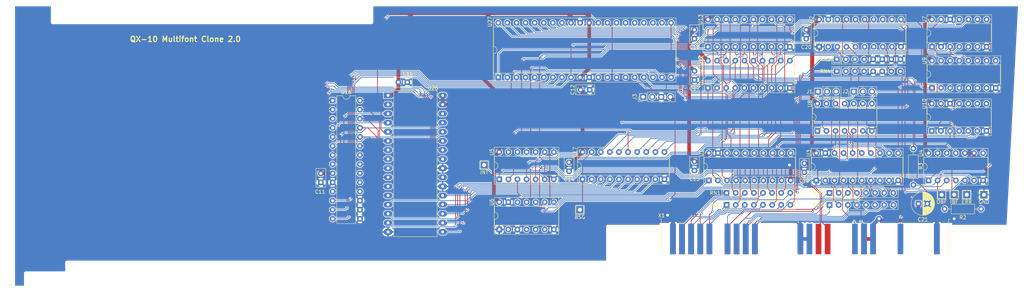
<source format=kicad_pcb>
(kicad_pcb (version 20241229) (generator "pcbnew") (generator_version "9.0")
  (title_block (title "Q10MF BOARD Schematic") (date "2025-08-18") (rev "2.0") (comment 1 "QC(X)-10 OPTION") (comment 2 "UNIT Y135205000"))
  (layers (0 "F.Cu" signal) (2 "B.Cu" signal) (13 "F.Paste" user) (15 "B.Paste" user) (5 "F.SilkS" user "F.Silkscreen") (7 "B.SilkS" user "B.Silkscreen") (1 "F.Mask" user) (3 "B.Mask" user) (25 "Edge.Cuts" user))
  (net 0 "")
  (net 1 "+5V")
  (net 2 "GND")
  (net 5 "Net-(J1-B)")
  (net 6 "Net-(J1-C)")
  (net 7 "Net-(J1-A)")
  (net 8 "Net-(J2-A)")
  (net 9 "Net-(J2-B)")
  (net 10 "Net-(J2-C)")
  (net 11 "Net-(J3-Pin_2)")
  (net 12 "Net-(J3-Pin_1)")
  (net 13 "Net-(U7A-Q)")
  (net 14 "Net-(U27-PD3{slash}T1)")
  (net 15 "Net-(U7B-Q)")
  (net 16 "Net-(RN1C-R3.2)")
  (net 17 "Net-(RN1A-R1.2)")
  (net 18 "Net-(RN1B-R2.2)")
  (net 19 "Net-(RN1C-R3.1)")
  (net 20 "Net-(RN1B-R2.1)")
  (net 21 "Net-(RN1D-R4.1)")
  (net 22 "Net-(RN1D-R4.2)")
  (net 23 "Net-(RN1A-R1.1)")
  (net 24 "Net-(RN2B-R2.1)")
  (net 25 "Net-(RN2A-R1.2)")
  (net 26 "Net-(RN2B-R2.2)")
  (net 27 "Net-(RN2D-R4.1)")
  (net 28 "Net-(RN2D-R4.2)")
  (net 29 "Net-(RN2A-R1.1)")
  (net 30 "Net-(RN2C-R3.1)")
  (net 31 "Net-(RN2C-R3.2)")
  (net 32 "Net-(RN3A-R1.2)")
  (net 33 "Net-(RN3A-R1.1)")
  (net 34 "Net-(RN3B-R2.2)")
  (net 35 "Net-(RN3B-R2.1)")
  (net 36 "Net-(RN4B-R2.1)")
  (net 37 "Net-(RN4D-R4.1)")
  (net 38 "Net-(RN4B-R2.2)")
  (net 39 "Net-(RN4A-R1.2)")
  (net 40 "Net-(RN4D-R4.2)")
  (net 41 "Net-(RN4A-R1.1)")
  (net 42 "Net-(RN5D-R4.2)")
  (net 43 "Net-(RN5B-R2.1)")
  (net 44 "Net-(RN5B-R2.2)")
  (net 45 "Net-(RN5A-R1.2)")
  (net 46 "Net-(RN5D-R4.1)")
  (net 47 "Net-(RN5A-R1.1)")
  (net 48 "Net-(RN5C-R3.1)")
  (net 49 "Net-(RN5C-R3.2)")
  (net 50 "Net-(RN6B-R2.2)")
  (net 51 "Net-(RN6D-R4.1)")
  (net 52 "Net-(RN6C-R3.1)")
  (net 53 "Net-(RN6D-R4.2)")
  (net 54 "Net-(RN6B-R2.1)")
  (net 55 "Net-(RN6C-R3.2)")
  (net 56 "Net-(RN6A-R1.1)")
  (net 57 "Net-(RN6A-R1.2)")
  (net 58 "Net-(U27-PD2{slash}T0)")
  (net 59 "Net-(U2-A3)")
  (net 60 "Net-(U17-G1)")
  (net 61 "Net-(U27-PB0{slash}ERR)")
  (net 62 "Net-(U1-A6)")
  (net 63 "Net-(U1-A2)")
  (net 64 "Net-(U1-A3)")
  (net 65 "Net-(U1-DIR)")
  (net 66 "Net-(U1-A4)")
  (net 67 "Net-(U1-A7)")
  (net 68 "Net-(U1-A1)")
  (net 69 "Net-(U1-A0)")
  (net 70 "Net-(U1-A5)")
  (net 74 "Net-(U10A-~{R})")
  (net 76 "Net-(U2-Y1)")
  (net 77 "Net-(U2-Y6)")
  (net 78 "Net-(U2-Y7)")
  (net 81 "Net-(U3-Y7)")
  (net 82 "Net-(U3-Y5)")
  (net 83 "Net-(U3-Y2)")
  (net 84 "Net-(U3-Y0)")
  (net 85 "Net-(U3-Y4)")
  (net 86 "Net-(U3-Y6)")
  (net 87 "Net-(U10A-C)")
  (net 89 "Net-(U13-~{OE})")
  (net 90 "Net-(U10A-~{Q})")
  (net 91 "Net-(U5-Pad12)")
  (net 92 "Net-(U27-PD5)")
  (net 93 "Net-(U12-~{OE})")
  (net 94 "Net-(U10B-~{Q})")
  (net 95 "Net-(U27-PD4)")
  (net 96 "Net-(U27-PD7{slash}~{RD})")
  (net 102 "Net-(U13-Cp)")
  (net 103 "Net-(U12-Cp)")
  (net 104 "Net-(U9A-1B)")
  (net 106 "Net-(U10B-~{S})")
  (net 112 "Net-(U10A-~{S})")
  (net 113 "Net-(U12-D4)")
  (net 114 "Net-(U12-D2)")
  (net 115 "Net-(U12-D1)")
  (net 116 "Net-(U12-D6)")
  (net 117 "Net-(U12-D5)")
  (net 118 "Net-(U12-D0)")
  (net 119 "Net-(U12-D7)")
  (net 120 "Net-(U12-D3)")
  (net 121 "Net-(U16-GPIOB3)")
  (net 123 "Net-(U16-GPIOA3)")
  (net 124 "Net-(U16-GPIOA2)")
  (net 125 "Net-(U16-GPIOA4)")
  (net 127 "Net-(U16-GPIOA1)")
  (net 128 "Net-(U16-~{CS})")
  (net 129 "Net-(U16-SCK)")
  (net 130 "Net-(U16-GPIOB7)")
  (net 131 "Net-(U16-GPIOB2)")
  (net 132 "Net-(U16-SO)")
  (net 133 "Net-(U16-GPIOA7)")
  (net 134 "Net-(U16-GPIOB1)")
  (net 135 "Net-(U16-GPIOA6)")
  (net 136 "Net-(U16-GPIOB4)")
  (net 137 "Net-(U17-A2)")
  (net 138 "Net-(U17-A6)")
  (net 139 "Net-(U17-A5)")
  (net 140 "Net-(U17-A4)")
  (net 141 "Net-(U17-A0)")
  (net 142 "Net-(U17-A7)")
  (net 143 "Net-(U17-A3)")
  (net 144 "Net-(U17-A1)")
  (net 145 "Net-(U16-GPIOA5)")
  (net 146 "Net-(U16-SI)")
  (net 147 "Net-(U16-GPIOB0)")
  (net 148 "Net-(U16-GPIOA0)")
  (net 149 "Net-(U16-GPIOB6)")
  (net 150 "Net-(U16-GPIOB5)")
  (net 152 "Net-(U26-A16)")
  (footprint "Package_DIP:DIP-14_W7.62mm_Socket" (layer "F.Cu") (at 344.8 36.5 90)
    (property "Reference" "U7")
    (property "Value" "LS74")
  )
  (footprint "Package_DIP:DIP-14_W7.62mm_Socket" (layer "F.Cu") (at 344.76 60 90)
    (property "Reference" "U10")
    (property "Value" "LS74")
  )
  (footprint "Capacitor_THT:C_Disc_D5.0mm_W2.5mm_P2.50mm" (layer "F.Cu") (at 174.2 74.35 90)
    (property "Reference" "C11")
    (property "Value" "0.1uF")
  )
  (footprint "Capacitor_THT:CP_Radial_D6.3mm_P2.50mm" (layer "F.Cu") (at 341 80.3)
    (property "Reference" "C21")
    (property "Value" "100uF")
  )
  (footprint "Resistor_THT:R_Axial_DIN0207_L6.3mm_D2.5mm_P10.16mm_Horizontal" (layer "F.Cu") (at 339.6 64.9 -90)
    (property "Reference" "R3")
    (property "Value" "10k")
  )
  (footprint "Resistor_THT:R_Array_SIP8" (layer "F.Cu") (at 287.47 77.3)
    (property "Reference" "RN1")
    (property "Value" "R_Pack04_Split")
  )
  (footprint "Resistor_THT:R_Array_SIP8" (layer "F.Cu") (at 318.22 43.35)
    (property "Reference" "RN4")
    (property "Value" "R_Pack04_Split")
  )
  (footprint "qx10:TestPoint_1.1mm" (layer "F.Cu") (at 347.5 77.8)
    (property "Reference" "TP2" (hide yes))
    (property "Value" "OBF")
  )
  (footprint "Connector_PinHeader_2.54mm:PinHeader_1x03_P2.54mm_Vertical" (layer "F.Cu") (at 312.96 49 90)
    (property "Reference" "J1")
    (property "Value" "Jumper_3_Open")
  )
  (footprint "Resistor_THT:R_Array_SIP8" (layer "F.Cu") (at 316.22 77.3)
    (property "Reference" "RN5")
    (property "Value" "R_Pack04_Split")
  )
  (footprint "Package_DIP:DIP-14_W7.62mm_Socket" (layer "F.Cu") (at 343.84 73.8 90)
    (property "Reference" "U4")
    (property "Value" "74LS125")
  )
  (footprint "Resistor_THT:R_Array_SIP8" (layer "F.Cu") (at 316.22 80.65)
    (property "Reference" "RN6")
    (property "Value" "R_Pack04_Split")
  )
  (footprint "qx10:TestPoint_1.1mm" (layer "F.Cu") (at 359.3 77.8)
    (property "Reference" "TP5" (hide yes))
    (property "Value" "GND")
  )
  (footprint "Capacitor_THT:C_Disc_D5.0mm_W2.5mm_P2.50mm" (layer "F.Cu") (at 309.7 34.25 90)
    (property "Reference" "C20")
    (property "Value" "0.1uF")
  )
  (footprint "Capacitor_THT:C_Disc_D5.0mm_W2.5mm_P2.50mm" (layer "F.Cu") (at 243.5 71.25 90)
    (property "Reference" "C14")
    (property "Value" "0.1uF")
  )
  (footprint "qx10:TestPoint_1.1mm" (layer "F.Cu") (at 351 77.8)
    (property "Reference" "TP3" (hide yes))
    (property "Value" "IBF")
  )
  (footprint "Package_DIP:DIP-20_W7.62mm_Socket" (layer "F.Cu") (at 282.5 73.8 90)
    (property "Reference" "U1")
    (property "Value" "74LS245")
  )
  (footprint "Resistor_THT:R_Array_SIP8" (layer "F.Cu") (at 287.47 80.65)
    (property "Reference" "RN2")
    (property "Value" "R_Pack04_Split")
  )
  (footprint "Capacitor_THT:C_Disc_D5.0mm_W2.5mm_P2.50mm" (layer "F.Cu") (at 278.5 71.05 90)
    (property "Reference" "C15")
    (property "Value" "0.1uF")
  )
  (footprint "Package_DIP:DIP-20_W7.62mm_Socket" (layer "F.Cu") (at 282.26 36.5 90)
    (property "Reference" "U13")
    (property "Value" "74LS374")
  )
  (footprint "Package_DIP:DIP-40_W15.24mm_Socket" (layer "F.Cu") (at 223.72 45.04 90)
    (property "Reference" "U27")
    (property "Value" "ATMega32")
  )
  (footprint "Connector_PinHeader_2.54mm:PinHeader_1x04_P2.54mm_Vertical" (layer "F.Cu") (at 264.16 50.5 90)
    (property "Reference" "J3")
    (property "Value" "Serial")
  )
  (footprint "qx10:TestPoint_1.1mm" (layer "F.Cu") (at 246.5 82)
    (property "Reference" "TP6" (hide yes))
    (property "Value" "BSG")
  )
  (footprint "Package_DIP:DIP-14_W7.62mm_Socket" (layer "F.Cu") (at 224 73.5 90)
    (property "Reference" "U5")
    (property "Value" "74LS00")
  )
  (footprint "Package_DIP:DIP-14_W7.62mm_Socket" (layer "F.Cu") (at 312.8 60 90)
    (property "Reference" "U8")
    (property "Value" "74LS30")
  )
  (footprint "Capacitor_THT:C_Disc_D5.0mm_W2.5mm_P2.50mm" (layer "F.Cu") (at 278.5 45.75 90)
    (property "Reference" "C17")
    (property "Value" "0.1uF")
  )
  (footprint "Capacitor_THT:C_Disc_D5.0mm_W2.5mm_P2.50mm" (layer "F.Cu") (at 246.75 48.5)
    (property "Reference" "C12")
    (property "Value" "0.1uF")
  )
  (footprint "Package_DIP:DIP-16_W7.62mm_Socket" (layer "F.Cu") (at 344.8 48 90)
    (property "Reference" "U9")
    (property "Value" "74LS139")
  )
  (footprint "Package_DIP:DIP-20_W7.62mm_Socket" (layer "F.Cu") (at 282.26 48 90)
    (property "Reference" "U12")
    (property "Value" "74LS374")
  )
  (footprint "Capacitor_THT:C_Disc_D5.0mm_W2.5mm_P2.50mm" (layer "F.Cu") (at 278.5 34.25 90)
    (property "Reference" "C18")
    (property "Value" "0.1uF")
  )
  (footprint "Capacitor_THT:C_Disc_D5.0mm_W2.5mm_P2.50mm" (layer "F.Cu") (at 195.85 46.4)
    (property "Reference" "C16")
    (property "Value" "0.1uF")
  )
  (footprint "Capacitor_THT:C_Disc_D5.0mm_W2.5mm_P2.50mm" (layer "F.Cu") (at 309.17 71.55 90)
    (property "Reference" "C19")
    (property "Value" "0.1uF")
  )
  (footprint "Resistor_THT:R_Array_SIP8" (layer "F.Cu") (at 318.22 40)
    (property "Reference" "RN3")
    (property "Value" "R_Pack04_Split")
  )
  (footprint "qx10:TestPoint_1.1mm" (layer "F.Cu") (at 354.5 77.8)
    (property "Reference" "TP1" (hide yes))
    (property "Value" "ERR")
  )
  (footprint "Package_DIP:DIP-28_W7.62mm" (layer "F.Cu") (at 177.5 51.5)
    (property "Reference" "U16")
    (property "Value" "MCP23S17")
  )
  (footprint "qx10:BUS_QX10" (layer "F.Cu") (at 346.83 86.595)
    (property "Reference" "X1")
    (property "Value" "EdgeConn")
  )
  (footprint "Resistor_THT:R_Axial_DIN0207_L6.3mm_D2.5mm_P10.16mm_Horizontal" (layer "F.Cu") (at 348.34 81.8)
    (property "Reference" "R2")
    (property "Value" "10k")
  )
  (footprint "Package_DIP:DIP-14_W7.62mm_Socket" (layer "F.Cu") (at 224 87.5 90)
    (property "Reference" "U6")
    (property "Value" "74LS04")
  )
  (footprint "Package_DIP:DIP-32_W15.24mm_LongPads" (layer "F.Cu") (at 192.96 50.08)
    (property "Reference" "U26")
    (property "Value" "AT27C010")
  )
  (footprint "Package_DIP:DIP-20_W7.62mm_Socket" (layer "F.Cu") (at 313.3 36.5 90)
    (property "Reference" "U2")
    (property "Value" "74LS541")
  )
  (footprint "qx10:TestPoint_1.1mm" (layer "F.Cu") (at 219.8 69.5)
    (property "Reference" "TP4" (hide yes))
    (property "Value" "INT")
  )
  (footprint "Connector_PinHeader_2.54mm:PinHeader_1x03_P2.54mm_Vertical" (layer "F.Cu") (at 322.96 49 90)
    (property "Reference" "J2")
    (property "Value" "Jumper_3_Open")
  )
  (footprint "Package_DIP:DIP-20_W7.62mm_Socket" (layer "F.Cu") (at 312.5 73.8 90)
    (property "Reference" "U3")
    (property "Value" "74LS541")
  )
  (footprint "Package_DIP:DIP-20_W7.62mm_Socket" (layer "F.Cu") (at 247.26 73.5 90)
    (property "Reference" "U17")
    (property "Value" "74LS541")
  )
  (gr_line (start 88.34 103.7) (end 91.84 103.7) (stroke (width 0.001)) (layer "Edge.Cuts"))
  (gr_line (start 99.34 24.7) (end 99.34 29.7) (stroke (width 0.001)) (layer "Edge.Cuts"))
  (gr_line (start 103.34 96.7) (end 254.34 96.7) (stroke (width 0.001)) (layer "Edge.Cuts"))
  (gr_line (start 254.34 86.7) (end 269.04 86.7) (stroke (width 0.001)) (layer "Edge.Cuts"))
  (gr_line (start 99.34 29.7) (end 188.34 29.7) (stroke (width 0.001)) (layer "Edge.Cuts"))
  (gr_line (start 91.84 99.7) (end 103.34 99.7) (stroke (width 0.001)) (layer "Edge.Cuts"))
  (gr_line (start 88.34 24.7) (end 99.34 24.7) (stroke (width 0.001)) (layer "Edge.Cuts"))
  (gr_line (start 369.34 24.7) (end 366.090718 86.7) (stroke (width 0.001)) (layer "Edge.Cuts"))
  (gr_line (start 88.34 24.7) (end 88.34 103.7) (stroke (width 0.001)) (layer "Edge.Cuts"))
  (gr_line (start 91.84 103.7) (end 91.84 99.7) (stroke (width 0.001)) (layer "Edge.Cuts"))
  (gr_line (start 349.64 86.7) (end 349.64 94.7) (stroke (width 0.001)) (layer "Edge.Cuts"))
  (gr_line (start 254.34 96.7) (end 254.34 86.7) (stroke (width 0.001)) (layer "Edge.Cuts"))
  (gr_line (start 349.64 94.7) (end 269.04 94.7) (stroke (width 0.001)) (layer "Edge.Cuts"))
  (gr_line (start 103.34 99.7) (end 103.34 96.7) (stroke (width 0.001)) (layer "Edge.Cuts"))
  (gr_line (start 269.04 86.7) (end 269.04 94.7) (stroke (width 0.001)) (layer "Edge.Cuts"))
  (gr_line (start 188.34 24.7) (end 188.34 29.7) (stroke (width 0.001)) (layer "Edge.Cuts"))
  (gr_line (start 366.090718 86.7) (end 349.64 86.7) (stroke (width 0.001)) (layer "Edge.Cuts"))
  (gr_line (start 188.34 24.7) (end 369.34 24.7) (stroke (width 0.001)) (layer "Edge.Cuts"))
  (gr_text "QX-10 Multifont Clone 2.0" (at 120.75 35.25 0) (layer "F.SilkS") (effects (font (size 1.5 1.5) (thickness 0.3) (bold yes)) (justify left bottom)))
  (segment (start 175 32) (end 187.454214 32) (width 1) (layer "F.Cu") (net 1))
  (segment (start 222.5 67.38) (end 222.5 78.38) (width 1) (layer "F.Cu") (net 1))
  (segment (start 342.9 50.52) (end 344.76 52.38) (width 1) (layer "F.Cu") (net 1))
  (segment (start 328.37 86.13) (end 330 84.5) (width 1) (layer "F.Cu") (net 1))
  (segment (start 277 41.75) (end 277 38.3) (width 1) (layer "F.Cu") (net 1))
  (segment (start 194.12 50.08) (end 195.85 48.35) (width 1) (layer "F.Cu") (net 1))
  (segment (start 220 37.4) (end 218.4 39) (width 1) (layer "F.Cu") (net 1))
  (segment (start 311.6 69.1) (end 311.55 69.05) (width 1) (layer "F.Cu") (net 1))
  (segment (start 280.02 28.88) (end 282.26 28.88) (width 1) (layer "F.Cu") (net 1))
  (segment (start 342.9 26.98) (end 284.16 26.98) (width 1) (layer "F.Cu") (net 1))
  (segment (start 328.37 90.155) (end 328.37 86.13) (width 1) (layer "F.Cu") (net 1))
  (segment (start 277 54.1) (end 277 67.05) (width 1) (layer "F.Cu") (net 1))
  (segment (start 195.85 48.35) (end 195.85 46.4) (width 1) (layer "F.Cu") (net 1))
  (segment (start 249.12 29.8) (end 249.12 42.5) (width 1) (layer "F.Cu") (net 1))
  (segment (start 311.3 33.57) (end 311.41 33.46) (width 1) (layer "F.Cu") (net 1))
  (segment (start 311.41 33.46) (end 309.7 31.75) (width 1) (layer "F.Cu") (net 1))
  (segment (start 244.04 29.8) (end 244.04 28.02) (width 1) (layer "F.Cu") (net 1))
  (segment (start 224 65.88) (end 222.5 67.38) (width 1) (layer "F.Cu") (net 1))
  (segment (start 359.2 83.3) (end 362 80.5) (width 1) (layer "F.Cu") (net 1))
  (segment (start 192.96 50.08) (end 194.12 50.08) (width 1) (layer "F.Cu") (net 1))
  (segment (start 208.2 52.62) (end 221.28 52.62) (width 1) (layer "F.Cu") (net 1))
  (segment (start 280 28.9) (end 280.02 28.88) (width 1) (layer "F.Cu") (net 1))
  (segment (start 192.474214 26.98) (end 201.02 26.98) (width 1) (layer "F.Cu") (net 1))
  (segment (start 342.9 38.48) (end 344.8 40.38) (width 1) (layer "F.Cu") (net 1))
  (segment (start 278.5 43.25) (end 277 41.75) (width 1) (layer "F.Cu") (net 1))
  (segment (start 277 54.1) (end 275.38 54.1) (width 1) (layer "F.Cu") (net 1))
  (segment (start 218.4 44.3) (end 224 49.9) (width 1) (layer "F.Cu") (net 1))
  (segment (start 247.26 49.01) (end 246.75 48.5) (width 1) (layer "F.Cu") (net 1))
  (segment (start 309.7 31.75) (end 310.43 31.75) (width 1) (layer "F.Cu") (net 1))
  (segment (start 311.41 50.99) (end 312.8 52.38) (width 1) (layer "F.Cu") (net 1))
  (segment (start 342.2 83.3) (end 350 83.3) (width 1) (layer "F.Cu") (net 1))
  (segment (start 284.16 26.98) (end 248 26.98) (width 1) (layer "F.Cu") (net 1))
  (segment (start 224 49.9) (end 224 65.88) (width 1) (layer "F.Cu") (net 1))
  (segment (start 174.2 71.85) (end 174.2 32.8) (width 1) (layer "F.Cu") (net 1))
  (segment (start 277 38.3) (end 277 33.25) (width 1) (layer "F.Cu") (net 1))
  (segment (start 174.2 32.8) (end 175 32) (width 1) (layer "F.Cu") (net 1))
  (segment (start 360.22863 71) (end 362 71) (width 1) (layer "F.Cu") (net 1))
  (segment (start 356.54 67.31137) (end 360.22863 71) (width 1) (layer "F.Cu") (net 1))
  (segment (start 311.41 50.99) (end 311.3 51.1) (width 1) (layer "F.Cu") (net 1))
  (segment (start 280.18 38.3) (end 277 38.3) (width 1) (layer "F.Cu") (net 1))
  (segment (start 174.23 71.82) (end 174.2 71.85) (width 1) (layer "F.Cu") (net 1))
  (segment (start 200 27) (end 195.85 31.15) (width 1) (layer "F.Cu") (net 1))
  (segment (start 312.5 66.18) (end 312.5 68.2) (width 1) (layer "F.Cu") (net 1))
  (segment (start 249.12 28.1) (end 248 26.98) (width 1) (layer "F.Cu") (net 1))
  (segment (start 220 28.7) (end 220 37.4) (width 1) (layer "F.Cu") (net 1))
  (segment (start 279.4 28.9) (end 280 28.9) (width 1) (layer "F.Cu") (net 1))
  (segment (start 243 26.98) (end 222 26.98) (width 1) (layer "F.Cu") (net 1))
  (segment (start 221.72 26.98) (end 220 28.7) (width 1) (layer "F.Cu") (net 1))
  (segment (start 222 26.98) (end 201.02 26.98) (width 1) (layer "F.Cu") (net 1))
  (segment (start 365 29.6) (end 362.4 27) (width 1) (layer "F.Cu") (net 1))
  (segment (start 357.378679 82.8) (end 357.878679 83.3) (width 1) (layer "F.Cu") (net 1))
  (segment (start 247.26 65.88) (end 247.26 49.01) (width 1) (layer "F.Cu") (net 1))
  (segment (start 344.8 28.88) (end 342.9 26.98) (width 1) (layer "F.Cu") (net 1))
  (segment (start 311.3 64.98) (end 312.5 66.18) (width 1) (layer "F.Cu") (net 1))
  (segment (start 195.85 31.15) (end 195.85 46.4) (width 1) (layer "F.Cu") (net 1))
  (segment (start 221.28 52.62) (end 224 49.9) (width 1) (layer "F.Cu") (net 1))
  (segment (start 350.5 82.8) (end 357.378679 82.8) (width 1) (layer "F.Cu") (net 1))
  (segment (start 246.58 48.33) (end 246.75 48.5) (width 1) (layer "F.Cu") (net 1))
  (segment (start 275.38 54.1) (end 271.78 50.5) (width 1) (layer "F.Cu") (net 1))
  (segment (start 310.43 31.75) (end 313.3 28.88) (width 1) (layer "F.Cu") (net 1))
  (segment (start 278.5 68.55) (end 280.13 68.55) (width 1) (layer "F.Cu") (net 1))
  (segment (start 330.5 85) (end 338.1 85) (width 1) (layer "F.Cu") (net 1))
  (segment (start 362 59.9) (end 365 56.9) (width 1) (layer "F.Cu") (net 1))
  (segment (start 222.5 78.38) (end 224 79.88) (width 1) (layer "F.Cu") (net 1))
  (segment (start 330 84.5) (end 330.5 85) (width 1) (layer "F.Cu") (net 1))
  (segment (start 277 67.05) (end 278.5 68.55) (width 1) (layer "F.Cu") (net 1))
  (segment (start 342.9 65.24) (end 343.84 66.18) (width 1) (layer "F.Cu") (net 1))
  (segment (start 365 56.9) (end 365 29.6) (width 1) (layer "F.Cu") (net 1))
  (segment (start 278.5 29.8) (end 279.4 28.9) (width 1) (layer "F.Cu") (net 1))
  (segment (start 354 66.18) (end 356.54 66.18) (width 1) (layer "F.Cu") (net 1))
  (segment (start 341 82.1) (end 342.2 83.3) (width 1) (layer "F.Cu") (net 1))
  (segment (start 222 26.98) (end 221.72 26.98) (width 1) (layer "F.Cu") (net 1))
  (segment (start 338.1 85) (end 341 82.1) (width 1) (layer "F.Cu") (net 1))
  (segment (start 277 41.75) (end 277 54.1) (width 1) (layer "F.Cu") (net 1))
  (segment (start 311.3 51.1) (end 311.3 52.6) (width 1) (layer "F.Cu") (net 1))
  (segment (start 356.54 66.18) (end 356.54 67.31137) (width 1) (layer "F.Cu") (net 1))
  (segment (start 342.92 27) (end 342.9 26.98) (width 1) (layer "F.Cu") (net 1))
  (segment (start 246.58 45.04) (end 246.58 48.33) (width 1) (layer "F.Cu") (net 1))
  (segment (start 244.39 68.75) (end 247.26 65.88) (width 1) (layer "F.Cu") (net 1))
  (segment (start 201 27) (end 200 27) (width 1) (layer "F.Cu") (net 1))
  (segment (start 311.55 69.05) (end 309.17 69.05) (width 1) (layer "F.Cu") (net 1))
  (segment (start 218.4 39) (end 218.4 44.3) (width 1) (layer "F.Cu") (net 1))
  (segment (start 362 71) (end 362 59.9) (width 1) (layer "F.Cu") (net 1))
  (segment (start 312.5 68.2) (end 311.6 69.1) (width 1) (layer "F.Cu") (net 1))
  (segment (start 313.3 28.88) (end 311.8 27.38) (width 1) (layer "F.Cu") (net 1))
  (segment (start 208.2 50.08) (end 208.2 52.62) (width 1) (layer "F.Cu") (net 1))
  (segment (start 244.04 28.02) (end 243 26.98) (width 1) (layer "F.Cu") (net 1))
  (segment (start 201.02 26.98) (end 201 27) (width 1) (layer "F.Cu") (net 1))
  (segment (start 325.83 90.155) (end 328.37 90.155) (width 1) (layer "F.Cu") (net 1))
  (segment (start 357.878679 83.3) (end 359.2 83.3) (width 1) (layer "F.Cu") (net 1))
  (segment (start 249.12 42.5) (end 246.58 45.04) (width 1) (layer "F.Cu") (net 1))
  (segment (start 341 82.1) (end 341 80.3) (width 1) (layer "F.Cu") (net 1))
  (segment (start 243.5 68.75) (end 244.39 68.75) (width 1) (layer "F.Cu") (net 1))
  (segment (start 280.13 68.55) (end 282.5 66.18) (width 1) (layer "F.Cu") (net 1))
  (segment (start 342.9 26.98) (end 342.9 38.48) (width 1) (layer "F.Cu") (net 1))
  (segment (start 284.16 26.98) (end 282.26 28.88) (width 1) (layer "F.Cu") (net 1))
  (segment (start 277 33.25) (end 278.5 31.75) (width 1) (layer "F.Cu") (net 1))
  (segment (start 282.26 40.38) (end 280.18 38.3) (width 1) (layer "F.Cu") (net 1))
  (segment (start 362 80.5) (end 362 71) (width 1) (layer "F.Cu") (net 1))
  (segment (start 342.9 38.48) (end 342.9 50.52) (width 1) (layer "F.Cu") (net 1))
  (segment (start 278.5 31.75) (end 278.5 29.8) (width 1) (layer "F.Cu") (net 1))
  (segment (start 342.9 50.52) (end 342.9 65.24) (width 1) (layer "F.Cu") (net 1))
  (segment (start 187.454214 32) (end 192.474214 26.98) (width 1) (layer "F.Cu") (net 1))
  (segment (start 248 26.98) (end 243 26.98) (width 1) (layer "F.Cu") (net 1))
  (segment (start 311.3 52.6) (end 311.3 33.57) (width 1) (layer "F.Cu") (net 1))
  (segment (start 362.4 27) (end 342.92 27) (width 1) (layer "F.Cu") (net 1))
  (segment (start 249.12 29.8) (end 249.12 28.1) (width 1) (layer "F.Cu") (net 1))
  (segment (start 311.41 50.99) (end 311.41 33.46) (width 1) (layer "F.Cu") (net 1))
  (segment (start 177.5 71.82) (end 174.23 71.82) (width 1) (layer "F.Cu") (net 1))
  (segment (start 311.3 52.6) (end 311.3 64.98) (width 1) (layer "F.Cu") (net 1))
  (segment (start 350 83.3) (end 350.5 82.8) (width 1) (layer "F.Cu") (net 1))
  (via (at 330 84.5) (size 1.6) (drill 0.8) (layers "F.Cu" "B.Cu") (net 1))
  (segment (start 328.37 86.13) (end 330 84.5) (width 1) (layer "B.Cu") (net 1))
  (segment (start 328.37 90.155) (end 328.37 86.13) (width 1) (layer "B.Cu") (net 1))
  (segment (start 308.05 86.05) (end 307.5 85.5) (width 1) (layer "F.Cu") (net 2))
  (segment (start 308.05 90.155) (end 308.05 86.05) (width 1) (layer "F.Cu") (net 2))
  (segment (start 305.36 69.84) (end 305.02 69.5) (width 1) (layer "F.Cu") (net 2))
  (segment (start 312.9 73.4) (end 312.9 71.3) (width 0.2) (layer "F.Cu") (net 2))
  (segment (start 312.5 73.8) (end 312.9 73.4) (width 0.2) (layer "F.Cu") (net 2))
  (segment (start 346.15 90.155) (end 346.15 85.35) (width 1) (layer "F.Cu") (net 2))
  (segment (start 272.49 84.99) (end 271 83.5) (width 1) (layer "F.Cu") (net 2))
  (segment (start 272.49 90.155) (end 272.49 84.99) (width 1) (layer "F.Cu") (net 2))
  (segment (start 346.15 85.35) (end 347 84.5) (width 1) (layer "F.Cu") (net 2))
  (segment (start 312.9 71.3) (end 312.5 70.9) (width 0.2) (layer "F.Cu") (net 2))
  (segment (start 305.36 73.8) (end 305.36 69.84) (width 1) (layer "F.Cu") (net 2))
  (segment (start 347 84.5) (end 351 84.5) (width 1) (layer "F.Cu") (net 2))
  (via (at 307.5 85.5) (size 0.6) (drill 0.3) (layers "F.Cu" "B.Cu") (net 2))
  (via (at 305.02 69.5) (size 1.6) (drill 0.8) (layers "F.Cu" "B.Cu") (net 2))
  (via (at 351 84.5) (size 1.6) (drill 0.8) (layers "F.Cu" "B.Cu") (net 2))
  (via (at 312.5 70.9) (size 0.6) (drill 0.3) (layers "F.Cu" "B.Cu") (net 2))
  (via (at 271 83.5) (size 1.6) (drill 0.8) (layers "F.Cu" "B.Cu") (net 2))
  (segment (start 308.05 90.155) (end 308.05 86.05) (width 1) (layer "B.Cu") (net 2))
  (segment (start 308.05 86.05) (end 307.5 85.5) (width 1) (layer "B.Cu") (net 2))
  (segment (start 308.05 90.155) (end 310.59 90.155) (width 1) (layer "B.Cu") (net 2))
  (segment (start 346.15 90.155) (end 346.15 85.35) (width 1) (layer "B.Cu") (net 2))
  (segment (start 346.15 85.35) (end 347 84.5) (width 1) (layer "B.Cu") (net 2))
  (segment (start 272.49 84.99) (end 271 83.5) (width 1) (layer "B.Cu") (net 2))
  (segment (start 272.49 90.155) (end 272.49 84.99) (width 1) (layer "B.Cu") (net 2))
  (segment (start 347 84.5) (end 351 84.5) (width 1) (layer "B.Cu") (net 2))
  (segment (start 318.04 49) (end 316.78 50.26) (width 0.2) (layer "F.Cu") (net 5))
  (segment (start 235.26 86.4) (end 235.26 70.74) (width 0.2) (layer "F.Cu") (net 5))
  (segment (start 235.26 86.4) (end 234.16 87.5) (width 0.2) (layer "F.Cu") (net 5))
  (segment (start 316.48 64.28) (end 316.48 71.02) (width 0.2) (layer "F.Cu") (net 5))
  (segment (start 316.78 50.26) (end 316.78 63.98) (width 0.2) (layer "F.Cu") (net 5))
  (segment (start 235.26 70.74) (end 236 70) (width 0.2) (layer "F.Cu") (net 5))
  (segment (start 316.48 71.02) (end 316.2 71.3) (width 0.2) (layer "F.Cu") (net 5))
  (segment (start 316.78 63.98) (end 316.48 64.28) (width 0.2) (layer "F.Cu") (net 5))
  (segment (start 316.78 63.98) (end 317.5 64.7) (width 0.2) (layer "F.Cu") (net 5))
  (via (at 236 70) (size 0.6) (drill 0.3) (layers "F.Cu" "B.Cu") (net 5))
  (via (at 316.2 71.3) (size 0.6) (drill 0.3) (layers "F.Cu" "B.Cu") (net 5))
  (via (at 317.5 64.7) (size 0.6) (drill 0.3) (layers "F.Cu" "B.Cu") (net 5))
  (segment (start 307.064365 71) (end 308.922183 72.857818) (width 0.2) (layer "B.Cu") (net 5))
  (segment (start 242.5 72.503653) (end 244.499291 72.503653) (width 0.2) (layer "B.Cu") (net 5))
  (segment (start 317.6 64.8) (end 323.82 64.8) (width 0.2) (layer "B.Cu") (net 5))
  (segment (start 317.5 64.7) (end 317.6 64.8) (width 0.2) (layer "B.Cu") (net 5))
  (segment (start 245.802943 71.2) (end 245.802943 71.197057) (width 0.2) (layer "B.Cu") (net 5))
  (segment (start 309.545125 72.857818) (end 310.902943 71.5) (width 0.2) (layer "B.Cu") (net 5))
  (segment (start 244.499291 72.503653) (end 245.802943 71.2) (width 0.2) (layer "B.Cu") (net 5))
  (segment (start 308.922183 72.857818) (end 309.545125 72.857818) (width 0.2) (layer "B.Cu") (net 5))
  (segment (start 236 70) (end 239.996347 70) (width 0.2) (layer "B.Cu") (net 5))
  (segment (start 280.568629 72.3) (end 281.184315 71.684315) (width 0.2) (layer "B.Cu") (net 5))
  (segment (start 310.902943 71.5) (end 316 71.5) (width 0.2) (layer "B.Cu") (net 5))
  (segment (start 273.331372 70.5) (end 275.131372 72.3) (width 0.2) (layer "B.Cu") (net 5))
  (segment (start 323.82 64.8) (end 325.2 66.18) (width 0.2) (layer "B.Cu") (net 5))
  (segment (start 275.131372 72.3) (end 280.568629 72.3) (width 0.2) (layer "B.Cu") (net 5))
  (segment (start 316 71.5) (end 316.2 71.3) (width 0.2) (layer "B.Cu") (net 5))
  (segment (start 281.868629 71) (end 307.064365 71) (width 0.2) (layer "B.Cu") (net 5))
  (segment (start 281.184315 71.684315) (end 281.868629 71) (width 0.2) (layer "B.Cu") (net 5))
  (segment (start 245.802943 71.197057) (end 246.5 70.5) (width 0.2) (layer "B.Cu") (net 5))
  (segment (start 239.996347 70) (end 242.5 72.503653) (width 0.2) (layer "B.Cu") (net 5))
  (segment (start 246.5 70.5) (end 273.331372 70.5) (width 0.2) (layer "B.Cu") (net 5))
  (segment (start 315.5 49) (end 314.24 50.26) (width 0.2) (layer "F.Cu") (net 6))
  (segment (start 314.24 58.9) (end 315.34 60) (width 0.2) (layer "F.Cu") (net 6))
  (segment (start 314.24 50.26) (end 314.24 58.9) (width 0.2) (layer "F.Cu") (net 6))
  (segment (start 306.62 51.3) (end 306.82 51.1) (width 0.2) (layer "F.Cu") (net 7))
  (segment (start 237.3 81.8) (end 236.7 82.4) (width 0.2) (layer "F.Cu") (net 7))
  (segment (start 306.62 59.8) (end 306.62 51.3) (width 0.2) (layer "F.Cu") (net 7))
  (segment (start 306.86 60.04) (end 306.62 59.8) (width 0.2) (layer "F.Cu") (net 7))
  (segment (start 306.86 76.76) (end 306.86 60.04) (width 0.2) (layer "F.Cu") (net 7))
  (segment (start 307.3 77.2) (end 306.86 76.76) (width 0.2) (layer "F.Cu") (net 7))
  (segment (start 236.7 82.4) (end 236.7 87.5) (width 0.2) (layer "F.Cu") (net 7))
  (via (at 237.3 81.8) (size 0.6) (drill 0.3) (layers "F.Cu" "B.Cu") (net 7))
  (via (at 306.82 51.1) (size 0.6) (drill 0.3) (layers "F.Cu" "B.Cu") (net 7))
  (via (at 307.3 77.2) (size 0.6) (drill 0.3) (layers "F.Cu" "B.Cu") (net 7))
  (segment (start 306.8 77.1) (end 307.2 77.1) (width 0.2) (layer "B.Cu") (net 7))
  (segment (start 307.8 50.5) (end 312.7 50.5) (width 0.2) (layer "B.Cu") (net 7))
  (segment (start 239.841321 81.4) (end 242.141322 79.1) (width 0.2) (layer "B.Cu") (net 7))
  (segment (start 237.3 81.8) (end 237.7 81.4) (width 0.2) (layer "B.Cu") (net 7))
  (segment (start 271.6 78.2) (end 279.231372 78.2) (width 0.2) (layer "B.Cu") (net 7))
  (segment (start 312.9 50.3) (end 312.7 50.5) (width 0.2) (layer "B.Cu") (net 7))
  (segment (start 281.331372 76.1) (end 305.8 76.1) (width 0.2) (layer "B.Cu") (net 7))
  (segment (start 306.82 51.1) (end 307.2 51.1) (width 0.2) (layer "B.Cu") (net 7))
  (segment (start 312.96 50.24) (end 312.9 50.3) (width 0.2) (layer "B.Cu") (net 7))
  (segment (start 307.2 77.1) (end 307.3 77.2) (width 0.2) (layer "B.Cu") (net 7))
  (segment (start 237.7 81.4) (end 239.841321 81.4) (width 0.2) (layer "B.Cu") (net 7))
  (segment (start 270.7 79.1) (end 271.6 78.2) (width 0.2) (layer "B.Cu") (net 7))
  (segment (start 305.8 76.1) (end 306.8 77.1) (width 0.2) (layer "B.Cu") (net 7))
  (segment (start 307.2 51.1) (end 307.8 50.5) (width 0.2) (layer "B.Cu") (net 7))
  (segment (start 279.231372 78.2) (end 281.331372 76.1) (width 0.2) (layer "B.Cu") (net 7))
  (segment (start 312.96 49) (end 312.96 50.24) (width 0.2) (layer "B.Cu") (net 7))
  (segment (start 242.141322 79.1) (end 270.7 79.1) (width 0.2) (layer "B.Cu") (net 7))
  (segment (start 307.26 76) (end 307.26 59.874315) (width 0.2) (layer "F.Cu") (net 8))
  (segment (start 307.02 59.634315) (end 307.02 52.029539) (width 0.2) (layer "F.Cu") (net 8))
  (segment (start 307.46 76.2) (end 307.26 76) (width 0.2) (layer "F.Cu") (net 8))
  (segment (start 307.26 59.874315) (end 307.025685 59.64) (width 0.2) (layer "F.Cu") (net 8))
  (segment (start 307.025685 59.64) (end 307.02 59.634315) (width 0.2) (layer "F.Cu") (net 8))
  (segment (start 307.02 52.029539) (end 307.22 51.829539) (width 0.2) (layer "F.Cu") (net 8))
  (via (at 307.22 51.829539) (size 0.6) (drill 0.3) (layers "F.Cu" "B.Cu") (net 8))
  (via (at 307.46 76.2) (size 0.6) (drill 0.3) (layers "F.Cu" "B.Cu") (net 8))
  (segment (start 239.695635 80.98) (end 241.975634 78.7) (width 0.2) (layer "B.Cu") (net 8))
  (segment (start 271.434314 77.8) (end 279.065686 77.8) (width 0.2) (layer "B.Cu") (net 8))
  (segment (start 322.96 50.24) (end 322.96 49) (width 0.2) (layer "B.Cu") (net 8))
  (segment (start 241.975634 78.7) (end 270.534314 78.7) (width 0.2) (layer "B.Cu") (net 8))
  (segment (start 307.965685 50.9) (end 322.3 50.9) (width 0.2) (layer "B.Cu") (net 8))
  (segment (start 270.534314 78.7) (end 271.434314 77.8) (width 0.2) (layer "B.Cu") (net 8))
  (segment (start 305.965686 75.7) (end 306.632843 76.367157) (width 0.2) (layer "B.Cu") (net 8))
  (segment (start 281.165686 75.7) (end 305.965686 75.7) (width 0.2) (layer "B.Cu") (net 8))
  (segment (start 307.22 51.829539) (end 307.22 51.645685) (width 0.2) (layer "B.Cu") (net 8))
  (segment (start 235.26 80.98) (end 239.695635 80.98) (width 0.2) (layer "B.Cu") (net 8))
  (segment (start 322.3 50.9) (end 322.96 50.24) (width 0.2) (layer "B.Cu") (net 8))
  (segment (start 234.16 79.88) (end 235.26 80.98) (width 0.2) (layer "B.Cu") (net 8))
  (segment (start 306.632843 76.367157) (end 307.292843 76.367157) (width 0.2) (layer "B.Cu") (net 8))
  (segment (start 279.065686 77.8) (end 281.165686 75.7) (width 0.2) (layer "B.Cu") (net 8))
  (segment (start 307.292843 76.367157) (end 307.46 76.2) (width 0.2) (layer "B.Cu") (net 8))
  (segment (start 307.22 51.645685) (end 307.965685 50.9) (width 0.2) (layer "B.Cu") (net 8))
  (segment (start 328.04 49) (end 329.14 50.1) (width 0.2) (layer "F.Cu") (net 9))
  (segment (start 232.72 78.78) (end 231.62 79.88) (width 0.2) (layer "F.Cu") (net 9))
  (segment (start 329.14 70.16) (end 328.8 70.5) (width 0.2) (layer "F.Cu") (net 9))
  (segment (start 329.14 67) (end 329.14 70.16) (width 0.2) (layer "F.Cu") (net 9))
  (segment (start 329.14 50.1) (end 329.14 67) (width 0.2) (layer "F.Cu") (net 9))
  (segment (start 232.72 70.78) (end 233 70.5) (width 0.2) (layer "F.Cu") (net 9))
  (segment (start 232.72 78.78) (end 232.72 70.78) (width 0.2) (layer "F.Cu") (net 9))
  (via (at 328.8 70.5) (size 0.6) (drill 0.3) (layers "F.Cu" "B.Cu") (net 9))
  (via (at 329.14 67) (size 0.6) (drill 0.3) (layers "F.Cu" "B.Cu") (net 9))
  (via (at 233 70.5) (size 0.6) (drill 0.3) (layers "F.Cu" "B.Cu") (net 9))
  (segment (start 282.034314 71.4) (end 280.734315 72.7) (width 0.2) (layer "B.Cu") (net 9))
  (segment (start 308.756498 73.257818) (end 306.89868 71.4) (width 0.2) (layer "B.Cu") (net 9))
  (segment (start 274.965686 72.7) (end 273.165686 70.9) (width 0.2) (layer "B.Cu") (net 9))
  (segment (start 320.12 66.18) (end 321.24 67.3) (width 0.2) (layer "B.Cu") (net 9))
  (segment (start 309.710811 73.257818) (end 308.756498 73.257818) (width 0.2) (layer "B.Cu") (net 9))
  (segment (start 244.534314 73.034314) (end 242.463561 73.034314) (width 0.2) (layer "B.Cu") (net 9))
  (segment (start 236.5 70.6) (end 235.751471 70.6) (width 0.2) (layer "B.Cu") (net 9))
  (segment (start 246.668629 70.9) (end 244.534314 73.034314) (width 0.2) (layer "B.Cu") (net 9))
  (segment (start 327.4 71.9) (end 311.068628 71.9) (width 0.2) (layer "B.Cu") (net 9))
  (segment (start 321.24 67.3) (end 328.84 67.3) (width 0.2) (layer "B.Cu") (net 9))
  (segment (start 236.7 70.4) (end 236.5 70.6) (width 0.2) (layer "B.Cu") (net 9))
  (segment (start 328.84 67.3) (end 329.14 67) (width 0.2) (layer "B.Cu") (net 9))
  (segment (start 280.734315 72.7) (end 274.965686 72.7) (width 0.2) (layer "B.Cu") (net 9))
  (segment (start 311.068628 71.9) (end 309.710811 73.257818) (width 0.2) (layer "B.Cu") (net 9))
  (segment (start 328.8 70.5) (end 327.4 71.9) (width 0.2) (layer "B.Cu") (net 9))
  (segment (start 242.463561 73.034314) (end 239.829247 70.4) (width 0.2) (layer "B.Cu") (net 9))
  (segment (start 235.151471 70) (end 233.5 70) (width 0.2) (layer "B.Cu") (net 9))
  (segment (start 273.165686 70.9) (end 246.668629 70.9) (width 0.2) (layer "B.Cu") (net 9))
  (segment (start 233.5 70) (end 233 70.5) (width 0.2) (layer "B.Cu") (net 9))
  (segment (start 306.89868 71.4) (end 282.034314 71.4) (width 0.2) (layer "B.Cu") (net 9))
  (segment (start 235.751471 70.6) (end 235.151471 70) (width 0.2) (layer "B.Cu") (net 9))
  (segment (start 239.829247 70.4) (end 236.7 70.4) (width 0.2) (layer "B.Cu") (net 9))
  (segment (start 325.5 49) (end 326.6 50.1) (width 0.2) (layer "F.Cu") (net 10))
  (segment (start 326.6 50.1) (end 326.6 58.6) (width 0.2) (layer "F.Cu") (net 10))
  (segment (start 326.6 58.6) (end 326.4 58.8) (width 0.2) (layer "F.Cu") (net 10))
  (via (at 326.4 58.8) (size 0.6) (drill 0.3) (layers "F.Cu" "B.Cu") (net 10))
  (segment (start 314 58.8) (end 312.8 60) (width 0.2) (layer "B.Cu") (net 10))
  (segment (start 326.4 58.8) (end 314 58.8) (width 0.2) (layer "B.Cu") (net 10))
  (segment (start 259.28 45.04) (end 260.74 46.5) (width 0.2) (layer "F.Cu") (net 11))
  (segment (start 264.66 46.5) (end 266.7 48.54) (width 0.2) (layer "F.Cu") (net 11))
  (segment (start 260.74 46.5) (end 264.66 46.5) (width 0.2) (layer "F.Cu") (net 11))
  (segment (start 266.7 48.54) (end 266.7 50.5) (width 0.2) (layer "F.Cu") (net 11))
  (segment (start 262.52 46.9) (end 264.16 48.54) (width 0.2) (layer "F.Cu") (net 12))
  (segment (start 256.74 45.04) (end 258.6 46.9) (width 0.2) (layer "F.Cu") (net 12))
  (segment (start 258.6 46.9) (end 262.52 46.9) (width 0.2) (layer "F.Cu") (net 12))
  (segment (start 264.16 48.54) (end 264.16 50.5) (width 0.2) (layer "F.Cu") (net 12))
  (segment (start 358.5 81.8) (end 356.2 79.5) (width 0.2) (layer "F.Cu") (net 13))
  (segment (start 350.36 77.16) (end 350.36 64.74) (width 0.2) (layer "F.Cu") (net 13))
  (segment (start 351 47.864365) (end 351 64.1) (width 0.2) (layer "F.Cu") (net 13))
  (segment (start 356.2 79.5) (end 352.7 79.5) (width 0.2) (layer "F.Cu") (net 13))
  (segment (start 353.52 37.94) (end 353.52 45.344365) (width 0.2) (layer "F.Cu") (net 13))
  (segment (start 351 77.8) (end 350.36 77.16) (width 0.2) (layer "F.Cu") (net 13))
  (segment (start 352.7 79.5) (end 351 77.8) (width 0.2) (layer "F.Cu") (net 13))
  (segment (start 354.96 36.5) (end 353.52 37.94) (width 0.2) (layer "F.Cu") (net 13))
  (segment (start 353.52 45.344365) (end 351 47.864365) (width 0.2) (layer "F.Cu") (net 13))
  (segment (start 351 64.1) (end 348.92 66.18) (width 0.2) (layer "F.Cu") (net 13))
  (segment (start 350.36 64.74) (end 351 64.1) (width 0.2) (layer "F.Cu") (net 13))
  (segment (start 340.7 74.16) (end 340.7 64.444365) (width 0.2) (layer "F.Cu") (net 14))
  (segment (start 340.7 64.444365) (end 340 63.744365) (width 0.2) (layer "F.Cu") (net 14))
  (segment (start 348.34 81.8) (end 340.7 74.16) (width 0.2) (layer "F.Cu") (net 14))
  (segment (start 340 63.744365) (end 340 46) (width 0.2) (layer "F.Cu") (net 14))
  (via (at 340 46) (size 0.6) (drill 0.3) (layers "F.Cu" "B.Cu") (net 14))
  (segment (start 284.934314 44.6) (end 283.474314 46.06) (width 0.2) (layer "B.Cu") (net 14))
  (segment (start 296.35 44.6) (end 284.934314 44.6) (width 0.2) (layer "B.Cu") (net 14))
  (segment (start 279.168628 47.6) (end 266.92 47.6) (width 0.2) (layer "B.Cu") (net 14))
  (segment (start 340 46) (end 339.25 45.25) (width 0.2) (layer "B.Cu") (net 14))
  (segment (start 283.474314 46.06) (end 280.708628 46.06) (width 0.2) (layer "B.Cu") (net 14))
  (segment (start 280.708628 46.06) (end 279.168628 47.6) (width 0.2) (layer "B.Cu") (net 14))
  (segment (start 266.92 47.6) (end 264.36 45.04) (width 0.2) (layer "B.Cu") (net 14))
  (segment (start 339.25 45.25) (end 297 45.25) (width 0.2) (layer "B.Cu") (net 14))
  (segment (start 297 45.25) (end 296.35 44.6) (width 0.2) (layer "B.Cu") (net 14))
  (segment (start 346.38 73.8) (end 346.38 76.68) (width 0.2) (layer "F.Cu") (net 15))
  (segment (start 346.38 76.68) (end 347.5 77.8) (width 0.2) (layer "F.Cu") (net 15))
  (segment (start 347.3 71.9) (end 347.3 72.88) (width 0.2) (layer "F.Cu") (net 15))
  (segment (start 361.2 69.3) (end 361 69.5) (width 0.2) (layer "F.Cu") (net 15))
  (segment (start 357.5 28.88) (end 361.2 32.58) (width 0.2) (layer "F.Cu") (net 15))
  (segment (start 361.2 32.58) (end 361.2 69.3) (width 0.2) (layer "F.Cu") (net 15))
  (segment (start 347.5 71.7) (end 347.3 71.9) (width 0.2) (layer "F.Cu") (net 15))
  (segment (start 347.3 72.88) (end 346.38 73.8) (width 0.2) (layer "F.Cu") (net 15))
  (via (at 361 69.5) (size 0.6) (drill 0.3) (layers "F.Cu" "B.Cu") (net 15))
  (via (at 347.5 71.7) (size 0.6) (drill 0.3) (layers "F.Cu" "B.Cu") (net 15))
  (segment (start 359.2 71.3) (end 361 69.5) (width 0.2) (layer "B.Cu") (net 15))
  (segment (start 347.9 71.3) (end 347.5 71.7) (width 0.2) (layer "B.Cu") (net 15))
  (segment (start 346.38 73.8) (end 345.02 75.16) (width 0.2) (layer "B.Cu") (net 15))
  (segment (start 345.02 75.16) (end 339.6 75.16) (width 0.2) (layer "B.Cu") (net 15))
  (segment (start 347.9 71.3) (end 359.2 71.3) (width 0.2) (layer "B.Cu") (net 15))
  (segment (start 298.84 67.28) (end 297.74 66.18) (width 0.2) (layer "F.Cu") (net 16))
  (segment (start 300.17 77.3) (end 298.84 75.97) (width 0.2) (layer "F.Cu") (net 16))
  (segment (start 298.84 75.97) (end 298.84 67.28) (width 0.2) (layer "F.Cu") (net 16))
  (segment (start 289.02 76.31) (end 289.02 67.62) (width 0.2) (layer "F.Cu") (net 17))
  (segment (start 289.02 67.62) (end 287.58 66.18) (width 0.2) (layer "F.Cu") (net 17))
  (segment (start 290.01 77.3) (end 289.02 76.31) (width 0.2) (layer "F.Cu") (net 17))
  (segment (start 295.09 77.3) (end 294.1 76.31) (width 0.2) (layer "F.Cu") (net 18))
  (segment (start 294.1 76.31) (end 294.1 67.62) (width 0.2) (layer "F.Cu") (net 18))
  (segment (start 294.1 67.62) (end 292.66 66.18) (width 0.2) (layer "F.Cu") (net 18))
  (segment (start 280.11 83.39) (end 280.5 83) (width 0.2) (layer "F.Cu") (net 19))
  (segment (start 280.11 90.155) (end 280.11 83.39) (width 0.2) (layer "F.Cu") (net 19))
  (via (at 280.5 83) (size 0.6) (drill 0.3) (layers "F.Cu" "B.Cu") (net 19))
  (segment (start 296.13 78.8) (end 297.63 77.3) (width 0.2) (layer "B.Cu") (net 19))
  (segment (start 280.5 82.565686) (end 284.265686 78.8) (width 0.2) (layer "B.Cu") (net 19))
  (segment (start 284.265686 78.8) (end 296.13 78.8) (width 0.2) (layer "B.Cu") (net 19))
  (segment (start 280.5 83) (end 280.5 82.565686) (width 0.2) (layer "B.Cu") (net 19))
  (segment (start 277.57 85.01353) (end 279.541765 83.041765) (width 0.2) (layer "F.Cu") (net 20))
  (segment (start 277.57 90.155) (end 277.57 85.01353) (width 0.2) (layer "F.Cu") (net 20))
  (via (at 279.541765 83.041765) (size 0.6) (drill 0.3) (layers "F.Cu" "B.Cu") (net 20))
  (segment (start 279.541765 82.958235) (end 284.1 78.4) (width 0.2) (layer "B.Cu") (net 20))
  (segment (start 291.45 78.4) (end 292.55 77.3) (width 0.2) (layer "B.Cu") (net 20))
  (segment (start 284.1 78.4) (end 291.45 78.4) (width 0.2) (layer "B.Cu") (net 20))
  (segment (start 279.541765 83.041765) (end 279.541765 82.958235) (width 0.2) (layer "B.Cu") (net 20))
  (segment (start 303.92 76.09) (end 303.92 67.28) (width 0.2) (layer "F.Cu") (net 21))
  (segment (start 303.92 67.28) (end 302.82 66.18) (width 0.2) (layer "F.Cu") (net 21))
  (segment (start 302.71 77.3) (end 303.92 76.09) (width 0.2) (layer "F.Cu") (net 21))
  (segment (start 282.65 83.35) (end 283.5 82.5) (width 0.2) (layer "F.Cu") (net 22))
  (segment (start 282.65 90.155) (end 282.65 83.35) (width 0.2) (layer "F.Cu") (net 22))
  (via (at 283.5 82.5) (size 0.6) (drill 0.3) (layers "F.Cu" "B.Cu") (net 22))
  (segment (start 283.5 80.5) (end 284.8 79.2) (width 0.2) (layer "B.Cu") (net 22))
  (segment (start 284.8 79.2) (end 303.35 79.2) (width 0.2) (layer "B.Cu") (net 22))
  (segment (start 283.5 82.5) (end 283.5 80.5) (width 0.2) (layer "B.Cu") (net 22))
  (segment (start 303.35 79.2) (end 305.25 77.3) (width 0.2) (layer "B.Cu") (net 22))
  (segment (start 275.03 86.705) (end 284.435 77.3) (width 0.2) (layer "F.Cu") (net 23))
  (segment (start 284.435 77.3) (end 287.47 77.3) (width 0.2) (layer "F.Cu") (net 23))
  (segment (start 275.03 90.155) (end 275.03 86.705) (width 0.2) (layer "F.Cu") (net 23))
  (segment (start 291.45 81.75) (end 292.55 80.65) (width 0.2) (layer "B.Cu") (net 24))
  (segment (start 285.3575 82.4) (end 286.5 82.4) (width 0.2) (layer "B.Cu") (net 24))
  (segment (start 280.0175 84.2575) (end 283.5 84.2575) (width 0.2) (layer "B.Cu") (net 24))
  (segment (start 277.57 90.155) (end 277.57 86.705) (width 0.2) (layer "B.Cu") (net 24))
  (segment (start 283.5 84.2575) (end 285.3575 82.4) (width 0.2) (layer "B.Cu") (net 24))
  (segment (start 277.57 86.705) (end 280.0175 84.2575) (width 0.2) (layer "B.Cu") (net 24))
  (segment (start 286.5 82.4) (end 287.15 81.75) (width 0.2) (layer "B.Cu") (net 24))
  (segment (start 287.15 81.75) (end 291.45 81.75) (width 0.2) (layer "B.Cu") (net 24))
  (segment (start 291.22 79.44) (end 291.22 67.28) (width 0.2) (layer "F.Cu") (net 25))
  (segment (start 291.22 67.28) (end 290.12 66.18) (width 0.2) (layer "F.Cu") (net 25))
  (segment (start 290.01 80.65) (end 291.22 79.44) (width 0.2) (layer "F.Cu") (net 25))
  (segment (start 295.09 80.65) (end 296.3 79.44) (width 0.2) (layer "F.Cu") (net 26))
  (segment (start 296.3 67.28) (end 295.2 66.18) (width 0.2) (layer "F.Cu") (net 26))
  (segment (start 296.3 79.44) (end 296.3 67.28) (width 0.2) (layer "F.Cu") (net 26))
  (segment (start 292.181372 82.15) (end 296.695686 82.15) (width 0.2) (layer "B.Cu") (net 27))
  (segment (start 291.665686 82.665686) (end 292.181372 82.15) (width 0.2) (layer "B.Cu") (net 27))
  (segment (start 296.695686 82.15) (end 296.922843 81.922843) (width 0.2) (layer "B.Cu") (net 27))
  (segment (start 287.365685 82.665686) (end 291.665686 82.665686) (width 0.2) (layer "B.Cu") (net 27))
  (segment (start 282.65 86.238872) (end 285.688872 83.2) (width 0.2) (layer "B.Cu") (net 27))
  (segment (start 285.688872 83.2) (end 286.831372 83.2) (width 0.2) (layer "B.Cu") (net 27))
  (segment (start 282.65 90.155) (end 282.65 86.238872) (width 0.2) (layer "B.Cu") (net 27))
  (segment (start 286.831372 83.2) (end 287.365685 82.665686) (width 0.2) (layer "B.Cu") (net 27))
  (segment (start 296.922843 81.922843) (end 301.437157 81.922843) (width 0.2) (layer "B.Cu") (net 27))
  (segment (start 301.437157 81.922843) (end 302.71 80.65) (width 0.2) (layer "B.Cu") (net 27))
  (segment (start 306.46 67.28) (end 305.36 66.18) (width 0.2) (layer "F.Cu") (net 28))
  (segment (start 306.46 79.44) (end 306.46 67.28) (width 0.2) (layer "F.Cu") (net 28))
  (segment (start 305.25 80.65) (end 306.46 79.44) (width 0.2) (layer "F.Cu") (net 28))
  (segment (start 286.12 82) (end 287.47 80.65) (width 0.2) (layer "B.Cu") (net 29))
  (segment (start 277.8775 83.8575) (end 283.334314 83.8575) (width 0.2) (layer "B.Cu") (net 29))
  (segment (start 275.03 86.705) (end 277.8775 83.8575) (width 0.2) (layer "B.Cu") (net 29))
  (segment (start 285.191814 82) (end 286.12 82) (width 0.2) (layer "B.Cu") (net 29))
  (segment (start 283.334314 83.8575) (end 285.191814 82) (width 0.2) (layer "B.Cu") (net 29))
  (segment (start 275.03 90.155) (end 275.03 86.705) (width 0.2) (layer "B.Cu") (net 29))
  (segment (start 292.015686 81.75) (end 296.53 81.75) (width 0.2) (layer "B.Cu") (net 30))
  (segment (start 291.532843 82.232843) (end 292.015686 81.75) (width 0.2) (layer "B.Cu") (net 30))
  (segment (start 283.665686 84.6575) (end 285.523186 82.8) (width 0.2) (layer "B.Cu") (net 30))
  (segment (start 280.11 86.705) (end 282.1575 84.6575) (width 0.2) (layer "B.Cu") (net 30))
  (segment (start 280.11 90.155) (end 280.11 86.705) (width 0.2) (layer "B.Cu") (net 30))
  (segment (start 286.665686 82.8) (end 287.232843 82.232843) (width 0.2) (layer "B.Cu") (net 30))
  (segment (start 287.232843 82.232843) (end 291.532843 82.232843) (width 0.2) (layer "B.Cu") (net 30))
  (segment (start 282.1575 84.6575) (end 283.665686 84.6575) (width 0.2) (layer "B.Cu") (net 30))
  (segment (start 285.523186 82.8) (end 286.665686 82.8) (width 0.2) (layer "B.Cu") (net 30))
  (segment (start 296.53 81.75) (end 297.63 80.65) (width 0.2) (layer "B.Cu") (net 30))
  (segment (start 301.38 79.44) (end 301.38 67.28) (width 0.2) (layer "F.Cu") (net 31))
  (segment (start 300.17 80.65) (end 301.38 79.44) (width 0.2) (layer "F.Cu") (net 31))
  (segment (start 301.38 67.28) (end 300.28 66.18) (width 0.2) (layer "F.Cu") (net 31))
  (segment (start 318.38 37.62) (end 318.38 36.5) (width 0.2) (layer "F.Cu") (net 32))
  (segment (start 320.76 40) (end 318.38 37.62) (width 0.2) (layer "F.Cu") (net 32))
  (segment (start 310.348529 75.182843) (end 311.682843 75.182843) (width 0.2) (layer "F.Cu") (net 33))
  (segment (start 315.67 87.07) (end 314 85.4) (width 0.2) (layer "F.Cu") (net 33))
  (segment (start 307.82 59.302945) (end 307.82 52.643754) (width 0.2) (layer "F.Cu") (net 33))
  (segment (start 308.06 59.542944) (end 307.825685 59.30863) (width 0.2) (layer "F.Cu") (net 33))
  (segment (start 315.67 90.155) (end 315.67 87.07) (width 0.2) (layer "F.Cu") (net 33))
  (segment (start 311.682843 75.182843) (end 314 77.5) (width 0.2) (layer "F.Cu") (net 33))
  (segment (start 308.06 72.894314) (end 310.348529 75.182843) (width 0.2) (layer "F.Cu") (net 33))
  (segment (start 308.06 72.894314) (end 308.06 59.542944) (width 0.2) (layer "F.Cu") (net 33))
  (segment (start 308.22 52.243754) (end 308.22 45.278529) (width 0.2) (layer "F.Cu") (net 33))
  (segment (start 314 85.4) (end 314 77.5) (width 0.2) (layer "F.Cu") (net 33))
  (segment (start 308.782244 44.716285) (end 308.782244 44.05) (width 0.2) (layer "F.Cu") (net 33))
  (segment (start 307.82 52.643754) (end 308.22 52.243754) (width 0.2) (layer "F.Cu") (net 33))
  (segment (start 307.825685 59.30863) (end 307.82 59.302945) (width 0.2) (layer "F.Cu") (net 33))
  (segment (start 308.22 45.278529) (end 308.782244 44.716285) (width 0.2) (layer "F.Cu") (net 33))
  (via (at 308.782244 44.05) (size 0.6) (drill 0.3) (layers "F.Cu" "B.Cu") (net 33))
  (segment (start 308.782244 44.05) (end 309.65 44.05) (width 0.2) (layer "B.Cu") (net 33))
  (segment (start 309.65 44.05) (end 313.7 40) (width 0.2) (layer "B.Cu") (net 33))
  (segment (start 313.7 40) (end 318.22 40) (width 0.2) (layer "B.Cu") (net 33))
  (segment (start 327.1 29.98) (end 326 28.88) (width 0.2) (layer "F.Cu") (net 34))
  (segment (start 325.84 40) (end 327.1 38.74) (width 0.2) (layer "F.Cu") (net 34))
  (segment (start 327.1 38.74) (end 327.1 29.98) (width 0.2) (layer "F.Cu") (net 34))
  (segment (start 319.02 49.98) (end 322.2 46.8) (width 0.2) (layer "F.Cu") (net 35))
  (segment (start 319.86 82.16) (end 319.86 75.095635) (width 0.2) (layer "F.Cu") (net 35))
  (segment (start 319.02 74.255635) (end 319.02 49.98) (width 0.2) (layer "F.Cu") (net 35))
  (segment (start 323 85.3) (end 319.86 82.16) (width 0.2) (layer "F.Cu") (net 35))
  (segment (start 322.2 46.8) (end 322.2 41.1) (width 0.2) (layer "F.Cu") (net 35))
  (segment (start 322.2 41.1) (end 323.3 40) (width 0.2) (layer "F.Cu") (net 35))
  (segment (start 319.86 75.095635) (end 319.02 74.255635) (width 0.2) (layer "F.Cu") (net 35))
  (via (at 323 85.3) (size 0.6) (drill 0.3) (layers "F.Cu" "B.Cu") (net 35))
  (segment (start 323.29 85.59) (end 323 85.3) (width 0.2) (layer "B.Cu") (net 35))
  (segment (start 323.29 90.155) (end 323.29 85.59) (width 0.2) (layer "B.Cu") (net 35))
  (segment (start 320.92 36.5) (end 321.5 36.5) (width 0.2) (layer "F.Cu") (net 36))
  (segment (start 321.5 36.5) (end 324.4 39.4) (width 0.2) (layer "F.Cu") (net 36))
  (segment (start 324.4 39.4) (end 324.4 42.25) (width 0.2) (layer "F.Cu") (net 36))
  (segment (start 324.4 42.25) (end 323.3 43.35) (width 0.2) (layer "F.Cu") (net 36))
  (segment (start 332.36 37.78) (end 331.08 36.5) (width 0.2) (layer "F.Cu") (net 37))
  (segment (start 333.46 43.35) (end 332.36 42.25) (width 0.2) (layer "F.Cu") (net 37))
  (segment (start 332.36 42.25) (end 332.36 37.78) (width 0.2) (layer "F.Cu") (net 37))
  (segment (start 324.35 44.84) (end 325.84 43.35) (width 0.2) (layer "F.Cu") (net 38))
  (segment (start 324.35 50.15) (end 324.35 44.84) (width 0.2) (layer "F.Cu") (net 38))
  (segment (start 324.06 74.215635) (end 324.06 50.44) (width 0.2) (layer "F.Cu") (net 38))
  (segment (start 325 75.155635) (end 324.06 74.215635) (width 0.2) (layer "F.Cu") (net 38))
  (segment (start 324.06 50.44) (end 324.35 50.15) (width 0.2) (layer "F.Cu") (net 38))
  (segment (start 325 85.3) (end 325 75.155635) (width 0.2) (layer "F.Cu") (net 38))
  (via (at 325 85.3) (size 0.6) (drill 0.3) (layers "F.Cu" "B.Cu") (net 38))
  (segment (start 325.83 90.155) (end 325.83 86.13) (width 0.2) (layer "B.Cu") (net 38))
  (segment (start 325.83 86.13) (end 325 85.3) (width 0.2) (layer "B.Cu") (net 38))
  (segment (start 334.6 41.9) (end 334.6 37.48) (width 0.2) (layer "F.Cu") (net 39))
  (segment (start 334.6 37.48) (end 333.62 36.5) (width 0.2) (layer "F.Cu") (net 39))
  (via (at 334.6 41.9) (size 0.6) (drill 0.3) (layers "F.Cu" "B.Cu") (net 39))
  (segment (start 334.25 42.25) (end 334.6 41.9) (width 0.2) (layer "B.Cu") (net 39))
  (segment (start 321.86 42.25) (end 334.25 42.25) (width 0.2) (layer "B.Cu") (net 39))
  (segment (start 320.76 43.35) (end 321.86 42.25) (width 0.2) (layer "B.Cu") (net 39))
  (segment (start 336.46 43.81) (end 336 43.35) (width 0.2) (layer "F.Cu") (net 40))
  (segment (start 336.46 83.64) (end 336.46 43.81) (width 0.2) (layer "F.Cu") (net 40))
  (segment (start 336.1 84) (end 336.46 83.64) (width 0.2) (layer "F.Cu") (net 40))
  (via (at 336.1 84) (size 0.6) (drill 0.3) (layers "F.Cu" "B.Cu") (net 40))
  (segment (start 335.99 90.155) (end 335.99 84.11) (width 0.2) (layer "B.Cu") (net 40))
  (segment (start 335.99 84.11) (end 336.1 84) (width 0.2) (layer "B.Cu") (net 40))
  (segment (start 307.42 52.478068) (end 307.82 52.078068) (width 0.2) (layer "F.Cu") (net 41))
  (segment (start 310.182843 75.582843) (end 307.66 73.06) (width 0.2) (layer "F.Cu") (net 41))
  (segment (start 307.82 44.83) (end 308 44.65) (width 0.2) (layer "F.Cu") (net 41))
  (segment (start 307.42 59.46863) (end 307.42 52.478068) (width 0.2) (layer "F.Cu") (net 41))
  (segment (start 307.66 73.06) (end 307.66 59.70863) (width 0.2) (layer "F.Cu") (net 41))
  (segment (start 313.6 89.685) (end 313.6 77.665686) (width 0.2) (layer "F.Cu") (net 41))
  (segment (start 307.66 59.70863) (end 307.425685 59.474315) (width 0.2) (layer "F.Cu") (net 41))
  (segment (start 313.13 90.155) (end 313.6 89.685) (width 0.2) (layer "F.Cu") (net 41))
  (segment (start 311.517157 75.582843) (end 310.182843 75.582843) (width 0.2) (layer "F.Cu") (net 41))
  (segment (start 313.6 77.665686) (end 311.517157 75.582843) (width 0.2) (layer "F.Cu") (net 41))
  (segment (start 307.425685 59.474315) (end 307.42 59.46863) (width 0.2) (layer "F.Cu") (net 41))
  (segment (start 307.82 52.078068) (end 307.82 44.83) (width 0.2) (layer "F.Cu") (net 41))
  (via (at 308 44.65) (size 0.6) (drill 0.3) (layers "F.Cu" "B.Cu") (net 41))
  (segment (start 309.898529 44.65) (end 311.198529 43.35) (width 0.2) (layer "B.Cu") (net 41))
  (segment (start 308 44.65) (end 309.898529 44.65) (width 0.2) (layer "B.Cu") (net 41))
  (segment (start 311.198529 43.35) (end 318.22 43.35) (width 0.2) (layer "B.Cu") (net 41))
  (segment (start 332.82 76.12) (end 334 77.3) (width 0.2) (layer "F.Cu") (net 42))
  (segment (start 332.82 73.8) (end 332.82 76.12) (width 0.2) (layer "F.Cu") (net 42))
  (segment (start 294.475 82.5) (end 311.5 82.5) (width 0.2) (layer "F.Cu") (net 43))
  (segment (start 290.27 90.155) (end 290.27 86.705) (width 0.2) (layer "F.Cu") (net 43))
  (segment (start 290.27 86.705) (end 294.475 82.5) (width 0.2) (layer "F.Cu") (net 43))
  (via (at 311.5 82.5) (size 0.6) (drill 0.3) (layers "F.Cu" "B.Cu") (net 43))
  (segment (start 319.9 78.7) (end 321.3 77.3) (width 0.2) (layer "B.Cu") (net 43))
  (segment (start 311.5 82.5) (end 311.5 82.038628) (width 0.2) (layer "B.Cu") (net 43))
  (segment (start 314.838628 78.7) (end 319.9 78.7) (width 0.2) (layer "B.Cu") (net 43))
  (segment (start 311.5 82.038628) (end 314.838628 78.7) (width 0.2) (layer "B.Cu") (net 43))
  (segment (start 322.66 73.8) (end 322.66 76.12) (width 0.2) (layer "F.Cu") (net 44))
  (segment (start 322.66 76.12) (end 323.84 77.3) (width 0.2) (layer "F.Cu") (net 44))
  (segment (start 317.58 75.58) (end 317.58 73.8) (width 0.2) (layer "F.Cu") (net 45))
  (segment (start 318 76) (end 317.58 75.58) (width 0.2) (layer "F.Cu") (net 45))
  (segment (start 318 76.54) (end 318 76) (width 0.2) (layer "F.Cu") (net 45))
  (segment (start 318.76 77.3) (end 318 76.54) (width 0.2) (layer "F.Cu") (net 45))
  (segment (start 287.73 90.155) (end 287.73 86.705) (width 0.2) (layer "F.Cu") (net 46))
  (segment (start 287.73 86.705) (end 292.535 81.9) (width 0.2) (layer "F.Cu") (net 46))
  (segment (start 312.6 81.9) (end 313 81.5) (width 0.2) (layer "F.Cu") (net 46))
  (segment (start 292.535 81.9) (end 312.6 81.9) (width 0.2) (layer "F.Cu") (net 46))
  (via (at 313 81.5) (size 0.6) (drill 0.3) (layers "F.Cu" "B.Cu") (net 46))
  (segment (start 313 81.5) (end 313 81.104314) (width 0.2) (layer "B.Cu") (net 46))
  (segment (start 325.28 77.72) (end 325.28 76.844365) (width 0.2) (layer "B.Cu") (net 46))
  (segment (start 313 81.104314) (end 315.004314 79.1) (width 0.2) (layer "B.Cu") (net 46))
  (segment (start 330.36 76.2) (end 325.924366 76.2) (width 0.2) (layer "B.Cu") (net 46))
  (segment (start 331.46 77.3) (end 330.36 76.2) (width 0.2) (layer "B.Cu") (net 46))
  (segment (start 323.9 79.1) (end 325.28 77.72) (width 0.2) (layer "B.Cu") (net 46))
  (segment (start 325.28 76.844365) (end 325.924366 76.2) (width 0.2) (layer "B.Cu") (net 46))
  (segment (start 315.004314 79.1) (end 323.9 79.1) (width 0.2) (layer "B.Cu") (net 46))
  (segment (start 304.15 80.194364) (end 305.344365 79) (width 0.2) (layer "B.Cu") (net 47))
  (segment (start 297.177157 82.322843) (end 302.677157 82.322843) (width 0.2) (layer "B.Cu") (net 47))
  (segment (start 288.5 83.065686) (end 291.831372 83.065686) (width 0.2) (layer "B.Cu") (net 47))
  (segment (start 292.347058 82.55) (end 296.95 82.55) (width 0.2) (layer "B.Cu") (net 47))
  (segment (start 305.344365 79) (end 313.972942 79) (width 0.2) (layer "B.Cu") (net 47))
  (segment (start 304.15 80.85) (end 304.15 80.194364) (width 0.2) (layer "B.Cu") (net 47))
  (segment (start 296.95 82.55) (end 297.177157 82.322843) (width 0.2) (layer "B.Cu") (net 47))
  (segment (start 302.677157 82.322843) (end 304.15 80.85) (width 0.2) (layer "B.Cu") (net 47))
  (segment (start 287.73 83.835686) (end 288.5 83.065686) (width 0.2) (layer "B.Cu") (net 47))
  (segment (start 315.672942 77.3) (end 316.22 77.3) (width 0.2) (layer "B.Cu") (net 47))
  (segment (start 291.831372 83.065686) (end 292.347058 82.55) (width 0.2) (layer "B.Cu") (net 47))
  (segment (start 313.972942 79) (end 315.672942 77.3) (width 0.2) (layer "B.Cu") (net 47))
  (segment (start 287.73 90.155) (end 287.73 83.835686) (width 0.2) (layer "B.Cu") (net 47))
  (segment (start 294.361814 84.361815) (end 295.623628 83.1) (width 0.2) (layer "B.Cu") (net 48))
  (segment (start 312.5 83.1) (end 314.335 81.265) (width 0.2) (layer "B.Cu") (net 48))
  (segment (start 314.335 81.265) (end 314.335 80.335) (width 0.2) (layer "B.Cu") (net 48))
  (segment (start 295.623628 83.1) (end 312.5 83.1) (width 0.2) (layer "B.Cu") (net 48))
  (segment (start 292.613185 84.361815) (end 294.361814 84.361815) (width 0.2) (layer "B.Cu") (net 48))
  (segment (start 290.27 86.705) (end 292.613185 84.361815) (width 0.2) (layer "B.Cu") (net 48))
  (segment (start 324.18 79.5) (end 326.38 77.3) (width 0.2) (layer "B.Cu") (net 48))
  (segment (start 315.17 79.5) (end 324.18 79.5) (width 0.2) (layer "B.Cu") (net 48))
  (segment (start 290.27 90.155) (end 290.27 86.705) (width 0.2) (layer "B.Cu") (net 48))
  (segment (start 314.335 80.335) (end 315.17 79.5) (width 0.2) (layer "B.Cu") (net 48))
  (segment (start 327.74 73.8) (end 327.74 76.12) (width 0.2) (layer "F.Cu") (net 49))
  (segment (start 327.74 76.12) (end 328.92 77.3) (width 0.2) (layer "F.Cu") (net 49))
  (segment (start 320.12 74.224365) (end 320.12 73.8) (width 0.2) (layer "F.Cu") (net 50))
  (segment (start 322.74 79.55) (end 322.74 76.844365) (width 0.2) (layer "F.Cu") (net 50))
  (segment (start 323.84 80.65) (end 322.74 79.55) (width 0.2) (layer "F.Cu") (net 50))
  (segment (start 322.74 76.844365) (end 320.12 74.224365) (width 0.2) (layer "F.Cu") (net 50))
  (segment (start 321.631372 83.2) (end 326.045686 83.2) (width 0.2) (layer "B.Cu") (net 51))
  (segment (start 326.045686 83.2) (end 326.990686 82.255) (width 0.2) (layer "B.Cu") (net 51))
  (segment (start 295.35 86.705) (end 297.355 84.7) (width 0.2) (layer "B.Cu") (net 51))
  (segment (start 320.131372 84.7) (end 321.631372 83.2) (width 0.2) (layer "B.Cu") (net 51))
  (segment (start 329.855 82.255) (end 331.46 80.65) (width 0.2) (layer "B.Cu") (net 51))
  (segment (start 297.355 84.7) (end 320.131372 84.7) (width 0.2) (layer "B.Cu") (net 51))
  (segment (start 295.35 90.155) (end 295.35 86.705) (width 0.2) (layer "B.Cu") (net 51))
  (segment (start 326.990686 82.255) (end 329.855 82.255) (width 0.2) (layer "B.Cu") (net 51))
  (segment (start 295.35 85.85647) (end 296.103235 85.103235) (width 0.2) (layer "F.Cu") (net 52))
  (segment (start 295.35 90.155) (end 295.35 85.85647) (width 0.2) (layer "F.Cu") (net 52))
  (via (at 296.103235 85.103235) (size 0.6) (drill 0.3) (layers "F.Cu" "B.Cu") (net 52))
  (segment (start 296.386079 85.103235) (end 297.189314 84.3) (width 0.2) (layer "B.Cu") (net 52))
  (segment (start 325.88 82.8) (end 326.38 82.3) (width 0.2) (layer "B.Cu") (net 52))
  (segment (start 326.38 82.3) (end 326.38 80.65) (width 0.2) (layer "B.Cu") (net 52))
  (segment (start 296.103235 85.103235) (end 296.386079 85.103235) (width 0.2) (layer "B.Cu") (net 52))
  (segment (start 319.965686 84.3) (end 321.465686 82.8) (width 0.2) (layer "B.Cu") (net 52))
  (segment (start 297.189314 84.3) (end 319.965686 84.3) (width 0.2) (layer "B.Cu") (net 52))
  (segment (start 297.189315 84.3) (end 296.494658 84.994657) (width 0.2) (layer "B.Cu") (net 52))
  (segment (start 321.465686 82.8) (end 325.88 82.8) (width 0.2) (layer "B.Cu") (net 52))
  (segment (start 332.56 76.56) (end 330.28 74.28) (width 0.2) (layer "F.Cu") (net 53))
  (segment (start 332.56 79.21) (end 332.56 76.56) (width 0.2) (layer "F.Cu") (net 53))
  (segment (start 334 80.65) (end 332.56 79.21) (width 0.2) (layer "F.Cu") (net 53))
  (segment (start 330.28 74.28) (end 330.28 73.8) (width 0.2) (layer "F.Cu") (net 53))
  (segment (start 295.955 83.9) (end 292.81 87.045) (width 0.2) (layer "B.Cu") (net 54))
  (segment (start 292.81 87.045) (end 292.81 90.155) (width 0.2) (layer "B.Cu") (net 54))
  (segment (start 319.8 83.9) (end 295.955 83.9) (width 0.2) (layer "B.Cu") (net 54))
  (segment (start 321.3 82.4) (end 319.8 83.9) (width 0.2) (layer "B.Cu") (net 54))
  (segment (start 321.3 80.65) (end 321.3 82.4) (width 0.2) (layer "B.Cu") (net 54))
  (segment (start 327.48 79.21) (end 327.48 76.48) (width 0.2) (layer "F.Cu") (net 55))
  (segment (start 327.48 76.48) (end 325.2 74.2) (width 0.2) (layer "F.Cu") (net 55))
  (segment (start 325.2 74.2) (end 325.2 73.8) (width 0.2) (layer "F.Cu") (net 55))
  (segment (start 328.92 80.65) (end 327.48 79.21) (width 0.2) (layer "F.Cu") (net 55))
  (segment (start 292.81 90.155) (end 292.81 86.19647) (width 0.2) (layer "F.Cu") (net 56))
  (segment (start 292.81 86.19647) (end 293.753235 85.253235) (width 0.2) (layer "F.Cu") (net 56))
  (via (at 293.753235 85.253235) (size 0.6) (drill 0.3) (layers "F.Cu" "B.Cu") (net 56))
  (segment (start 294.03608 85.253235) (end 293.753235 85.253235) (width 0.2) (layer "B.Cu") (net 56))
  (segment (start 316.22 80.65) (end 316.22 82.58) (width 0.2) (layer "B.Cu") (net 56))
  (segment (start 294.03608 85.253235) (end 295.789314 83.5) (width 0.2) (layer "B.Cu") (net 56))
  (segment (start 316.22 82.58) (end 315.3 83.5) (width 0.2) (layer "B.Cu") (net 56))
  (segment (start 315.3 83.5) (end 295.789314 83.5) (width 0.2) (layer "B.Cu") (net 56))
  (segment (start 317.32 76.08) (end 315.04 73.8) (width 0.2) (layer "F.Cu") (net 57))
  (segment (start 318.76 80.65) (end 317.32 79.21) (width 0.2) (layer "F.Cu") (net 57))
  (segment (start 317.32 79.21) (end 317.32 76.08) (width 0.2) (layer "F.Cu") (net 57))
  (segment (start 339.6 47.2) (end 338.7 46.3) (width 0.2) (layer "F.Cu") (net 58))
  (segment (start 339.6 65) (end 339.6 47.2) (width 0.2) (layer "F.Cu") (net 58))
  (via (at 338.7 46.3) (size 0.6) (drill 0.3) (layers "F.Cu" "B.Cu") (net 58))
  (segment (start 263.21 46.41) (end 264.8 48) (width 0.2) (layer "B.Cu") (net 58))
  (segment (start 280.874314 46.46) (end 283.64 46.46) (width 0.2) (layer "B.Cu") (net 58))
  (segment (start 285.1 45) (end 295.065686 45) (width 0.2) (layer "B.Cu") (net 58))
  (segment (start 295.065686 45) (end 295.715686 45.65) (width 0.2) (layer "B.Cu") (net 58))
  (segment (start 264.8 48) (end 279.334314 48) (width 0.2) (layer "B.Cu") (net 58))
  (segment (start 295.715686 45.65) (end 338.05 45.65) (width 0.2) (layer "B.Cu") (net 58))
  (segment (start 279.334314 48) (end 280.874314 46.46) (width 0.2) (layer "B.Cu") (net 58))
  (segment (start 283.64 46.46) (end 285.1 45) (width 0.2) (layer "B.Cu") (net 58))
  (segment (start 338.05 45.65) (end 338.7 46.3) (width 0.2) (layer "B.Cu") (net 58))
  (segment (start 261.82 45.04) (end 263.19 46.41) (width 0.2) (layer "B.Cu") (net 58))
  (segment (start 263.19 46.41) (end 263.21 46.41) (width 0.2) (layer "B.Cu") (net 58))
  (segment (start 235.7 39.14) (end 235.26 39.58) (width 0.2) (layer "F.Cu") (net 59))
  (segment (start 235.26 39.58) (end 235.26 67.26) (width 0.2) (layer "F.Cu") (net 59))
  (segment (start 236.7 68.7) (end 236.7 73.5) (width 0.2) (layer "F.Cu") (net 59))
  (segment (start 235.26 67.26) (end 236.7 68.7) (width 0.2) (layer "F.Cu") (net 59))
  (via (at 235.7 39.14) (size 0.6) (drill 0.3) (layers "F.Cu" "B.Cu") (net 59))
  (segment (start 278.934315 36.6) (end 254.44 36.6) (width 0.2) (layer "B.Cu") (net 59))
  (segment (start 235.35 72.15) (end 222.45 72.15) (width 0.2) (layer "B.Cu") (net 59))
  (segment (start 222.45 72.15) (end 219.8 69.5) (width 0.2) (layer "B.Cu") (net 59))
  (segment (start 323.46 36.5) (end 322.36 35.4) (width 0.2) (layer "B.Cu") (net 59))
  (segment (start 254.44 36.6) (end 252.3 38.74) (width 0.2) (layer "B.Cu") (net 59))
  (segment (start 322.36 35.4) (end 306.2 35.4) (width 0.2) (layer "B.Cu") (net 59))
  (segment (start 306.2 35.4) (end 305.4 34.6) (width 0.2) (layer "B.Cu") (net 59))
  (segment (start 236.7 73.5) (end 235.35 72.15) (width 0.2) (layer "B.Cu") (net 59))
  (segment (start 236.1 38.74) (end 252.3 38.74) (width 0.2) (layer "B.Cu") (net 59))
  (segment (start 235.7 39.14) (end 236.1 38.74) (width 0.2) (layer "B.Cu") (net 59))
  (segment (start 280.934315 34.6) (end 278.934315 36.6) (width 0.2) (layer "B.Cu") (net 59))
  (segment (start 305.4 34.6) (end 280.934315 34.6) (width 0.2) (layer "B.Cu") (net 59))
  (segment (start 247.26 73.5) (end 247.26 81.24) (width 0.2) (layer "F.Cu") (net 60))
  (segment (start 247.26 81.24) (end 246.5 82) (width 0.2) (layer "F.Cu") (net 60))
  (segment (start 247.26 68.42) (end 249.8 65.88) (width 0.2) (layer "F.Cu") (net 60))
  (segment (start 247.26 73.5) (end 247.26 68.42) (width 0.2) (layer "F.Cu") (net 60))
  (segment (start 249.8 65.88) (end 248.7 66.98) (width 0.2) (layer "B.Cu") (net 60))
  (segment (start 239.66 66.3) (end 239.24 65.88) (width 0.2) (layer "B.Cu") (net 60))
  (segment (start 248.7 66.98) (end 245.98 66.98) (width 0.2) (layer "B.Cu") (net 60))
  (segment (start 245.98 66.98) (end 245.3 66.3) (width 0.2) (layer "B.Cu") (net 60))
  (segment (start 245.3 66.3) (end 239.66 66.3) (width 0.2) (layer "B.Cu") (net 60))
  (segment (start 336.4 31.014314) (end 336.4 30.98) (width 0.2) (layer "F.Cu") (net 61))
  (segment (start 337.66 45.2) (end 337.66 32.274314) (width 0.2) (layer "F.Cu") (net 61))
  (segment (start 354.5 77.8) (end 354.5 74.3) (width 0.2) (layer "F.Cu") (net 61))
  (segment (start 337.504265 76.955735) (end 337.26 76.71147) (width 0.2) (layer "F.Cu") (net 61))
  (segment (start 337.26 76.71147) (end 337.26 45.6) (width 0.2) (layer "F.Cu") (net 61))
  (segment (start 337.26 45.6) (end 337.66 45.2) (width 0.2) (layer "F.Cu") (net 61))
  (segment (start 354.5 74.3) (end 354 73.8) (width 0.2) (layer "F.Cu") (net 61))
  (segment (start 337.66 32.274314) (end 336.4 31.014314) (width 0.2) (layer "F.Cu") (net 61))
  (via (at 337.504265 76.955735) (size 0.6) (drill 0.3) (layers "F.Cu" "B.Cu") (net 61))
  (via (at 336.4 30.98) (size 0.6) (drill 0.3) (layers "F.Cu" "B.Cu") (net 61))
  (segment (start 350.35 76.5) (end 341.281321 76.5) (width 0.2) (layer "B.Cu") (net 61))
  (segment (start 253.164314 37.31) (end 224.91 37.31) (width 0.2) (layer "B.Cu") (net 61))
  (segment (start 283.65 33.15) (end 281.818629 33.15) (width 0.2) (layer "B.Cu") (net 61))
  (segment (start 308.235786 29.998528) (end 306.334314 31.9) (width 0.2) (layer "B.Cu") (net 61))
  (segment (start 310.967158 29.998528) (end 308.235786 29.998528) (width 0.2) (layer "B.Cu") (net 61))
  (segment (start 311.034315 30.065685) (end 310.967158 29.998528) (width 0.2) (layer "B.Cu") (net 61))
  (segment (start 278.768629 36.2) (end 254.274314 36.2) (width 0.2) (layer "B.Cu") (net 61))
  (segment (start 306.334314 31.9) (end 284.9 31.9) (width 0.2) (layer "B.Cu") (net 61))
  (segment (start 341.281321 76.5) (end 340.825586 76.955735) (width 0.2) (layer "B.Cu") (net 61))
  (segment (start 354 73.8) (end 353.05 73.8) (width 0.2) (layer "B.Cu") (net 61))
  (segment (start 254.274314 36.2) (end 253.164314 37.31) (width 0.2) (layer "B.Cu") (net 61))
  (segment (start 223.72 38.5) (end 223.72 45.04) (width 0.2) (layer "B.Cu") (net 61))
  (segment (start 340.825586 76.955735) (end 337.504265 76.955735) (width 0.2) (layer "B.Cu") (net 61))
  (segment (start 336.2 30.78) (end 311.748628 30.78) (width 0.2) (layer "B.Cu") (net 61))
  (segment (start 224.91 37.31) (end 223.72 38.5) (width 0.2) (layer "B.Cu") (net 61))
  (segment (start 336.4 30.98) (end 336.2 30.78) (width 0.2) (layer "B.Cu") (net 61))
  (segment (start 353.05 73.8) (end 350.35 76.5) (width 0.2) (layer "B.Cu") (net 61))
  (segment (start 281.818629 33.15) (end 278.768629 36.2) (width 0.2) (layer "B.Cu") (net 61))
  (segment (start 311.748628 30.78) (end 311.034315 30.065685) (width 0.2) (layer "B.Cu") (net 61))
  (segment (start 284.9 31.9) (end 283.65 33.15) (width 0.2) (layer "B.Cu") (net 61))
  (segment (start 301.14 41.82) (end 302.58 40.38) (width 0.2) (layer "F.Cu") (net 62))
  (segment (start 299.18 62.415635) (end 301.14 60.455635) (width 0.2) (layer "F.Cu") (net 62))
  (segment (start 301.14 60.455635) (end 301.14 41.82) (width 0.2) (layer "F.Cu") (net 62))
  (segment (start 299.18 66.635635) (end 299.18 62.415635) (width 0.2) (layer "F.Cu") (net 62))
  (segment (start 300.04 38.24) (end 300.04 36.5) (width 0.2) (layer "F.Cu") (net 62))
  (segment (start 300.28 73.8) (end 300.28 67.735635) (width 0.2) (layer "F.Cu") (net 62))
  (segment (start 300.28 67.735635) (end 299.18 66.635635) (width 0.2) (layer "F.Cu") (net 62))
  (segment (start 300.6 38.8) (end 300.04 38.24) (width 0.2) (layer "F.Cu") (net 62))
  (via (at 300.6 38.8) (size 0.6) (drill 0.3) (layers "F.Cu" "B.Cu") (net 62))
  (segment (start 303 38.9) (end 302.5 38.4) (width 0.2) (layer "B.Cu") (net 62))
  (segment (start 301 38.4) (end 300.6 38.8) (width 0.2) (layer "B.Cu") (net 62))
  (segment (start 302.58 40.38) (end 303 39.96) (width 0.2) (layer "B.Cu") (net 62))
  (segment (start 303 39.96) (end 303 38.9) (width 0.2) (layer "B.Cu") (net 62))
  (segment (start 302.5 38.4) (end 301 38.4) (width 0.2) (layer "B.Cu") (net 62))
  (segment (start 287.94 49.8) (end 287.74 50) (width 0.2) (layer "F.Cu") (net 63))
  (segment (start 290.5 68.115635) (end 290.5 73.42) (width 0.2) (layer "F.Cu") (net 63))
  (segment (start 288.68 66.295635) (end 290.5 68.115635) (width 0.2) (layer "F.Cu") (net 63))
  (segment (start 290.5 73.42) (end 290.12 73.8) (width 0.2) (layer "F.Cu") (net 63))
  (segment (start 291.32 46.9) (end 291.32 30.32) (width 0.2) (layer "F.Cu") (net 63))
  (segment (start 287.74 60.8) (end 288.68 61.74) (width 0.2) (layer "F.Cu") (net 63))
  (segment (start 291.32 30.32) (end 289.88 28.88) (width 0.2) (layer "F.Cu") (net 63))
  (segment (start 288.68 61.74) (end 288.68 66.295635) (width 0.2) (layer "F.Cu") (net 63))
  (segment (start 292.42 48) (end 291.32 46.9) (width 0.2) (layer "F.Cu") (net 63))
  (segment (start 287.74 50) (end 287.74 60.8) (width 0.2) (layer "F.Cu") (net 63))
  (via (at 287.94 49.8) (size 0.6) (drill 0.3) (layers "F.Cu" "B.Cu") (net 63))
  (segment (start 290.82 49.6) (end 292.42 48) (width 0.2) (layer "B.Cu") (net 63))
  (segment (start 287.94 49.8) (end 288.14 49.6) (width 0.2) (layer "B.Cu") (net 63))
  (segment (start 288.14 49.6) (end 290.82 49.6) (width 0.2) (layer "B.Cu") (net 63))
  (segment (start 293.52 48.455635) (end 293.52 41.48) (width 0.2) (layer "F.Cu") (net 64))
  (segment (start 292.66 68.075635) (end 291.22 66.635635) (width 0.2) (layer "F.Cu") (net 64))
  (segment (start 291.22 50.755635) (end 293.52 48.455635) (width 0.2) (layer "F.Cu") (net 64))
  (segment (start 289.88 38.38) (end 289.88 36.5) (width 0.2) (layer "F.Cu") (net 64))
  (segment (start 291.22 66.635635) (end 291.22 50.755635) (width 0.2) (layer "F.Cu") (net 64))
  (segment (start 290.4 38.9) (end 289.88 38.38) (width 0.2) (layer "F.Cu") (net 64))
  (segment (start 292.66 73.8) (end 292.66 68.075635) (width 0.2) (layer "F.Cu") (net 64))
  (segment (start 293.52 41.48) (end 292.42 40.38) (width 0.2) (layer "F.Cu") (net 64))
  (via (at 290.4 38.9) (size 0.6) (drill 0.3) (layers "F.Cu" "B.Cu") (net 64))
  (segment (start 293.219999 38.919999) (end 292.8 38.5) (width 0.2) (layer "B.Cu") (net 64))
  (segment (start 292.42 40.38) (end 293.219999 39.580001) (width 0.2) (layer "B.Cu") (net 64))
  (segment (start 290.8 38.5) (end 290.4 38.9) (width 0.2) (layer "B.Cu") (net 64))
  (segment (start 292.8 38.5) (end 290.8 38.5) (width 0.2) (layer "B.Cu") (net 64))
  (segment (start 293.219999 39.580001) (end 293.219999 38.919999) (width 0.2) (layer "B.Cu") (net 64))
  (segment (start 229.08 77.18) (end 230.2 78.3) (width 0.2) (layer "F.Cu") (net 65))
  (segment (start 229.08 73.5) (end 229.08 77.18) (width 0.2) (layer "F.Cu") (net 65))
  (via (at 230.2 78.3) (size 0.6) (drill 0.3) (layers "F.Cu" "B.Cu") (net 65))
  (segment (start 278.9 77.4) (end 271.268628 77.4) (width 0.2) (layer "B.Cu") (net 65))
  (segment (start 270.368628 78.3) (end 230.2 78.3) (width 0.2) (layer "B.Cu") (net 65))
  (segment (start 271.268628 77.4) (end 270.368628 78.3) (width 0.2) (layer "B.Cu") (net 65))
  (segment (start 282.5 73.8) (end 278.9 77.4) (width 0.2) (layer "B.Cu") (net 65))
  (segment (start 293.76 49.2) (end 294.96 48) (width 0.2) (layer "F.Cu") (net 66))
  (segment (start 295.2 67.735635) (end 293.76 66.295635) (width 0.2) (layer "F.Cu") (net 66))
  (segment (start 294.96 41.935635) (end 293.86 40.835635) (width 0.2) (layer "F.Cu") (net 66))
  (segment (start 293.86 40.835635) (end 293.86 30.95236) (width 0.2) (layer "F.Cu") (net 66))
  (segment (start 293.76 66.295635) (end 293.76 49.2) (width 0.2) (layer "F.Cu") (net 66))
  (segment (start 293.86 30.95236) (end 294.666031 30.146329) (width 0.2) (layer "F.Cu") (net 66))
  (segment (start 295.2 73.8) (end 295.2 67.735635) (width 0.2) (layer "F.Cu") (net 66))
  (segment (start 294.96 48) (end 294.96 41.935635) (width 0.2) (layer "F.Cu") (net 66))
  (via (at 294.666031 30.146329) (size 0.6) (drill 0.3) (layers "F.Cu" "B.Cu") (net 66))
  (segment (start 294.666031 30.146329) (end 296.233671 30.146329) (width 0.2) (layer "B.Cu") (net 66))
  (segment (start 296.233671 30.146329) (end 297.5 28.88) (width 0.2) (layer "B.Cu") (net 66))
  (segment (start 302.58 48) (end 303.68 46.9) (width 0.2) (layer "F.Cu") (net 67))
  (segment (start 301.72 66.635635) (end 301.72 64.4) (width 0.2) (layer "F.Cu") (net 67))
  (segment (start 301.72 64.4) (end 301.72 62.4) (width 0.2) (layer "F.Cu") (net 67))
  (segment (start 302.82 73.8) (end 302.82 67.735635) (width 0.2) (layer "F.Cu") (net 67))
  (segment (start 303.68 30.88) (end 303.3 30.5) (width 0.2) (layer "F.Cu") (net 67))
  (segment (start 302.58 61.54) (end 302.58 48) (width 0.2) (layer "F.Cu") (net 67))
  (segment (start 303.68 46.9) (end 303.68 30.88) (width 0.2) (layer "F.Cu") (net 67))
  (segment (start 302.82 67.735635) (end 301.72 66.635635) (width 0.2) (layer "F.Cu") (net 67))
  (segment (start 301.72 62.4) (end 302.58 61.54) (width 0.2) (layer "F.Cu") (net 67))
  (via (at 303.3 30.5) (size 0.6) (drill 0.3) (layers "F.Cu" "B.Cu") (net 67))
  (via (at 301.72 64.4) (size 0.6) (drill 0.3) (layers "F.Cu" "B.Cu") (net 67))
  (segment (start 348.88 63.6) (end 351.46 66.18) (width 0.2) (layer "B.Cu") (net 67))
  (segment (start 303.3 30.5) (end 301.66 30.5) (width 0.2) (layer "B.Cu") (net 67))
  (segment (start 302.97 63.15) (end 322.45 63.15) (width 0.2) (layer "B.Cu") (net 67))
  (segment (start 301.66 30.5) (end 300.04 28.88) (width 0.2) (layer "B.Cu") (net 67))
  (segment (start 322.9 63.6) (end 348.88 63.6) (width 0.2) (layer "B.Cu") (net 67))
  (segment (start 301.72 64.4) (end 302.97 63.15) (width 0.2) (layer "B.Cu") (net 67))
  (segment (start 322.45 63.15) (end 322.9 63.6) (width 0.2) (layer "B.Cu") (net 67))
  (segment (start 287.58 73.8) (end 286.24 72.46) (width 0.2) (layer "F.Cu") (net 68))
  (segment (start 286.5 39.1) (end 287.34 38.26) (width 0.2) (layer "F.Cu") (net 68))
  (segment (start 286.24 72.46) (end 286.24 41.82) (width 0.2) (layer "F.Cu") (net 68))
  (segment (start 286.5 39.387829) (end 286.5 39.1) (width 0.2) (layer "F.Cu") (net 68))
  (segment (start 286.24 41.82) (end 284.8 40.38) (width 0.2) (layer "F.Cu") (net 68))
  (segment (start 287.34 38.26) (end 287.34 36.5) (width 0.2) (layer "F.Cu") (net 68))
  (via (at 286.5 39.387829) (size 0.6) (drill 0.3) (layers "F.Cu" "B.Cu") (net 68))
  (segment (start 284.8 40.38) (end 285.792171 39.387829) (width 0.2) (layer "B.Cu") (net 68))
  (segment (start 309.876496 73.657818) (end 308.590812 73.657818) (width 0.2) (layer "B.Cu") (net 68))
  (segment (start 355.04 72.3) (end 311.234314 72.3) (width 0.2) (layer "B.Cu") (net 68))
  (segment (start 356.54 73.8) (end 355.04 72.3) (width 0.2) (layer "B.Cu") (net 68))
  (segment (start 306.732994 71.8) (end 308.590812 73.657818) (width 0.2) (layer "B.Cu") (net 68))
  (segment (start 306.732994 71.8) (end 289.58 71.8) (width 0.2) (layer "B.Cu") (net 68))
  (segment (start 285.792171 39.387829) (end 286.5 39.387829) (width 0.2) (layer "B.Cu") (net 68))
  (segment (start 311.234314 72.3) (end 309.876496 73.657818) (width 0.2) (layer "B.Cu") (net 68))
  (segment (start 289.58 71.8) (end 287.58 73.8) (width 0.2) (layer "B.Cu") (net 68))
  (segment (start 288.44 29.98) (end 288.44 46.300644) (width 0.2) (layer "F.Cu") (net 69))
  (segment (start 287.34 28.88) (end 288.44 29.98) (width 0.2) (layer "F.Cu") (net 69))
  (segment (start 288.44 46.300644) (end 287.94 46.800644) (width 0.2) (layer "F.Cu") (net 69))
  (segment (start 283.6 49.2) (end 284.8 48) (width 0.2) (layer "F.Cu") (net 69))
  (segment (start 285.04 73.8) (end 283.6 72.36) (width 0.2) (layer "F.Cu") (net 69))
  (segment (start 283.6 72.36) (end 283.6 49.2) (width 0.2) (layer "F.Cu") (net 69))
  (via (at 287.94 46.800644) (size 0.6) (drill 0.3) (layers "F.Cu" "B.Cu") (net 69))
  (segment (start 285.04 73.8) (end 286.54 75.3) (width 0.2) (layer "B.Cu") (net 69))
  (segment (start 285.999356 46.800644) (end 284.8 48) (width 0.2) (layer "B.Cu") (net 69))
  (segment (start 331.6 76.2) (end 341.015635 76.2) (width 0.2) (layer "B.Cu") (net 69))
  (segment (start 287.94 46.800644) (end 285.999356 46.800644) (width 0.2) (layer "B.Cu") (net 69))
  (segment (start 308.9 75.8) (end 331.2 75.8) (width 0.2) (layer "B.Cu") (net 69))
  (segment (start 347.16 75.56) (end 348.92 73.8) (width 0.2) (layer "B.Cu") (net 69))
  (segment (start 286.54 75.3) (end 308.4 75.3) (width 0.2) (layer "B.Cu") (net 69))
  (segment (start 341.6 75.615635) (end 341.6 75.6) (width 0.2) (layer "B.Cu") (net 69))
  (segment (start 341.015635 76.2) (end 341.6 75.615635) (width 0.2) (layer "B.Cu") (net 69))
  (segment (start 331.2 75.8) (end 331.6 76.2) (width 0.2) (layer "B.Cu") (net 69))
  (segment (start 308.4 75.3) (end 308.9 75.8) (width 0.2) (layer "B.Cu") (net 69))
  (segment (start 341.64 75.56) (end 347.16 75.56) (width 0.2) (layer "B.Cu") (net 69))
  (segment (start 341.6 75.6) (end 341.64 75.56) (width 0.2) (layer "B.Cu") (net 69))
  (segment (start 296.9 39) (end 297.5 38.4) (width 0.2) (layer "F.Cu") (net 70))
  (segment (start 297.74 67.735635) (end 296.4 66.395635) (width 0.2) (layer "F.Cu") (net 70))
  (segment (start 297.5 38.4) (end 297.5 36.5) (width 0.2) (layer "F.Cu") (net 70))
  (segment (start 296.4 66.395635) (end 296.4 41.82) (width 0.2) (layer "F.Cu") (net 70))
  (segment (start 297.74 73.8) (end 297.74 67.735635) (width 0.2) (layer "F.Cu") (net 70))
  (segment (start 296.4 41.82) (end 294.96 40.38) (width 0.2) (layer "F.Cu") (net 70))
  (via (at 296.9 39) (size 0.6) (drill 0.3) (layers "F.Cu" "B.Cu") (net 70))
  (segment (start 296.34 39) (end 296.9 39) (width 0.2) (layer "B.Cu") (net 70))
  (segment (start 294.96 40.38) (end 296.34 39) (width 0.2) (layer "B.Cu") (net 70))
  (segment (start 346.24 51.32) (end 346.24 37.94) (width 0.2) (layer "F.Cu") (net 74))
  (segment (start 347.3 57.46) (end 344.76 60) (width 0.2) (layer "F.Cu") (net 74))
  (segment (start 344.8 31.42) (end 347.34 28.88) (width 0.2) (layer "F.Cu") (net 74))
  (segment (start 183.5 75.28) (end 185.12 76.9) (width 0.2) (layer "F.Cu") (net 74))
  (segment (start 346.24 37.94) (end 344.8 36.5) (width 0.2) (layer "F.Cu") (net 74))
  (segment (start 244.04 36.66) (end 244.04 45.04) (width 0.2) (layer "F.Cu") (net 74))
  (segment (start 244.6 36.1) (end 244.04 36.66) (width 0.2) (layer "F.Cu") (net 74))
  (segment (start 183.5 47) (end 183.5 75.28) (width 0.2) (layer "F.Cu") (net 74))
  (segment (start 347.3 52.38) (end 347.3 57.46) (width 0.2) (layer "F.Cu") (net 74))
  (segment (start 347.3 52.38) (end 346.24 51.32) (width 0.2) (layer "F.Cu") (net 74))
  (segment (start 344.8 36.5) (end 344.8 31.42) (width 0.2) (layer "F.Cu") (net 74))
  (via (at 183.5 47) (size 0.6) (drill 0.3) (layers "F.Cu" "B.Cu") (net 74))
  (via (at 244.6 36.1) (size 0.6) (drill 0.3) (layers "F.Cu" "B.Cu") (net 74))
  (segment (start 347.34 28.88) (end 346.24 29.98) (width 0.2) (layer "B.Cu") (net 74))
  (segment (start 244.9 35.8) (end 278.6 35.8) (width 0.2) (layer "B.Cu") (net 74))
  (segment (start 311.6 29.5) (end 311.532844 29.432843) (width 0.2) (layer "B.Cu") (net 74))
  (segment (start 185.5 45) (end 183.5 47) (width 0.2) (layer "B.Cu") (net 74))
  (segment (start 282 31.1) (end 306.002942 31.1) (width 0.2) (layer "B.Cu") (net 74))
  (segment (start 281.6 31.5) (end 282 31.1) (width 0.2) (layer "B.Cu") (net 74))
  (segment (start 307.904414 29.198528) (end 311.298529 29.198528) (width 0.2) (layer "B.Cu") (net 74))
  (segment (start 324.54 29.96) (end 323.46 28.88) (width 0.2) (layer "B.Cu") (net 74))
  (segment (start 203.74 47.74) (end 241.34 47.74) (width 0.2) (layer "B.Cu") (net 74))
  (segment (start 278.6 35.8) (end 281.6 32.8) (width 0.2) (layer "B.Cu") (net 74))
  (segment (start 244.9 35.8) (end 244.6 36.1) (width 0.2) (layer "B.Cu") (net 74))
  (segment (start 346.24 29.98) (end 324.56 29.98) (width 0.2) (layer "B.Cu") (net 74))
  (segment (start 312.08 29.98) (end 311.6 29.5) (width 0.2) (layer "B.Cu") (net 74))
  (segment (start 306.002942 31.1) (end 307.904414 29.198528) (width 0.2) (layer "B.Cu") (net 74))
  (segment (start 324.56 29.98) (end 324.54 29.96) (width 0.2) (layer "B.Cu") (net 74))
  (segment (start 312.08 29.98) (end 324.52 29.98) (width 0.2) (layer "B.Cu") (net 74))
  (segment (start 185.5 45) (end 201 45) (width 0.2) (layer "B.Cu") (net 74))
  (segment (start 311.532844 29.432843) (end 311.298529 29.198528) (width 0.2) (layer "B.Cu") (net 74))
  (segment (start 241.34 47.74) (end 244.04 45.04) (width 0.2) (layer "B.Cu") (net 74))
  (segment (start 201 45) (end 203.74 47.74) (width 0.2) (layer "B.Cu") (net 74))
  (segment (start 324.54 29.96) (end 324.52 29.98) (width 0.2) (layer "B.Cu") (net 74))
  (segment (start 281.6 31.5) (end 281.6 32.8) (width 0.2) (layer "B.Cu") (net 74))
  (segment (start 320.208528 38.6) (end 319.82 38.211472) (width 0.2) (layer "F.Cu") (net 76))
  (segment (start 319.82 38.211472) (end 319.82 29.98) (width 0.2) (layer "F.Cu") (net 76))
  (segment (start 319.82 29.98) (end 320.92 28.88) (width 0.2) (layer "F.Cu") (net 76))
  (via (at 320.208528 38.6) (size 0.6) (drill 0.3) (layers "F.Cu" "B.Cu") (net 76))
  (segment (start 320.408528 38.4) (end 345.36 38.4) (width 0.2) (layer "B.Cu") (net 76))
  (segment (start 320.408528 38.4) (end 320.208528 38.6) (width 0.2) (layer "B.Cu") (net 76))
  (segment (start 347.34 40.38) (end 345.36 38.4) (width 0.2) (layer "B.Cu") (net 76))
  (segment (start 341.9 30.7) (end 338.98 27.78) (width 0.2) (layer "F.Cu") (net 77))
  (segment (start 341.9 47.5) (end 341.9 30.7) (width 0.2) (layer "F.Cu") (net 77))
  (segment (start 334.72 27.78) (end 333.62 28.88) (width 0.2) (layer "F.Cu") (net 77))
  (segment (start 338.98 27.78) (end 334.72 27.78) (width 0.2) (layer "F.Cu") (net 77))
  (via (at 341.9 47.5) (size 0.6) (drill 0.3) (layers "F.Cu" "B.Cu") (net 77))
  (segment (start 344.8 48) (end 342.4 48) (width 0.2) (layer "B.Cu") (net 77))
  (segment (start 342.4 48) (end 341.9 47.5) (width 0.2) (layer "B.Cu") (net 77))
  (segment (start 338.06 30.78) (end 336.16 28.88) (width 0.2) (layer "F.Cu") (net 78))
  (segment (start 337.86 53) (end 338.06 52.8) (width 0.2) (layer "F.Cu") (net 78))
  (segment (start 338.06 52.8) (end 338.06 30.78) (width 0.2) (layer "F.Cu") (net 78))
  (via (at 337.86 53) (size 0.6) (drill 0.3) (layers "F.Cu" "B.Cu") (net 78))
  (segment (start 337.38 53.48) (end 337.86 53) (width 0.2) (layer "B.Cu") (net 78))
  (segment (start 318.98 53.48) (end 337.38 53.48) (width 0.2) (layer "B.Cu") (net 78))
  (segment (start 317.88 52.38) (end 318.98 53.48) (width 0.2) (layer "B.Cu") (net 78))
  (segment (start 348.92 46.42) (end 348.92 41.38) (width 0.2) (layer "F.Cu") (net 81))
  (segment (start 335.86 47.9) (end 335.36 48.4) (width 0.2) (layer "F.Cu") (net 81))
  (segment (start 335.36 48.4) (end 335.36 66.18) (width 0.2) (layer "F.Cu") (net 81))
  (segment (start 349.88 40.42) (end 349.88 40.38) (width 0.2) (layer "F.Cu") (net 81))
  (segment (start 348.92 41.38) (end 349.88 40.42) (width 0.2) (layer "F.Cu") (net 81))
  (segment (start 347.34 48) (end 348.92 46.42) (width 0.2) (layer "F.Cu") (net 81))
  (via (at 335.86 47.9) (size 0.6) (drill 0.3) (layers "F.Cu" "B.Cu") (net 81))
  (segment (start 336.86 46.9) (end 346.24 46.9) (width 0.2) (layer "B.Cu") (net 81))
  (segment (start 347.34 48) (end 346.24 46.9) (width 0.2) (layer "B.Cu") (net 81))
  (segment (start 336.86 46.9) (end 335.86 47.9) (width 0.2) (layer "B.Cu") (net 81))
  (segment (start 318.114579 64.187851) (end 317.88 63.953272) (width 0.2) (layer "F.Cu") (net 82))
  (segment (start 317.88 63.953272) (end 317.88 60) (width 0.2) (layer "F.Cu") (net 82))
  (via (at 318.114579 64.187851) (size 0.6) (drill 0.3) (layers "F.Cu" "B.Cu") (net 82))
  (segment (start 318.326728 64.4) (end 328.5 64.4) (width 0.2) (layer "B.Cu") (net 82))
  (segment (start 318.326728 64.4) (end 318.114579 64.187851) (width 0.2) (layer "B.Cu") (net 82))
  (segment (start 330.28 66.18) (end 328.5 64.4) (width 0.2) (layer "B.Cu") (net 82))
  (segment (start 322.66 66.18) (end 322.66 60.3) (width 0.2) (layer "F.Cu") (net 83))
  (segment (start 322.66 60.3) (end 322.96 60) (width 0.2) (layer "F.Cu") (net 83))
  (segment (start 321 67.9) (end 321 67.8) (width 0.2) (layer "F.Cu") (net 84))
  (segment (start 321 67.8) (end 321.22 67.58) (width 0.2) (layer "F.Cu") (net 84))
  (segment (start 321.22 67.58) (end 321.22 60.8) (width 0.2) (layer "F.Cu") (net 84))
  (segment (start 321.22 60.8) (end 320.42 60) (width 0.2) (layer "F.Cu") (net 84))
  (via (at 321 67.9) (size 0.6) (drill 0.3) (layers "F.Cu" "B.Cu") (net 84))
  (segment (start 317.58 66.18) (end 319.3 67.9) (width 0.2) (layer "B.Cu") (net 84))
  (segment (start 319.3 67.9) (end 321 67.9) (width 0.2) (layer "B.Cu") (net 84))
  (segment (start 326.1 60) (end 325.5 60) (width 0.2) (layer "F.Cu") (net 85))
  (segment (start 327.74 66.18) (end 327 65.44) (width 0.2) (layer "F.Cu") (net 85))
  (segment (start 327 60.9) (end 326.1 60) (width 0.2) (layer "F.Cu") (net 85))
  (segment (start 327 65.44) (end 327 60.9) (width 0.2) (layer "F.Cu") (net 85))
  (segment (start 322.06 60.995635) (end 321.52 60.455635) (width 0.2) (layer "F.Cu") (net 86))
  (segment (start 321.52 60.455635) (end 321.52 53.48) (width 0.2) (layer "F.Cu") (net 86))
  (segment (start 322.06 63.8) (end 322.06 60.995635) (width 0.2) (layer "F.Cu") (net 86))
  (segment (start 321.52 53.48) (end 320.42 52.38) (width 0.2) (layer "F.Cu") (net 86))
  (via (at 322.06 63.8) (size 0.6) (drill 0.3) (layers "F.Cu" "B.Cu") (net 86))
  (segment (start 322.26 64) (end 330.64 64) (width 0.2) (layer "B.Cu") (net 86))
  (segment (start 322.06 63.8) (end 322.26 64) (width 0.2) (layer "B.Cu") (net 86))
  (segment (start 330.64 64) (end 332.82 66.18) (width 0.2) (layer "B.Cu") (net 86))
  (segment (start 343.84 73.76) (end 346.38 71.22) (width 0.2) (layer "F.Cu") (net 87))
  (segment (start 224 72.1) (end 225 71.1) (width 0.2) (layer "F.Cu") (net 87))
  (segment (start 346.38 71.22) (end 346.38 66.18) (width 0.2) (layer "F.Cu") (net 87))
  (segment (start 357.5 40.38) (end 357.5 46.444365) (width 0.2) (layer "F.Cu") (net 87))
  (segment (start 357.5 46.444365) (end 356.1 47.844365) (width 0.2) (layer "F.Cu") (net 87))
  (segment (start 356.1 52.755635) (end 355.355635 53.5) (width 0.2) (layer "F.Cu") (net 87))
  (segment (start 349.84 54.36) (end 349.84 60) (width 0.2) (layer "F.Cu") (net 87))
  (segment (start 350.4 53.8) (end 349.84 54.36) (width 0.2) (layer "F.Cu") (net 87))
  (segment (start 346.38 66.18) (end 349.84 62.72) (width 0.2) (layer "F.Cu") (net 87))
  (segment (start 349.84 62.72) (end 349.84 60) (width 0.2) (layer "F.Cu") (net 87))
  (segment (start 353.5 53.5) (end 352.38 52.38) (width 0.2) (layer "F.Cu") (net 87))
  (segment (start 224 72.1) (end 224 73.5) (width 0.2) (layer "F.Cu") (net 87))
  (segment (start 343.84 73.8) (end 343.84 73.76) (width 0.2) (layer "F.Cu") (net 87))
  (segment (start 350.4 53.7) (end 350.4 53.8) (width 0.2) (layer "F.Cu") (net 87))
  (segment (start 355.355635 53.5) (end 353.5 53.5) (width 0.2) (layer "F.Cu") (net 87))
  (segment (start 356.1 47.844365) (end 356.1 52.755635) (width 0.2) (layer "F.Cu") (net 87))
  (via (at 225 71.1) (size 0.6) (drill 0.3) (layers "F.Cu" "B.Cu") (net 87))
  (via (at 350.4 53.7) (size 0.6) (drill 0.3) (layers "F.Cu" "B.Cu") (net 87))
  (segment (start 351.06 53.7) (end 350.4 53.7) (width 0.2) (layer "B.Cu") (net 87))
  (segment (start 286.14 73.344365) (end 286.14 74.24) (width 0.2) (layer "B.Cu") (net 87))
  (segment (start 282.2 71.8) (end 284.595635 71.8) (width 0.2) (layer "B.Cu") (net 87))
  (segment (start 342.74 72.7) (end 343.84 73.8) (width 0.2) (layer "B.Cu") (net 87))
  (segment (start 246.834315 71.3) (end 273 71.3) (width 0.2) (layer "B.Cu") (net 87))
  (segment (start 350.36 72.7) (end 344.94 72.7) (width 0.2) (layer "B.Cu") (net 87))
  (segment (start 274.8 73.1) (end 280.9 73.1) (width 0.2) (layer "B.Cu") (net 87))
  (segment (start 237.299 70.801) (end 239.663147 70.801) (width 0.2) (layer "B.Cu") (net 87))
  (segment (start 284.595635 71.8) (end 286.14 73.344365) (width 0.2) (layer "B.Cu") (net 87))
  (segment (start 225.1 71.1) (end 237 71.1) (width 0.2) (layer "B.Cu") (net 87))
  (segment (start 239.663147 70.801) (end 242.296461 73.434314) (width 0.2) (layer "B.Cu") (net 87))
  (segment (start 280.9 73.1) (end 282.2 71.8) (width 0.2) (layer "B.Cu") (net 87))
  (segment (start 237 71.1) (end 237.299 70.801) (width 0.2) (layer "B.Cu") (net 87))
  (segment (start 309 74.057818) (end 310.042182 74.057818) (width 0.2) (layer "B.Cu") (net 87))
  (segment (start 244.7 73.434314) (end 246.134314 72) (width 0.2) (layer "B.Cu") (net 87))
  (segment (start 310.042182 74.057818) (end 311.4 72.7) (width 0.2) (layer "B.Cu") (net 87))
  (segment (start 311.4 72.7) (end 342.74 72.7) (width 0.2) (layer "B.Cu") (net 87))
  (segment (start 352.38 52.38) (end 351.06 53.7) (width 0.2) (layer "B.Cu") (net 87))
  (segment (start 286.14 74.24) (end 286.8 74.9) (width 0.2) (layer "B.Cu") (net 87))
  (segment (start 273 71.3) (end 274.8 73.1) (width 0.2) (layer "B.Cu") (net 87))
  (segment (start 246.134314 72) (end 246.834315 71.3) (width 0.2) (layer "B.Cu") (net 87))
  (segment (start 351.46 73.8) (end 350.36 72.7) (width 0.2) (layer "B.Cu") (net 87))
  (segment (start 308.157818 74.9) (end 309 74.057818) (width 0.2) (layer "B.Cu") (net 87))
  (segment (start 242.296461 73.434314) (end 244.7 73.434314) (width 0.2) (layer "B.Cu") (net 87))
  (segment (start 344.94 72.7) (end 343.84 73.8) (width 0.2) (layer "B.Cu") (net 87))
  (segment (start 286.8 74.9) (end 308.157818 74.9) (width 0.2) (layer "B.Cu") (net 87))
  (segment (start 282.26 31.9) (end 282.26 36.5) (width 0.2) (layer "F.Cu") (net 89))
  (segment (start 230.24 40.46) (end 230.7 40) (width 0.2) (layer "F.Cu") (net 89))
  (segment (start 231.62 65.88) (end 230.24 64.5) (width 0.2) (layer "F.Cu") (net 89))
  (segment (start 230.24 64.5) (end 230.24 40.46) (width 0.2) (layer "F.Cu") (net 89))
  (via (at 282.26 31.9) (size 0.6) (drill 0.3) (layers "F.Cu" "B.Cu") (net 89))
  (via (at 230.7 40) (size 0.6) (drill 0.3) (layers "F.Cu" "B.Cu") (net 89))
  (segment (start 237 39.14) (end 236.4 39.74) (width 0.2) (layer "B.Cu") (net 89))
  (segment (start 282.66 31.5) (end 282.26 31.9) (width 0.2) (layer "B.Cu") (net 89))
  (segment (start 230.96 39.74) (end 230.7 40) (width 0.2) (layer "B.Cu") (net 89))
  (segment (start 311.914314 30.38) (end 311.167157 29.632843) (width 0.2) (layer "B.Cu") (net 89))
  (segment (start 254.605686 37) (end 252.465686 39.14) (width 0.2) (layer "B.Cu") (net 89))
  (segment (start 281.76 37) (end 254.605686 37) (width 0.2) (layer "B.Cu") (net 89))
  (segment (start 311.914314 30.38) (end 350.92 30.38) (width 0.2) (layer "B.Cu") (net 89))
  (segment (start 352.42 28.88) (end 350.92 30.38) (width 0.2) (layer "B.Cu") (net 89))
  (segment (start 236.4 39.74) (end 230.96 39.74) (width 0.2) (layer "B.Cu") (net 89))
  (segment (start 308.0701 29.598528) (end 306.168628 31.5) (width 0.2) (layer "B.Cu") (net 89))
  (segment (start 311.132844 29.598528) (end 308.0701 29.598528) (width 0.2) (layer "B.Cu") (net 89))
  (segment (start 311.167157 29.632843) (end 311.132844 29.598528) (width 0.2) (layer "B.Cu") (net 89))
  (segment (start 282.26 36.5) (end 281.76 37) (width 0.2) (layer "B.Cu") (net 89))
  (segment (start 252.465686 39.14) (end 237 39.14) (width 0.2) (layer "B.Cu") (net 89))
  (segment (start 282.66 31.5) (end 306.168628 31.5) (width 0.2) (layer "B.Cu") (net 89))
  (segment (start 231.62 69.48) (end 231.62 73.5) (width 0.2) (layer "F.Cu") (net 90))
  (segment (start 232.3 68.8) (end 231.62 69.48) (width 0.2) (layer "F.Cu") (net 90))
  (via (at 232.3 68.8) (size 0.6) (drill 0.3) (layers "F.Cu" "B.Cu") (net 90))
  (segment (start 239.885686 67.78) (end 240.565686 67.1) (width 0.2) (layer "B.Cu") (net 90))
  (segment (start 356.79137 61.8) (end 354.8 61.8) (width 0.2) (layer "B.Cu") (net 90))
  (segment (start 272.221421 66.324265) (end 279.389951 66.324265) (width 0.2) (layer "B.Cu") (net 90))
  (segment (start 281.614215 64.1) (end 299.611372 64.1) (width 0.2) (layer "B.Cu") (net 90))
  (segment (start 235.82 67.78) (end 239.885686 67.78) (width 0.2) (layer "B.Cu") (net 90))
  (segment (start 279.389951 66.324265) (end 281.614215 64.1) (width 0.2) (layer "B.Cu") (net 90))
  (segment (start 302.111372 61.6) (end 354.6 61.6) (width 0.2) (layer "B.Cu") (net 90))
  (segment (start 240.565686 67.1) (end 244.968628 67.1) (width 0.2) (layer "B.Cu") (net 90))
  (segment (start 235.2 68.4) (end 235.82 67.78) (width 0.2) (layer "B.Cu") (net 90))
  (segment (start 299.611372 64.1) (end 302.111372 61.6) (width 0.2) (layer "B.Cu") (net 90))
  (segment (start 354.8 61.8) (end 354.6 61.6) (width 0.2) (layer "B.Cu") (net 90))
  (segment (start 244.968628 67.1) (end 245.648629 67.78) (width 0.2) (layer "B.Cu") (net 90))
  (segment (start 357.46 60) (end 357.46 61.13137) (width 0.2) (layer "B.Cu") (net 90))
  (segment (start 270.765686 67.78) (end 272.221421 66.324265) (width 0.2) (layer "B.Cu") (net 90))
  (segment (start 232.7 68.4) (end 232.3 68.8) (width 0.2) (layer "B.Cu") (net 90))
  (segment (start 232.7 68.4) (end 235.2 68.4) (width 0.2) (layer "B.Cu") (net 90))
  (segment (start 245.648629 67.78) (end 270.765686 67.78) (width 0.2) (layer "B.Cu") (net 90))
  (segment (start 357.46 61.13137) (end 356.79137 61.8) (width 0.2) (layer "B.Cu") (net 90))
  (segment (start 239.24 79.88) (end 238.14 78.78) (width 0.2) (layer "F.Cu") (net 91))
  (segment (start 238.14 67.32) (end 236.7 65.88) (width 0.2) (layer "F.Cu") (net 91))
  (segment (start 238.14 78.78) (end 238.14 67.32) (width 0.2) (layer "F.Cu") (net 91))
  (segment (start 236.7 65.88) (end 235.6 66.98) (width 0.2) (layer "B.Cu") (net 91))
  (segment (start 235.6 66.98) (end 230.18 66.98) (width 0.2) (layer "B.Cu") (net 91))
  (segment (start 230.18 66.98) (end 229.08 65.88) (width 0.2) (layer "B.Cu") (net 91))
  (segment (start 232.78 42.82) (end 233.2 42.4) (width 0.2) (layer "F.Cu") (net 92))
  (segment (start 232.78 64.5) (end 232.78 42.82) (width 0.2) (layer "F.Cu") (net 92))
  (segment (start 234.16 65.88) (end 232.78 64.5) (width 0.2) (layer "F.Cu") (net 92))
  (via (at 233.2 42.4) (size 0.6) (drill 0.3) (layers "F.Cu" "B.Cu") (net 92))
  (segment (start 233.2 42.4) (end 236.9 42.4) (width 0.2) (layer "B.Cu") (net 92))
  (segment (start 269.44 45.04) (end 267.5 43.1) (width 0.2) (layer "B.Cu") (net 92))
  (segment (start 236.9 42.4) (end 237.6 43.1) (width 0.2) (layer "B.Cu") (net 92))
  (segment (start 237.6 43.1) (end 267.5 43.1) (width 0.2) (layer "B.Cu") (net 92))
  (segment (start 227.98 72.06) (end 226.54 73.5) (width 0.2) (layer "F.Cu") (net 93))
  (segment (start 349.88 37.98) (end 349.88 36.5) (width 0.2) (layer "F.Cu") (net 93))
  (segment (start 282.26 48) (end 282.26 58.84) (width 0.2) (layer "F.Cu") (net 93))
  (segment (start 281.16 40.694214) (end 280.132893 39.667107) (width 0.2) (layer "F.Cu") (net 93))
  (segment (start 282.26 58.84) (end 281.7 59.4) (width 0.2) (layer "F.Cu") (net 93))
  (segment (start 281.16 46.9) (end 281.16 40.694214) (width 0.2) (layer "F.Cu") (net 93))
  (segment (start 350.7 38.8) (end 349.88 37.98) (width 0.2) (layer "F.Cu") (net 93))
  (segment (start 281.16 46.9) (end 282.26 48) (width 0.2) (layer "F.Cu") (net 93))
  (segment (start 228.5 60.4) (end 227.98 60.92) (width 0.2) (layer "F.Cu") (net 93))
  (segment (start 227.98 60.92) (end 227.98 72.06) (width 0.2) (layer "F.Cu") (net 93))
  (via (at 350.7 38.8) (size 0.6) (drill 0.3) (layers "F.Cu" "B.Cu") (net 93))
  (via (at 281.7 59.4) (size 0.6) (drill 0.3) (layers "F.Cu" "B.Cu") (net 93))
  (via (at 280.132893 39.667107) (size 0.6) (drill 0.3) (layers "F.Cu" "B.Cu") (net 93))
  (via (at 228.5 60.4) (size 0.6) (drill 0.3) (layers "F.Cu" "B.Cu") (net 93))
  (segment (start 260.6 59.7) (end 261 60.1) (width 0.2) (layer "B.Cu") (net 93))
  (segment (start 229.2 59.7) (end 228.5 60.4) (width 0.2) (layer "B.Cu") (net 93))
  (segment (start 284.7 38.3) (end 280.8 38.3) (width 0.2) (layer "B.Cu") (net 93))
  (segment (start 278.568629 60.1) (end 279.268629 59.4) (width 0.2) (layer "B.Cu") (net 93))
  (segment (start 350.9 39) (end 350.7 38.8) (width 0.2) (layer "B.Cu") (net 93))
  (segment (start 280.132893 38.967107) (end 280.132893 39.667107) (width 0.2) (layer "B.Cu") (net 93))
  (segment (start 350.9 39) (end 353.58 39) (width 0.2) (layer "B.Cu") (net 93))
  (segment (start 318.434314 38.5) (end 303.5 38.5) (width 0.2) (layer "B.Cu") (net 93))
  (segment (start 261 60.1) (end 278.568629 60.1) (width 0.2) (layer "B.Cu") (net 93))
  (segment (start 260.6 59.7) (end 229.2 59.7) (width 0.2) (layer "B.Cu") (net 93))
  (segment (start 348.78 37.6) (end 319.334314 37.6) (width 0.2) (layer "B.Cu") (net 93))
  (segment (start 303 38) (end 285 38) (width 0.2) (layer "B.Cu") (net 93))
  (segment (start 354.96 40.38) (end 353.58 39) (width 0.2) (layer "B.Cu") (net 93))
  (segment (start 318.434314 38.5) (end 319.334314 37.6) (width 0.2) (layer "B.Cu") (net 93))
  (segment (start 349.88 36.5) (end 348.78 37.6) (width 0.2) (layer "B.Cu") (net 93))
  (segment (start 285 38) (end 284.7 38.3) (width 0.2) (layer "B.Cu") (net 93))
  (segment (start 280.8 38.3) (end 280.132893 38.967107) (width 0.2) (layer "B.Cu") (net 93))
  (segment (start 281.7 59.4) (end 279.268629 59.4) (width 0.2) (layer "B.Cu") (net 93))
  (segment (start 303.5 38.5) (end 303 38) (width 0.2) (layer "B.Cu") (net 93))
  (segment (start 358.4 53.98) (end 358.4 55) (width 0.2) (layer "F.Cu") (net 94))
  (segment (start 234.9 67.8) (end 234.16 68.54) (width 0.2) (layer "F.Cu") (net 94))
  (segment (start 356.02 57.38) (end 356.02 60.68) (width 0.2) (layer "F.Cu") (net 94))
  (segment (start 358.4 55) (end 356.02 57.38) (width 0.2) (layer "F.Cu") (net 94))
  (segment (start 360 52.38) (end 358.4 53.98) (width 0.2) (layer "F.Cu") (net 94))
  (segment (start 356.02 60.68) (end 355.5 61.2) (width 0.2) (layer "F.Cu") (net 94))
  (segment (start 234.16 68.54) (end 234.16 73.5) (width 0.2) (layer "F.Cu") (net 94))
  (via (at 234.9 67.8) (size 0.6) (drill 0.3) (layers "F.Cu" "B.Cu") (net 94))
  (via (at 355.5 61.2) (size 0.6) (drill 0.3) (layers "F.Cu" "B.Cu") (net 94))
  (segment (start 279.224265 65.924265) (end 281.448529 63.7) (width 0.2) (layer "B.Cu") (net 94))
  (segment (start 245.814314 67.38) (end 270.6 67.38) (width 0.2) (layer "B.Cu") (net 94))
  (segment (start 240.4 66.7) (end 245.134314 66.7) (width 0.2) (layer "B.Cu") (net 94))
  (segment (start 245.134314 66.7) (end 245.814314 67.38) (width 0.2) (layer "B.Cu") (net 94))
  (segment (start 299.445686 63.7) (end 301.945686 61.2) (width 0.2) (layer "B.Cu") (net 94))
  (segment (start 279.224265 65.924265) (end 272.055735 65.924265) (width 0.2) (layer "B.Cu") (net 94))
  (segment (start 239.72 67.38) (end 240.4 66.7) (width 0.2) (layer "B.Cu") (net 94))
  (segment (start 301.945686 61.2) (end 355.5 61.2) (width 0.2) (layer "B.Cu") (net 94))
  (segment (start 235.32 67.38) (end 239.72 67.38) (width 0.2) (layer "B.Cu") (net 94))
  (segment (start 235.32 67.38) (end 234.9 67.8) (width 0.2) (layer "B.Cu") (net 94))
  (segment (start 272.055735 65.924265) (end 270.6 67.38) (width 0.2) (layer "B.Cu") (net 94))
  (segment (start 281.448529 63.7) (end 299.445686 63.7) (width 0.2) (layer "B.Cu") (net 94))
  (segment (start 227.36 65.06) (end 227.36 44.44) (width 0.2) (layer "F.Cu") (net 95))
  (segment (start 226.54 65.88) (end 227.36 65.06) (width 0.2) (layer "F.Cu") (net 95))
  (segment (start 227.36 44.44) (end 228.3 43.5) (width 0.2) (layer "F.Cu") (net 95))
  (via (at 228.3 43.5) (size 0.6) (drill 0.3) (layers "F.Cu" "B.Cu") (net 95))
  (segment (start 228.3 43.5) (end 265.36 43.5) (width 0.2) (layer "B.Cu") (net 95))
  (segment (start 266.9 45.04) (end 265.36 43.5) (width 0.2) (layer "B.Cu") (net 95))
  (segment (start 235.7 81.836564) (end 235.7 80.88) (width 0.2) (layer "F.Cu") (net 96))
  (segment (start 273.08 53.5) (end 273.08 77.62) (width 0.2) (layer "F.Cu") (net 96))
  (segment (start 235.7 80.88) (end 236.7 79.88) (width 0.2) (layer "F.Cu") (net 96))
  (segment (start 273.08 77.62) (end 271.6 79.1) (width 0.2) (layer "F.Cu") (net 96))
  (segment (start 270.63 42.97) (end 270.63 51.05) (width 0.2) (layer "F.Cu") (net 96))
  (segment (start 271.98 29.8) (end 271.98 41.62) (width 0.2) (layer "F.Cu") (net 96))
  (segment (start 236.117914 82.254478) (end 235.7 81.836564) (width 0.2) (layer "F.Cu") (net 96))
  (segment (start 270.63 51.05) (end 273.08 53.5) (width 0.2) (layer "F.Cu") (net 96))
  (segment (start 271.98 41.62) (end 270.63 42.97) (width 0.2) (layer "F.Cu") (net 96))
  (via (at 236.117914 82.254478) (size 0.6) (drill 0.3) (layers "F.Cu" "B.Cu") (net 96))
  (via (at 271.6 79.1) (size 0.6) (drill 0.3) (layers "F.Cu" "B.Cu") (net 96))
  (segment (start 236.263436 82.4) (end 236.117914 82.254478) (width 0.2) (layer "B.Cu") (net 96))
  (segment (start 239.407007 82.4) (end 236.263436 82.4) (width 0.2) (layer "B.Cu") (net 96))
  (segment (start 239.407007 82.4) (end 242.303503 79.503503) (width 0.2) (layer "B.Cu") (net 96))
  (segment (start 242.303503 79.503503) (end 271.196497 79.503503) (width 0.2) (layer "B.Cu") (net 96))
  (segment (start 271.196497 79.503503) (end 271.6 79.1) (width 0.2) (layer "B.Cu") (net 96))
  (segment (start 356.06 29.98) (end 354.96 28.88) (width 0.2) (layer "F.Cu") (net 102))
  (segment (start 356.06 44.36) (end 356.06 29.98) (width 0.2) (layer "F.Cu") (net 102))
  (segment (start 305.9 32.6) (end 305.12 31.82) (width 0.2) (layer "F.Cu") (net 102))
  (segment (start 352.42 48) (end 356.06 44.36) (width 0.2) (layer "F.Cu") (net 102))
  (segment (start 305.12 31.82) (end 305.12 28.88) (width 0.2) (layer "F.Cu") (net 102))
  (via (at 305.9 32.6) (size 0.6) (drill 0.3) (layers "F.Cu" "B.Cu") (net 102))
  (segment (start 311.582943 31.18) (end 311.348628 30.945685) (width 0.2) (layer "B.Cu") (net 102))
  (segment (start 336.82 31.58) (end 335.9 31.58) (width 0.2) (layer "B.Cu") (net 102))
  (segment (start 308.401472 30.398528) (end 310.801472 30.398528) (width 0.2) (layer "B.Cu") (net 102))
  (segment (start 335.9 31.58) (end 335.5 31.18) (width 0.2) (layer "B.Cu") (net 102))
  (segment (start 337.62 30.78) (end 353.06 30.78) (width 0.2) (layer "B.Cu") (net 102))
  (segment (start 311.582943 31.18) (end 335.5 31.18) (width 0.2) (layer "B.Cu") (net 102))
  (segment (start 336.82 31.58) (end 337.62 30.78) (width 0.2) (layer "B.Cu") (net 102))
  (segment (start 306.2 32.6) (end 308.401472 30.398528) (width 0.2) (layer "B.Cu") (net 102))
  (segment (start 310.801472 30.398528) (end 311.348628 30.945684) (width 0.2) (layer "B.Cu") (net 102))
  (segment (start 306.2 32.6) (end 305.9 32.6) (width 0.2) (layer "B.Cu") (net 102))
  (segment (start 311.348628 30.945685) (end 311.348628 30.945684) (width 0.2) (layer "B.Cu") (net 102))
  (segment (start 354.96 28.88) (end 353.06 30.78) (width 0.2) (layer "B.Cu") (net 102))
  (segment (start 318.6 38.9) (end 306.6 38.9) (width 0.2) (layer "B.Cu") (net 103))
  (segment (start 272.62 44.4) (end 283.6 44.4) (width 0.2) (layer "B.Cu") (net 103))
  (segment (start 301.3 44.2) (end 305.12 40.38) (width 0.2) (layer "B.Cu") (net 103))
  (segment (start 319.5 38) (end 318.6 38.9) (width 0.2) (layer "B.Cu") (net 103))
  (segment (start 271.98 45.04) (end 272.62 44.4) (width 0.2) (layer "B.Cu") (net 103))
  (segment (start 306.6 38.9) (end 305.12 40.38) (width 0.2) (layer "B.Cu") (net 103))
  (segment (start 283.8 44.2) (end 301.3 44.2) (width 0.2) (layer "B.Cu") (net 103))
  (segment (start 352.42 36.5) (end 350.92 38) (width 0.2) (layer "B.Cu") (net 103))
  (segment (start 350.92 38) (end 319.5 38) (width 0.2) (layer "B.Cu") (net 103))
  (segment (start 283.6 44.4) (end 283.8 44.2) (width 0.2) (layer "B.Cu") (net 103))
  (segment (start 351 42.66) (end 351.04 42.7) (width 0.2) (layer "F.Cu") (net 104))
  (segment (start 351.04 46.84) (end 349.88 48) (width 0.2) (layer "F.Cu") (net 104))
  (segment (start 351.04 42.7) (end 351.04 46.84) (width 0.2) (layer "F.Cu") (net 104))
  (segment (start 351 41.8) (end 351 42.66) (width 0.2) (layer "F.Cu") (net 104))
  (segment (start 352.42 40.38) (end 351 41.8) (width 0.2) (layer "F.Cu") (net 104))
  (segment (start 348.78 49.1) (end 329.6 49.1) (width 0.2) (layer "B.Cu") (net 104))
  (segment (start 329.6 49.1) (end 328.04 50.66) (width 0.2) (layer "B.Cu") (net 104))
  (segment (start 349.88 48) (end 348.78 49.1) (width 0.2) (layer "B.Cu") (net 104))
  (segment (start 328.04 50.66) (end 328.04 52.38) (width 0.2) (layer "B.Cu") (net 104))
  (segment (start 354.92 52.38) (end 354.92 48.04) (width 0.2) (layer "F.Cu") (net 106))
  (segment (start 354.92 48.04) (end 354.96 48) (width 0.2) (layer "F.Cu") (net 106))
  (segment (start 255.53 31.13) (end 254.2 29.8) (width 0.2) (layer "F.Cu") (net 112))
  (segment (start 258.3 57.6) (end 258.3 48.7) (width 0.2) (layer "F.Cu") (net 112))
  (segment (start 255.53 45.93) (end 255.53 31.13) (width 0.2) (layer "F.Cu") (net 112))
  (segment (start 258.3 48.7) (end 255.53 45.93) (width 0.2) (layer "F.Cu") (net 112))
  (via (at 258.3 57.6) (size 0.6) (drill 0.3) (layers "F.Cu" "B.Cu") (net 112))
  (segment (start 349.98 57.6) (end 258.3 57.6) (width 0.2) (layer "B.Cu") (net 112))
  (segment (start 352.38 60) (end 349.98 57.6) (width 0.2) (layer "B.Cu") (net 112))
  (segment (start 298.94 60.16) (end 298.94 41.48) (width 0.2) (layer "F.Cu") (net 113))
  (segment (start 302.58 38.5) (end 302.58 36.5) (width 0.2) (layer "F.Cu") (net 113))
  (segment (start 275.8 31.9) (end 275.8 42.192821) (width 0.2) (layer "F.Cu") (net 113))
  (segment (start 275.4 31.5) (end 275.257216 31.5) (width 0.2) (layer "F.Cu") (net 113))
  (segment (start 302.08 39) (end 302.58 38.5) (width 0.2) (layer "F.Cu") (net 113))
  (segment (start 298.94 41.48) (end 300.04 40.38) (width 0.2) (layer "F.Cu") (net 113))
  (segment (start 275.8 42.192821) (end 275.6 42.392821) (width 0.2) (layer "F.Cu") (net 113))
  (segment (start 275.8 31.9) (end 275.4 31.5) (width 0.2) (layer "F.Cu") (net 113))
  (segment (start 297.8 61.3) (end 298.94 60.16) (width 0.2) (layer "F.Cu") (net 113))
  (via (at 275.257216 31.5) (size 0.6) (drill 0.3) (layers "F.Cu" "B.Cu") (net 113))
  (via (at 297.8 61.3) (size 0.6) (drill 0.3) (layers "F.Cu" "B.Cu") (net 113))
  (via (at 275.6 42.392821) (size 0.6) (drill 0.3) (layers "F.Cu" "B.Cu") (net 113))
  (via (at 302.08 39) (size 0.6) (drill 0.3) (layers "F.Cu" "B.Cu") (net 113))
  (segment (start 297.5 61.6) (end 297.8 61.3) (width 0.2) (layer "B.Cu") (net 113))
  (segment (start 285.334314 62.5) (end 286.234314 61.6) (width 0.2) (layer "B.Cu") (net 113))
  (segment (start 238.96 29.8) (end 240.46 31.3) (width 0.2) (layer "B.Cu") (net 113))
  (segment (start 265.04 65.88) (end 268.42 62.5) (width 0.2) (layer "B.Cu") (net 113))
  (segment (start 286.234314 61.6) (end 297.5 61.6) (width 0.2) (layer "B.Cu") (net 113))
  (segment (start 268.42 62.5) (end 285.334314 62.5) (width 0.2) (layer "B.Cu") (net 113))
  (segment (start 279.3401 41.9) (end 280.120099 42.68) (width 0.2) (layer "B.Cu") (net 113))
  (segment (start 276.092821 41.9) (end 279.3401 41.9) (width 0.2) (layer "B.Cu") (net 113))
  (segment (start 240.46 31.3) (end 275.057216 31.3) (width 0.2) (layer "B.Cu") (net 113))
  (segment (start 301.42 39) (end 302.08 39) (width 0.2) (layer "B.Cu") (net 113))
  (segment (start 275.057216 31.3) (end 275.257216 31.5) (width 0.2) (layer "B.Cu") (net 113))
  (segment (start 280.120099 42.68) (end 297.74 42.68) (width 0.2) (layer "B.Cu") (net 113))
  (segment (start 275.6 42.392821) (end 276.092821 41.9) (width 0.2) (layer "B.Cu") (net 113))
  (segment (start 300.04 40.38) (end 301.42 39) (width 0.2) (layer "B.Cu") (net 113))
  (segment (start 297.74 42.68) (end 300.04 40.38) (width 0.2) (layer "B.Cu") (net 113))
  (segment (start 297.5 48) (end 297.5 41.935635) (width 0.2) (layer "F.Cu") (net 114))
  (segment (start 259.96 65.88) (end 259.96 60.3) (width 0.2) (layer "F.Cu") (net 114))
  (segment (start 275.8 47.9) (end 275.8 43.5) (width 0.2) (layer "F.Cu") (net 114))
  (segment (start 275.8 43.5) (end 275.8 43.44135) (width 0.2) (layer "F.Cu") (net 114))
  (segment (start 275.552242 50.07) (end 275.552242 48.147758) (width 0.2) (layer "F.Cu") (net 114))
  (segment (start 296.1 40.535635) (end 296.1 30.02) (width 0.2) (layer "F.Cu") (net 114))
  (segment (start 275 33.272842) (end 274.027158 32.3) (width 0.2) (layer "F.Cu") (net 114))
  (segment (start 274.6 41.451471) (end 275 41.051471) (width 0.2) (layer "F.Cu") (net 114))
  (segment (start 274.027158 32.3) (end 273.766236 32.3) (width 0.2) (layer "F.Cu") (net 114))
  (segment (start 297.5 48) (end 297.5 59.5) (width 0.2) (layer "F.Cu") (net 114))
  (segment (start 274.6 42.24135) (end 275.8 43.44135) (width 0.2) (layer "F.Cu") (net 114))
  (segment (start 275.552242 48.147758) (end 275.8 47.9) (width 0.2) (layer "F.Cu") (net 114))
  (segment (start 274.6 42.24135) (end 274.6 41.451471) (width 0.2) (layer "F.Cu") (net 114))
  (segment (start 297.5 41.935635) (end 296.1 40.535635) (width 0.2) (layer "F.Cu") (net 114))
  (segment (start 297.5 59.5) (end 297.2 59.8) (width 0.2) (layer "F.Cu") (net 114))
  (segment (start 275 41.051471) (end 275 33.272842) (width 0.2) (layer "F.Cu") (net 114))
  (segment (start 259.96 65.88) (end 260.4 65.44) (width 0.2) (layer "F.Cu") (net 114))
  (segment (start 296.1 30.02) (end 294.96 28.88) (width 0.2) (layer "F.Cu") (net 114))
  (via (at 259.96 60.3) (size 0.6) (drill 0.3) (layers "F.Cu" "B.Cu") (net 114))
  (via (at 275.552242 50.07) (size 0.6) (drill 0.3) (layers "F.Cu" "B.Cu") (net 114))
  (via (at 273.766236 32.3) (size 0.6) (drill 0.3) (layers "F.Cu" "B.Cu") (net 114))
  (via (at 297.2 59.8) (size 0.6) (drill 0.3) (layers "F.Cu" "B.Cu") (net 114))
  (segment (start 288.6 50) (end 295.5 50) (width 0.2) (layer "B.Cu") (net 114))
  (segment (start 275.882242 50.4) (end 288.2 50.4) (width 0.2) (layer "B.Cu") (net 114))
  (segment (start 236.18 32.1) (end 273.566236 32.1) (width 0.2) (layer "B.Cu") (net 114))
  (segment (start 295.5 50) (end 297.5 48) (width 0.2) (layer "B.Cu") (net 114))
  (segment (start 278.734314 60.5) (end 260.16 60.5) (width 0.2) (layer "B.Cu") (net 114))
  (segment (start 288.2 50.4) (end 288.6 50) (width 0.2) (layer "B.Cu") (net 114))
  (segment (start 233.88 29.8) (end 236.18 32.1) (width 0.2) (layer "B.Cu") (net 114))
  (segment (start 296.9 59.5) (end 288 59.5) (width 0.2) (layer "B.Cu") (net 114))
  (segment (start 279.234314 60) (end 278.734314 60.5) (width 0.2) (layer "B.Cu") (net 114))
  (segment (start 275.882242 50.4) (end 275.552242 50.07) (width 0.2) (layer "B.Cu") (net 114))
  (segment (start 273.566236 32.1) (end 273.766236 32.3) (width 0.2) (layer "B.Cu") (net 114))
  (segment (start 287.5 60) (end 279.234314 60) (width 0.2) (layer "B.Cu") (net 114))
  (segment (start 297.2 59.8) (end 296.9 59.5) (width 0.2) (layer "B.Cu") (net 114))
  (segment (start 288 59.5) (end 287.5 60) (width 0.2) (layer "B.Cu") (net 114))
  (segment (start 260.16 60.5) (end 259.96 60.3) (width 0.2) (layer "B.Cu") (net 114))
  (segment (start 289.2 48.68) (end 289.88 48) (width 0.2) (layer "F.Cu") (net 115))
  (segment (start 274.767157 49.509704) (end 274.870673 49.61322) (width 0.2) (layer "F.Cu") (net 115))
  (segment (start 288.7 60.1) (end 289.2 59.6) (width 0.2) (layer "F.Cu") (net 115))
  (segment (start 273.4 41.520099) (end 274.2 40.720099) (width 0.2) (layer "F.Cu") (net 115))
  (segment (start 283.7 31.6) (end 283.7 44.06) (width 0.2) (layer "F.Cu") (net 115))
  (segment (start 273.68 33.86532) (end 274.2 34.38532) (width 0.2) (layer "F.Cu") (net 115))
  (segment (start 274.2 34.38532) (end 274.2 40.720099) (width 0.2) (layer "F.Cu") (net 115))
  (segment (start 273.4 42.3) (end 274.767157 43.667157) (width 0.2) (layer "F.Cu") (net 115))
  (segment (start 283.7 44.06) (end 285.64 46) (width 0.2) (layer "F.Cu") (net 115))
  (segment (start 273.4 41.520099) (end 273.4 42.3) (width 0.2) (layer "F.Cu") (net 115))
  (segment (start 289.2 59.6) (end 289.2 48.68) (width 0.2) (layer "F.Cu") (net 115))
  (segment (start 285.1 30.2) (end 283.7 31.6) (width 0.2) (layer "F.Cu") (net 115))
  (segment (start 274.767157 43.667157) (end 274.767157 49.509704) (width 0.2) (layer "F.Cu") (net 115))
  (via (at 285.64 46) (size 0.6) (drill 0.3) (layers "F.Cu" "B.Cu") (net 115))
  (via (at 285.1 30.2) (size 0.6) (drill 0.3) (layers "F.Cu" "B.Cu") (net 115))
  (via (at 274.870673 49.61322) (size 0.6) (drill 0.3) (layers "F.Cu" "B.Cu") (net 115))
  (via (at 273.68 33.86532) (size 0.6) (drill 0.3) (layers "F.Cu" "B.Cu") (net 115))
  (via (at 288.7 60.1) (size 0.6) (drill 0.3) (layers "F.Cu" "B.Cu") (net 115))
  (segment (start 252.34 65.88) (end 257.32 60.9) (width 0.2) (layer "B.Cu") (net 115))
  (segment (start 278.9 60.9) (end 279.4 60.4) (width 0.2) (layer "B.Cu") (net 115))
  (segment (start 275.013893 49.47) (end 279.8 49.47) (width 0.2) (layer "B.Cu") (net 115))
  (segment (start 279.4 60.4) (end 288.4 60.4) (width 0.2) (layer "B.Cu") (net 115))
  (segment (start 231.9 32.9) (end 272.952021 32.9) (width 0.2) (layer "B.Cu") (net 115))
  (segment (start 279.8 49.47) (end 279.83 49.5) (width 0.2) (layer "B.Cu") (net 115))
  (segment (start 291.1 30.2) (end 285.1 30.2) (width 0.2) (layer "B.Cu") (net 115))
  (segment (start 287.7 49.1) (end 288.78 49.1) (width 0.2) (layer "B.Cu") (net 115))
  (segment (start 289.01137 46) (end 289.88 46.86863) (width 0.2) (layer "B.Cu") (net 115))
  (segment (start 285.64 46) (end 289.01137 46) (width 0.2) (layer "B.Cu") (net 115))
  (segment (start 289.88 46.86863) (end 289.88 48) (width 0.2) (layer "B.Cu") (net 115))
  (segment (start 257.32 60.9) (end 278.9 60.9) (width 0.2) (layer "B.Cu") (net 115))
  (segment (start 287.3 49.5) (end 287.7 49.1) (width 0.2) (layer "B.Cu") (net 115))
  (segment (start 272.952021 32.9) (end 273.4 33.347979) (width 0.2) (layer "B.Cu") (net 115))
  (segment (start 288.4 60.4) (end 288.7 60.1) (width 0.2) (layer "B.Cu") (net 115))
  (segment (start 279.83 49.5) (end 287.3 49.5) (width 0.2) (layer "B.Cu") (net 115))
  (segment (start 228.8 29.8) (end 231.9 32.9) (width 0.2) (layer "B.Cu") (net 115))
  (segment (start 273.4 33.58532) (end 273.68 33.86532) (width 0.2) (layer "B.Cu") (net 115))
  (segment (start 274.870673 49.61322) (end 275.013893 49.47) (width 0.2) (layer "B.Cu") (net 115))
  (segment (start 292.42 28.88) (end 291.1 30.2) (width 0.2) (layer "B.Cu") (net 115))
  (segment (start 288.78 49.1) (end 289.88 48) (width 0.2) (layer "B.Cu") (net 115))
  (segment (start 273.4 33.347979) (end 273.4 33.58532) (width 0.2) (layer "B.Cu") (net 115))
  (segment (start 291.92 39.1) (end 291.92 38.88) (width 0.2) (layer "F.Cu") (net 116))
  (segment (start 274.6 40.885785) (end 274 41.485785) (width 0.2) (layer "F.Cu") (net 116))
  (segment (start 274 41.485785) (end 274 42) (width 0.2) (layer "F.Cu") (net 116))
  (segment (start 291.92 38.88) (end 292.42 38.38) (width 0.2) (layer "F.Cu") (net 116))
  (segment (start 289.88 46.08) (end 289.88 40.38) (width 0.2) (layer "F.Cu") (net 116))
  (segment (start 289.6 60.6) (end 289.6 49.835635) (width 0.2) (layer "F.Cu") (net 116))
  (segment (start 292.42 38.38) (end 292.42 36.5) (width 0.2) (layer "F.Cu") (net 116))
  (segment (start 290.98 48.455635) (end 290.98 47.18) (width 0.2) (layer "F.Cu") (net 116))
  (segment (start 274.019608 33.14098) (end 274.6 33.721372) (width 0.2) (layer "F.Cu") (net 116))
  (segment (start 289.6 49.835635) (end 290.98 48.455635) (width 0.2) (layer "F.Cu") (net 116))
  (segment (start 290.98 47.18) (end 289.88 46.08) (width 0.2) (layer "F.Cu") (net 116))
  (segment (start 274.6 33.721372) (end 274.6 40.885785) (width 0.2) (layer "F.Cu") (net 116))
  (via (at 289.6 60.6) (size 0.6) (drill 0.3) (layers "F.Cu" "B.Cu") (net 116))
  (via (at 274.019608 33.14098) (size 0.6) (drill 0.3) (layers "F.Cu" "B.Cu") (net 116))
  (via (at 274 42) (size 0.6) (drill 0.3) (layers "F.Cu" "B.Cu") (net 116))
  (via (at 291.92 39.1) (size 0.6) (drill 0.3) (layers "F.Cu" "B.Cu") (net 116))
  (segment (start 273.117707 32.5) (end 273.758687 33.14098) (width 0.2) (layer "B.Cu") (net 116))
  (segment (start 289.88 40.38) (end 288.38 41.88) (width 0.2) (layer "B.Cu") (net 116))
  (segment (start 234.04 32.5) (end 273.117707 32.5) (width 0.2) (layer "B.Cu") (net 116))
  (segment (start 285.002942 61.7) (end 285.902942 60.8) (width 0.2) (layer "B.Cu") (net 116))
  (segment (start 274 42) (end 274.9 41.1) (width 0.2) (layer "B.Cu") (net 116))
  (segment (start 280.451471 41.88) (end 288.38 41.88) (width 0.2) (layer "B.Cu") (net 116))
  (segment (start 261.6 61.7) (end 285.002942 61.7) (width 0.2) (layer "B.Cu") (net 116))
  (segment (start 231.34 29.8) (end 234.04 32.5) (width 0.2) (layer "B.Cu") (net 116))
  (segment (start 289.88 40.38) (end 291.16 39.1) (width 0.2) (layer "B.Cu") (net 116))
  (segment (start 285.902942 60.8) (end 289.4 60.8) (width 0.2) (layer "B.Cu") (net 116))
  (segment (start 257.42 65.88) (end 261.6 61.7) (width 0.2) (layer "B.Cu") (net 116))
  (segment (start 280.451471 41.88) (end 279.671471 41.1) (width 0.2) (layer "B.Cu") (net 116))
  (segment (start 289.4 60.8) (end 289.6 60.6) (width 0.2) (layer "B.Cu") (net 116))
  (segment (start 274.9 41.1) (end 279.671471 41.1) (width 0.2) (layer "B.Cu") (net 116))
  (segment (start 273.758687 33.14098) (end 274.019608 33.14098) (width 0.2) (layer "B.Cu") (net 116))
  (segment (start 291.16 39.1) (end 291.92 39.1) (width 0.2) (layer "B.Cu") (net 116))
  (segment (start 297.9 40.78) (end 297.9 45.81) (width 0.2) (layer "F.Cu") (net 117))
  (segment (start 297.9 45.81) (end 298.34 46.25) (width 0.2) (layer "F.Cu") (net 117))
  (segment (start 274.475687 31.9) (end 274.8 31.9) (width 0.2) (layer "F.Cu") (net 117))
  (segment (start 274.8 31.9) (end 275.4 32.5) (width 0.2) (layer "F.Cu") (net 117))
  (segment (start 295.3 38.8) (end 294.96 38.46) (width 0.2) (layer "F.Cu") (net 117))
  (segment (start 306.22 60.28) (end 306.1 60.4) (width 0.2) (layer "F.Cu") (net 117))
  (segment (start 275.4 41.5) (end 275.2 41.7) (width 0.2) (layer "F.Cu") (net 117))
  (segment (start 275.4 32.5) (end 275.4 41.5) (width 0.2) (layer "F.Cu") (net 117))
  (segment (start 297.5 40.38) (end 297.9 40.78) (width 0.2) (layer "F.Cu") (net 117))
  (segment (start 294.96 38.46) (end 294.96 36.5) (width 0.2) (layer "F.Cu") (net 117))
  (segment (start 306.6 46.4) (end 306.22 46.78) (width 0.2) (layer "F.Cu") (net 117))
  (segment (start 306.22 46.78) (end 306.22 60.28) (width 0.2) (layer "F.Cu") (net 117))
  (via (at 275.2 41.7) (size 0.6) (drill 0.3) (layers "F.Cu" "B.Cu") (net 117))
  (via (at 295.3 38.8) (size 0.6) (drill 0.3) (layers "F.Cu" "B.Cu") (net 117))
  (via (at 274.475687 31.9) (size 0.6) (drill 0.3) (layers "F.Cu" "B.Cu") (net 117))
  (via (at 306.6 46.4) (size 0.6) (drill 0.3) (layers "F.Cu" "B.Cu") (net 117))
  (via (at 298.34 46.25) (size 0.6) (drill 0.3) (layers "F.Cu" "B.Cu") (net 117))
  (via (at 306.1 60.4) (size 0.6) (drill 0.3) (layers "F.Cu" "B.Cu") (net 117))
  (segment (start 305.8 60.7) (end 306.1 60.4) (width 0.2) (layer "B.Cu") (net 117))
  (segment (start 285.168628 62.1) (end 286.068628 61.2) (width 0.2) (layer "B.Cu") (net 117))
  (segment (start 266.28 62.1) (end 285.168628 62.1) (width 0.2) (layer "B.Cu") (net 117))
  (segment (start 298.34 46.16) (end 298.45 46.05) (width 0.2) (layer "B.Cu") (net 117))
  (segment (start 262.5 65.88) (end 266.28 62.1) (width 0.2) (layer "B.Cu") (net 117))
  (segment (start 236.42 29.8) (end 238.32 31.7) (width 0.2) (layer "B.Cu") (net 117))
  (segment (start 297.5 40.38) (end 297.5 38.751471) (width 0.2) (layer "B.Cu") (net 117))
  (segment (start 275.4 41.5) (end 275.2 41.7) (width 0.2) (layer "B.Cu") (net 117))
  (segment (start 296.7 61.2) (end 297.2 60.7) (width 0.2) (layer "B.Cu") (net 117))
  (segment (start 298.45 46.05) (end 306.25 46.05) (width 0.2) (layer "B.Cu") (net 117))
  (segment (start 295.6 42.28) (end 280.285784 42.28) (width 0.2) (layer "B.Cu") (net 117))
  (segment (start 286.068628 61.2) (end 296.7 61.2) (width 0.2) (layer "B.Cu") (net 117))
  (segment (start 279.552892 41.547107) (end 280.285784 42.28) (width 0.2) (layer "B.Cu") (net 117))
  (segment (start 295.7 38.4) (end 295.3 38.8) (width 0.2) (layer "B.Cu") (net 117))
  (segment (start 275.4 41.5) (end 279.505785 41.5) (width 0.2) (layer "B.Cu") (net 117))
  (segment (start 279.552892 41.547107) (end 279.505785 41.5) (width 0.2) (layer "B.Cu") (net 117))
  (segment (start 297.5 38.751471) (end 297.148529 38.4) (width 0.2) (layer "B.Cu") (net 117))
  (segment (start 306.25 46.05) (end 306.6 46.4) (width 0.2) (layer "B.Cu") (net 117))
  (segment (start 274.275687 31.7) (end 274.475687 31.9) (width 0.2) (layer "B.Cu") (net 117))
  (segment (start 238.32 31.7) (end 274.275687 31.7) (width 0.2) (layer "B.Cu") (net 117))
  (segment (start 297.5 40.38) (end 295.6 42.28) (width 0.2) (layer "B.Cu") (net 117))
  (segment (start 297.2 60.7) (end 305.8 60.7) (width 0.2) (layer "B.Cu") (net 117))
  (segment (start 298.34 46.25) (end 298.34 46.16) (width 0.2) (layer "B.Cu") (net 117))
  (segment (start 297.148529 38.4) (end 295.7 38.4) (width 0.2) (layer "B.Cu") (net 117))
  (segment (start 273 42.465686) (end 274.367157 43.832843) (width 0.2) (layer "F.Cu") (net 118))
  (segment (start 286.64 46) (end 287.34 46.7) (width 0.2) (layer "F.Cu") (net 118))
  (segment (start 286.9 62.6) (end 287.34 62.16) (width 0.2) (layer "F.Cu") (net 118))
  (segment (start 273 39.651471) (end 273.4 39.251471) (width 0.2) (layer "F.Cu") (net 118))
  (segment (start 287.34 46.7) (end 287.34 48) (width 0.2) (layer "F.Cu") (net 118))
  (segment (start 287.34 62.16) (end 287.34 48) (width 0.2) (layer "F.Cu") (net 118))
  (segment (start 272.972116 35.2) (end 273.4 35.627884) (width 0.2) (layer "F.Cu") (net 118))
  (segment (start 286.64 41.654314) (end 286.64 46) (width 0.2) (layer "F.Cu") (net 118))
  (segment (start 273.4 35.627884) (end 273.4 39.251471) (width 0.2) (layer "F.Cu") (net 118))
  (segment (start 274.367157 48.8) (end 274.167157 49) (width 0.2) (layer "F.Cu") (net 118))
  (segment (start 274.367157 43.832843) (end 274.367157 48.8) (width 0.2) (layer "F.Cu") (net 118))
  (segment (start 273 39.651471) (end 273 42.465686) (width 0.2) (layer "F.Cu") (net 118))
  (segment (start 284.8 28.88) (end 285.9 29.98) (width 0.2) (layer "F.Cu") (net 118))
  (segment (start 285.9 40.914314) (end 286.64 41.654314) (width 0.2) (layer "F.Cu") (net 118))
  (segment (start 285.9 29.98) (end 285.9 40.914314) (width 0.2) (layer "F.Cu") (net 118))
  (via (at 274.167157 49) (size 0.6) (drill 0.3) (layers "F.Cu" "B.Cu") (net 118))
  (via (at 272.972116 35.2) (size 0.6) (drill 0.3) (layers "F.Cu" "B.Cu") (net 118))
  (via (at 286.9 62.6) (size 0.6) (drill 0.3) (layers "F.Cu" "B.Cu") (net 118))
  (segment (start 286.24 49.1) (end 287.34 48) (width 0.2) (layer "B.Cu") (net 118))
  (segment (start 275.285544 49.07) (end 274.9 48.684456) (width 0.2) (layer "B.Cu") (net 118))
  (segment (start 281.13 49.07) (end 275.285544 49.07) (width 0.2) (layer "B.Cu") (net 118))
  (segment (start 286.2 63.3) (end 286.9 62.6) (width 0.2) (layer "B.Cu") (net 118))
  (segment (start 270.12 65.88) (end 272.7 63.3) (width 0.2) (layer "B.Cu") (net 118))
  (segment (start 223.72 29.8) (end 227.62 33.7) (width 0.2) (layer "B.Cu") (net 118))
  (segment (start 281.16 49.1) (end 281.13 49.07) (width 0.2) (layer "B.Cu") (net 118))
  (segment (start 272.100466 33.7) (end 272.972116 34.571651) (width 0.2) (layer "B.Cu") (net 118))
  (segment (start 274.167157 49) (end 274.482701 48.684456) (width 0.2) (layer "B.Cu") (net 118))
  (segment (start 227.62 33.7) (end 272.100466 33.7) (width 0.2) (layer "B.Cu") (net 118))
  (segment (start 274.482701 48.684456) (end 274.9 48.684456) (width 0.2) (layer "B.Cu") (net 118))
  (segment (start 272.972116 34.571651) (end 272.972116 35.2) (width 0.2) (layer "B.Cu") (net 118))
  (segment (start 272.7 63.3) (end 286.2 63.3) (width 0.2) (layer "B.Cu") (net 118))
  (segment (start 281.16 49.1) (end 286.24 49.1) (width 0.2) (layer "B.Cu") (net 118))
  (segment (start 285.3 38.7) (end 284.8 38.2) (width 0.2) (layer "F.Cu") (net 119))
  (segment (start 280.3 40.88) (end 280.3 60.8) (width 0.2) (layer "F.Cu") (net 119))
  (segment (start 273.8 39.7) (end 273.6 39.9) (width 0.2) (layer "F.Cu") (net 119))
  (segment (start 273.6 35) (end 273.8 35.2) (width 0.2) (layer "F.Cu") (net 119))
  (segment (start 284.8 38.2) (end 284.8 36.5) (width 0.2) (layer "F.Cu") (net 119))
  (segment (start 273.8 35.2) (end 273.8 39.7) (width 0.2) (layer "F.Cu") (net 119))
  (segment (start 280.3 60.8) (end 280.1 61) (width 0.2) (layer "F.Cu") (net 119))
  (segment (start 273.6 34.704258) (end 273.6 35) (width 0.2) (layer "F.Cu") (net 119))
  (via (at 273.6 34.704258) (size 0.6) (drill 0.3) (layers "F.Cu" "B.Cu") (net 119))
  (via (at 273.6 39.9) (size 0.6) (drill 0.3) (layers "F.Cu" "B.Cu") (net 119))
  (via (at 280.1 61) (size 0.6) (drill 0.3) (layers "F.Cu" "B.Cu") (net 119))
  (via (at 285.3 38.7) (size 0.6) (drill 0.3) (layers "F.Cu" "B.Cu") (net 119))
  (via (at 280.3 40.88) (size 0.6) (drill 0.3) (layers "F.Cu" "B.Cu") (net 119))
  (segment (start 279.8 61.3) (end 259.46 61.3) (width 0.2) (layer "B.Cu") (net 119))
  (segment (start 229.76 33.3) (end 272.266151 33.3) (width 0.2) (layer "B.Cu") (net 119))
  (segment (start 226.26 29.8) (end 229.76 33.3) (width 0.2) (layer "B.Cu") (net 119))
  (segment (start 273.6 39.9) (end 273.7 39.9) (width 0.2) (layer "B.Cu") (net 119))
  (segment (start 280.3 40.784365) (end 280.3 40.88) (width 0.2) (layer "B.Cu") (net 119))
  (segment (start 272.266151 33.3) (end 273.6 34.63385) (width 0.2) (layer "B.Cu") (net 119))
  (segment (start 287.34 39.24863) (end 286.79137 38.7) (width 0.2) (layer "B.Cu") (net 119))
  (segment (start 280.1 61) (end 279.8 61.3) (width 0.2) (layer "B.Cu") (net 119))
  (segment (start 282.384365 38.7) (end 280.3 40.784365) (width 0.2) (layer "B.Cu") (net 119))
  (segment (start 273.6 34.63385) (end 273.6 34.704258) (width 0.2) (layer "B.Cu") (net 119))
  (segment (start 280.12 40.7) (end 280.3 40.88) (width 0.2) (layer "B.Cu") (net 119))
  (segment (start 259.46 61.3) (end 254.88 65.88) (width 0.2) (layer "B.Cu") (net 119))
  (segment (start 286.79137 38.7) (end 285.3 38.7) (width 0.2) (layer "B.Cu") (net 119))
  (segment (start 273.7 39.9) (end 274.5 40.7) (width 0.2) (layer "B.Cu") (net 119))
  (segment (start 285.3 38.7) (end 282.384365 38.7) (width 0.2) (layer "B.Cu") (net 119))
  (segment (start 274.5 40.7) (end 280.12 40.7) (width 0.2) (layer "B.Cu") (net 119))
  (segment (start 287.34 40.38) (end 287.34 39.24863) (width 0.2) (layer "B.Cu") (net 119))
  (segment (start 299.023553 61.723553) (end 300.04 60.707106) (width 0.2) (layer "F.Cu") (net 120))
  (segment (start 301.48 29.98) (end 302.58 28.88) (width 0.2) (layer "F.Cu") (net 120))
  (segment (start 276 51.2) (end 276.2 51) (width 0.2) (layer "F.Cu") (net 120))
  (segment (start 300.04 41.935635) (end 301.48 40.495635) (width 0.2) (layer "F.Cu") (net 120))
  (segment (start 301.48 40.495635) (end 301.48 29.98) (width 0.2) (layer "F.Cu") (net 120))
  (segment (start 300.04 48) (end 300.04 41.935635) (width 0.2) (layer "F.Cu") (net 120))
  (segment (start 276.2 31.4) (end 276 31.2) (width 0.2) (layer "F.Cu") (net 120))
  (segment (start 300.04 60.707106) (end 300.04 48) (width 0.2) (layer "F.Cu") (net 120))
  (segment (start 276.2 51) (end 276.2 31.4) (width 0.2) (layer "F.Cu") (net 120))
  (via (at 276 31.2) (size 0.6) (drill 0.3) (layers "F.Cu" "B.Cu") (net 120))
  (via (at 299.023553 61.723553) (size 0.6) (drill 0.3) (layers "F.Cu" "B.Cu") (net 120))
  (via (at 276 51.2) (size 0.6) (drill 0.3) (layers "F.Cu" "B.Cu") (net 120))
  (segment (start 241.5 29.8) (end 242.6 30.9) (width 0.2) (layer "B.Cu") (net 120))
  (segment (start 288.765686 50.4) (end 297.64 50.4) (width 0.2) (layer "B.Cu") (net 120))
  (segment (start 242.6 30.9) (end 275.7 30.9) (width 0.2) (layer "B.Cu") (net 120))
  (segment (start 270.56 62.9) (end 285.5 62.9) (width 0.2) (layer "B.Cu") (net 120))
  (segment (start 297.64 50.4) (end 300.04 48) (width 0.2) (layer "B.Cu") (net 120))
  (segment (start 276.4 50.8) (end 276 51.2) (width 0.2) (layer "B.Cu") (net 120))
  (segment (start 276.4 50.8) (end 288.365686 50.8) (width 0.2) (layer "B.Cu") (net 120))
  (segment (start 267.58 65.88) (end 270.56 62.9) (width 0.2) (layer "B.Cu") (net 120))
  (segment (start 298.747106 62) (end 299.023553 61.723553) (width 0.2) (layer "B.Cu") (net 120))
  (segment (start 288.365686 50.8) (end 288.765686 50.4) (width 0.2) (layer "B.Cu") (net 120))
  (segment (start 275.7 30.9) (end 276 31.2) (width 0.2) (layer "B.Cu") (net 120))
  (segment (start 286.4 62) (end 298.747106 62) (width 0.2) (layer "B.Cu") (net 120))
  (segment (start 285.5 62.9) (end 286.4 62) (width 0.2) (layer "B.Cu") (net 120))
  (segment (start 208.2 67.86) (end 207.36 67.86) (width 0.2) (layer "F.Cu") (net 121))
  (segment (start 175 58) (end 175 47.651471) (width 0.2) (layer "F.Cu") (net 121))
  (segment (start 177.5 59.12) (end 176.12 59.12) (width 0.2) (layer "F.Cu") (net 121))
  (segment (start 175 47.651471) (end 175.951474 46.699997) (width 0.2) (layer "F.Cu") (net 121))
  (segment (start 175.951474 46.699997) (end 176 46.699997) (width 0.2) (layer "F.Cu") (net 121))
  (segment (start 203.159604 50.22529) (end 203.159604 48.811075) (width 0.2) (layer "F.Cu") (net 121))
  (segment (start 203.159604 50.22529) (end 205.2 52.265686) (width 0.2) (layer "F.Cu") (net 121))
  (segment (start 176.12 59.12) (end 175 58) (width 0.2) (layer "F.Cu") (net 121))
  (segment (start 205.2 65.7) (end 205.2 52.265686) (width 0.2) (layer "F.Cu") (net 121))
  (segment (start 205.2 65.7) (end 207.36 67.86) (width 0.2) (layer "F.Cu") (net 121))
  (via (at 203.159604 48.811075) (size 0.6) (drill 0.3) (layers "F.Cu" "B.Cu") (net 121))
  (via (at 176 46.699997) (size 0.6) (drill 0.3) (layers "F.Cu" "B.Cu") (net 121))
  (segment (start 202.128529 47.78) (end 203.159604 48.811075) (width 0.2) (layer "B.Cu") (net 121))
  (segment (start 177.919997 46.699997) (end 179 47.78) (width 0.2) (layer "B.Cu") (net 121))
  (segment (start 176 46.699997) (end 177.919997 46.699997) (width 0.2) (layer "B.Cu") (net 121))
  (segment (start 179 47.78) (end 202.128529 47.78) (width 0.2) (layer "B.Cu") (net 121))
  (segment (start 187.56 61.66) (end 185.12 61.66) (width 0.2) (layer "F.Cu") (net 123))
  (segment (start 190.2 70.4) (end 189.4 69.6) (width 0.2) (layer "F.Cu") (net 123))
  (segment (start 189.4 63.5) (end 187.56 61.66) (width 0.2) (layer "F.Cu") (net 123))
  (segment (start 192.96 70.4) (end 190.2 70.4) (width 0.2) (layer "F.Cu") (net 123))
  (segment (start 189.4 69.6) (end 189.4 63.5) (width 0.2) (layer "F.Cu") (net 123))
  (segment (start 187.5 64.2) (end 185.12 64.2) (width 0.2) (layer "F.Cu") (net 124))
  (segment (start 189 72.2) (end 189 65.7) (width 0.2) (layer "F.Cu") (net 124))
  (segment (start 192.96 72.94) (end 189.74 72.94) (width 0.2) (layer "F.Cu") (net 124))
  (segment (start 189.74 72.94) (end 189 72.2) (width 0.2) (layer "F.Cu") (net 124))
  (segment (start 189 65.7) (end 187.5 64.2) (width 0.2) (layer "F.Cu") (net 124))
  (segment (start 189.8 67.1) (end 189.8 61.6) (width 0.2) (layer "F.Cu") (net 125))
  (segment (start 192.96 67.86) (end 190.56 67.86) (width 0.2) (layer "F.Cu") (net 125))
  (segment (start 190.56 67.86) (end 189.8 67.1) (width 0.2) (layer "F.Cu") (net 125))
  (segment (start 189.8 61.6) (end 187.32 59.12) (width 0.2) (layer "F.Cu") (net 125))
  (segment (start 187.32 59.12) (end 185.12 59.12) (width 0.2) (layer "F.Cu") (net 125))
  (segment (start 188.6 74.3) (end 188.6 68.9) (width 0.2) (layer "F.Cu") (net 127))
  (segment (start 189.78 75.48) (end 192.96 75.48) (width 0.2) (layer "F.Cu") (net 127))
  (segment (start 189.78 75.48) (end 188.6 74.3) (width 0.2) (layer "F.Cu") (net 127))
  (segment (start 186.44 66.74) (end 185.12 66.74) (width 0.2) (layer "F.Cu") (net 127))
  (segment (start 188.6 68.9) (end 186.44 66.74) (width 0.2) (layer "F.Cu") (net 127))
  (segment (start 181.7 50.8) (end 181.9 51) (width 0.2) (layer "F.Cu") (net 128))
  (segment (start 181.7 45.40588) (end 181.7 50.8) (width 0.2) (layer "F.Cu") (net 128))
  (segment (start 181.9 75.6) (end 180.6 76.9) (width 0.2) (layer "F.Cu") (net 128))
  (segment (start 182.720039 44.385841) (end 181.7 45.40588) (width 0.2) (layer "F.Cu") (net 128))
  (segment (start 180.6 76.9) (end 177.5 76.9) (width 0.2) (layer "F.Cu") (net 128))
  (segment (start 181.9 51) (end 181.9 75.6) (width 0.2) (layer "F.Cu") (net 128))
  (via (at 182.720039 44.385841) (size 0.6) (drill 0.3) (layers "F.Cu" "B.Cu") (net 128))
  (segment (start 233.88 45.04) (end 232.78 46.14) (width 0.2) (layer "B.Cu") (net 128))
  (segment (start 183.80588 43.3) (end 182.720039 44.385841) (width 0.2) (layer "B.Cu") (net 128))
  (segment (start 204.402744 46.14) (end 232.78 46.14) (width 0.2) (layer "B.Cu") (net 128))
  (segment (start 183.80588 43.3) (end 201.562744 43.3) (width 0.2) (layer "B.Cu") (net 128))
  (segment (start 201.562744 43.3) (end 204.402744 46.14) (width 0.2) (layer "B.Cu") (net 128))
  (segment (start 182.9 47.8) (end 183.1 48) (width 0.2) (layer "F.Cu") (net 129))
  (segment (start 183.1 48) (end 183.1 78.4) (width 0.2) (layer "F.Cu") (net 129))
  (segment (start 183.1 78.4) (end 182.5 79) (width 0.2) (layer "F.Cu") (net 129))
  (segment (start 182.9 46.75147) (end 182.9 47.8) (width 0.2) (layer "F.Cu") (net 129))
  (segment (start 183.575735 46.075735) (end 182.9 46.75147) (width 0.2) (layer "F.Cu") (net 129))
  (via (at 182.5 79) (size 0.6) (drill 0.3) (layers "F.Cu" "B.Cu") (net 129))
  (via (at 183.575735 46.075735) (size 0.6) (drill 0.3) (layers "F.Cu" "B.Cu") (net 129))
  (segment (start 185.15147 44.5) (end 201.065686 44.5) (width 0.2) (layer "B.Cu") (net 129))
  (segment (start 241.5 45.04) (end 239.2 47.34) (width 0.2) (layer "B.Cu") (net 129))
  (segment (start 201.065686 44.5) (end 203.905686 47.34) (width 0.2) (layer "B.Cu") (net 129))
  (segment (start 177.5 79.44) (end 182.06 79.44) (width 0.2) (layer "B.Cu") (net 129))
  (segment (start 185.15147 44.5) (end 183.575735 46.075735) (width 0.2) (layer "B.Cu") (net 129))
  (segment (start 182.06 79.44) (end 182.5 79) (width 0.2) (layer "B.Cu") (net 129))
  (segment (start 203.905686 47.34) (end 239.2 47.34) (width 0.2) (layer "B.Cu") (net 129))
  (segment (start 180.6 66.18) (end 180.6 56.2) (width 0.2) (layer "F.Cu") (net 130))
  (segment (start 177.5 69.28) (end 180.6 66.18) (width 0.2) (layer "F.Cu") (net 130))
  (segment (start 180.6 56.2) (end 180.9 55.9) (width 0.2) (layer "F.Cu") (net 130))
  (via (at 180.9 55.9) (size 0.6) (drill 0.3) (layers "F.Cu" "B.Cu") (net 130))
  (segment (start 181.64 55.16) (end 192.96 55.16) (width 0.2) (layer "B.Cu") (net 130))
  (segment (start 180.9 55.9) (end 181.64 55.16) (width 0.2) (layer "B.Cu") (net 130))
  (segment (start 202 49.631372) (end 202 48.9) (width 0.2) (layer "F.Cu") (net 131))
  (segment (start 206.94 72.94) (end 205.5 71.5) (width 0.2) (layer "F.Cu") (net 131))
  (segment (start 208.2 72.94) (end 206.94 72.94) (width 0.2) (layer "F.Cu") (net 131))
  (segment (start 205.5 71) (end 204.8 70.3) (width 0.2) (layer "F.Cu") (net 131))
  (segment (start 202 49.631372) (end 204.8 52.431372) (width 0.2) (layer "F.Cu") (net 131))
  (segment (start 177.5 56.58) (end 175.98 56.58) (width 0.2) (layer "F.Cu") (net 131))
  (segment (start 175.4 48.1) (end 176 47.5) (width 0.2) (layer "F.Cu") (net 131))
  (segment (start 175.98 56.58) (end 175.4 56) (width 0.2) (layer "F.Cu") (net 131))
  (segment (start 205.5 71.5) (end 205.5 71) (width 0.2) (layer "F.Cu") (net 131))
  (segment (start 175.4 56) (end 175.4 48.1) (width 0.2) (layer "F.Cu") (net 131))
  (segment (start 204.8 70.3) (end 204.8 52.431372) (width 0.2) (layer "F.Cu") (net 131))
  (via (at 202 48.9) (size 0.6) (drill 0.3) (layers "F.Cu" "B.Cu") (net 131))
  (via (at 176 47.5) (size 0.6) (drill 0.3) (layers "F.Cu" "B.Cu") (net 131))
  (segment (start 176 47.5) (end 177.82 47.5) (width 0.2) (layer "B.Cu") (net 131))
  (segment (start 177.82 47.5) (end 178.5 48.18) (width 0.2) (layer "B.Cu") (net 131))
  (segment (start 202 48.68) (end 201.5 48.18) (width 0.2) (layer "B.Cu") (net 131))
  (segment (start 178.5 48.18) (end 201.5 48.18) (width 0.2) (layer "B.Cu") (net 131))
  (segment (start 202 48.9) (end 202 48.68) (width 0.2) (layer "B.Cu") (net 131))
  (segment (start 182.1 79.6) (end 181.9 79.4) (width 0.2) (layer "F.Cu") (net 132))
  (segment (start 182.5 46.302941) (end 183.327206 45.475735) (width 0.2) (layer "F.Cu") (net 132))
  (segment (start 181.9 76.8) (end 182.7 76) (width 0.2) (layer "F.Cu") (net 132))
  (segment (start 182 84) (end 182 83) (width 0.2) (layer "F.Cu") (net 132))
  (segment (start 182.5 48.8) (end 182.5 46.302941) (width 0.2) (layer "F.Cu") (net 132))
  (segment (start 183.327206 45.475735) (end 183.975735 45.475735) (width 0.2) (layer "F.Cu") (net 132))
  (segment (start 183.975735 45.475735) (end 183.65147 45.15147) (width 0.2) (layer "F.Cu") (net 132))
  (segment (start 182 83) (end 182.1 82.9) (width 0.2) (layer "F.Cu") (net 132))
  (segment (start 181.9 79.4) (end 181.9 76.8) (width 0.2) (layer "F.Cu") (net 132))
  (segment (start 182.7 76) (end 182.7 49) (width 0.2) (layer "F.Cu") (net 132))
  (segment (start 182.7 49) (end 182.5 48.8) (width 0.2) (layer "F.Cu") (net 132))
  (segment (start 182.1 82.9) (end 182.1 79.6) (width 0.2) (layer "F.Cu") (net 132))
  (via (at 182 84) (size 0.6) (drill 0.3) (layers "F.Cu" "B.Cu") (net 132))
  (via (at 183.65147 45.15147) (size 0.6) (drill 0.3) (layers "F.Cu" "B.Cu") (net 132))
  (segment (start 181.48 84.52) (end 182 84) (width 0.2) (layer "B.Cu") (net 132))
  (segment (start 237.06 46.94) (end 238.96 45.04) (width 0.2) (layer "B.Cu") (net 132))
  (segment (start 201.231372 44.1) (end 204.071372 46.94) (width 0.2) (layer "B.Cu") (net 132))
  (segment (start 184.70294 44.1) (end 201.231372 44.1) (width 0.2) (layer "B.Cu") (net 132))
  (segment (start 204.071372 46.94) (end 237.06 46.94) (width 0.2) (layer "B.Cu") (net 132))
  (segment (start 177.5 84.52) (end 181.48 84.52) (width 0.2) (layer "B.Cu") (net 132))
  (segment (start 184.70294 44.1) (end 183.65147 45.15147) (width 0.2) (layer "B.Cu") (net 132))
  (segment (start 191.64 60.24) (end 191 59.6) (width 0.2) (layer "F.Cu") (net 133))
  (segment (start 191 59.6) (end 191 54) (width 0.2) (layer "F.Cu") (net 133))
  (segment (start 191 54) (end 188.5 51.5) (width 0.2) (layer "F.Cu") (net 133))
  (segment (start 188.5 51.5) (end 185.12 51.5) (width 0.2) (layer "F.Cu") (net 133))
  (segment (start 192.96 60.24) (end 191.64 60.24) (width 0.2) (layer "F.Cu") (net 133))
  (segment (start 177.5 54.04) (end 176.34 54.04) (width 0.2) (layer "F.Cu") (net 134))
  (segment (start 208.2 65.32) (end 207.32 65.32) (width 0.2) (layer "F.Cu") (net 134))
  (segment (start 176.34 54.04) (end 175.8 53.5) (width 0.2) (layer "F.Cu") (net 134))
  (segment (start 207.32 65.32) (end 205.6 63.6) (width 0.2) (layer "F.Cu") (net 134))
  (segment (start 176.42 48.38) (end 177.01864 48.38) (width 0.2) (layer "F.Cu") (net 134))
  (segment (start 204 49.5) (end 204 50.5) (width 0.2) (layer "F.Cu") (net 134))
  (segment (start 205.6 63.6) (end 205.6 52.1) (width 0.2) (layer "F.Cu") (net 134))
  (segment (start 204 50.5) (end 205.6 52.1) (width 0.2) (layer "F.Cu") (net 134))
  (segment (start 175.8 53.5) (end 175.8 49) (width 0.2) (layer "F.Cu") (net 134))
  (segment (start 175.8 49) (end 176.42 48.38) (width 0.2) (layer "F.Cu") (net 134))
  (via (at 177.01864 48.38) (size 0.6) (drill 0.3) (layers "F.Cu" "B.Cu") (net 134))
  (via (at 204 49.5) (size 0.6) (drill 0.3) (layers "F.Cu" "B.Cu") (net 134))
  (segment (start 200.5 48.58) (end 201.42 49.5) (width 0.2) (layer "B.Cu") (net 134))
  (segment (start 201.42 49.5) (end 204 49.5) (width 0.2) (layer "B.Cu") (net 134))
  (segment (start 177.62 48.38) (end 177.82 48.58) (width 0.2) (layer "B.Cu") (net 134))
  (segment (start 177.01864 48.38) (end 177.62 48.38) (width 0.2) (layer "B.Cu") (net 134))
  (segment (start 177.82 48.58) (end 200.5 48.58) (width 0.2) (layer "B.Cu") (net 134))
  (segment (start 190.6 62) (end 190.6 57.2) (width 0.2) (layer "F.Cu") (net 135))
  (segment (start 191.38 62.78) (end 190.6 62) (width 0.2) (layer "F.Cu") (net 135))
  (segment (start 192.96 62.78) (end 191.38 62.78) (width 0.2) (layer "F.Cu") (net 135))
  (segment (start 187.44 54.04) (end 185.12 54.04) (width 0.2) (layer "F.Cu") (net 135))
  (segment (start 190.6 57.2) (end 187.44 54.04) (width 0.2) (layer "F.Cu") (net 135))
  (segment (start 179 60.16) (end 179 58.4) (width 0.2) (layer "F.Cu") (net 136))
  (segment (start 177.5 61.66) (end 179 60.16) (width 0.2) (layer "F.Cu") (net 136))
  (via (at 179 58.4) (size 0.6) (drill 0.3) (layers "F.Cu" "B.Cu") (net 136))
  (segment (start 179.7 57.7) (end 192.96 57.7) (width 0.2) (layer "B.Cu") (net 136))
  (segment (start 179 58.4) (end 179.7 57.7) (width 0.2) (layer "B.Cu") (net 136))
  (segment (start 213 76.331372) (end 213 88) (width 0.2) (layer "F.Cu") (net 137))
  (segment (start 213.731372 75.6) (end 213 76.331372) (width 0.2) (layer "F.Cu") (net 137))
  (via (at 213 88) (size 0.6) (drill 0.3) (layers "F.Cu" "B.Cu") (net 137))
  (via (at 213.731372 75.6) (size 0.6) (drill 0.3) (layers "F.Cu" "B.Cu") (net 137))
  (segment (start 213.931372 75.4) (end 213.731372 75.6) (width 0.2) (layer "B.Cu") (net 137))
  (segment (start 254.88 73.5) (end 252.98 75.4) (width 0.2) (layer "B.Cu") (net 137))
  (segment (start 208.2 88.18) (end 212.82 88.18) (width 0.2) (layer "B.Cu") (net 137))
  (segment (start 213.931372 75.4) (end 252.98 75.4) (width 0.2) (layer "B.Cu") (net 137))
  (segment (start 212.82 88.18) (end 213 88) (width 0.2) (layer "B.Cu") (net 137))
  (segment (start 261.54 77) (end 217 77) (width 0.2) (layer "B.Cu") (net 138))
  (segment (start 265.04 73.5) (end 261.54 77) (width 0.2) (layer "B.Cu") (net 138))
  (segment (start 215.98 78.02) (end 208.2 78.02) (width 0.2) (layer "B.Cu") (net 138))
  (segment (start 217 77) (end 215.98 78.02) (width 0.2) (layer "B.Cu") (net 138))
  (segment (start 216 77) (end 216 79.2) (width 0.2) (layer "F.Cu") (net 139))
  (segment (start 216 79.2) (end 215.7 79.5) (width 0.2) (layer "F.Cu") (net 139))
  (via (at 216 77) (size 0.6) (drill 0.3) (layers "F.Cu" "B.Cu") (net 139))
  (via (at 215.7 79.5) (size 0.6) (drill 0.3) (layers "F.Cu" "B.Cu") (net 139))
  (segment (start 216.4 76.6) (end 216 77) (width 0.2) (layer "B.Cu") (net 139))
  (segment (start 208.2 80.56) (end 214.64 80.56) (width 0.2) (layer "B.Cu") (net 139))
  (segment (start 262.5 73.5) (end 259.4 76.6) (width 0.2) (layer "B.Cu") (net 139))
  (segment (start 215.7 79.5) (end 214.64 80.56) (width 0.2) (layer "B.Cu") (net 139))
  (segment (start 216.4 76.6) (end 259.4 76.6) (width 0.2) (layer "B.Cu") (net 139))
  (segment (start 215.324266 76.524263) (end 215.1 76.748529) (width 0.2) (layer "F.Cu") (net 140))
  (segment (start 215.1 76.748529) (end 215.1 82) (width 0.2) (layer "F.Cu") (net 140))
  (via (at 215.324266 76.524263) (size 0.6) (drill 0.3) (layers "F.Cu" "B.Cu") (net 140))
  (via (at 215.1 82) (size 0.6) (drill 0.3) (layers "F.Cu" "B.Cu") (net 140))
  (segment (start 215.1 82) (end 215 82) (width 0.2) (layer "B.Cu") (net 140))
  (segment (start 215.648529 76.2) (end 215.324266 76.524263) (width 0.2) (layer "B.Cu") (net 140))
  (segment (start 215.648529 76.2) (end 257.26 76.2) (width 0.2) (layer "B.Cu") (net 140))
  (segment (start 208.2 83.1) (end 213.9 83.1) (width 0.2) (layer "B.Cu") (net 140))
  (segment (start 259.96 73.5) (end 257.26 76.2) (width 0.2) (layer "B.Cu") (net 140))
  (segment (start 215 82) (end 213.9 83.1) (width 0.2) (layer "B.Cu") (net 140))
  (segment (start 211.8 86.5) (end 211.8 75.674455) (width 0.2) (layer "F.Cu") (net 141))
  (segment (start 211.8 75.674455) (end 211.98073 75.493725) (width 0.2) (layer "F.Cu") (net 141))
  (via (at 211.98073 75.493725) (size 0.6) (drill 0.3) (layers "F.Cu" "B.Cu") (net 141))
  (via (at 211.8 86.5) (size 0.6) (drill 0.3) (layers "F.Cu" "B.Cu") (net 141))
  (segment (start 194.06 86.74) (end 211.56 86.74) (width 0.2) (layer "B.Cu") (net 141))
  (segment (start 211.56 86.74) (end 211.8 86.5) (width 0.2) (layer "B.Cu") (net 141))
  (segment (start 212.874455 74.6) (end 248.7 74.6) (width 0.2) (layer "B.Cu") (net 141))
  (segment (start 249.8 73.5) (end 248.7 74.6) (width 0.2) (layer "B.Cu") (net 141))
  (segment (start 212.874455 74.6) (end 211.98073 75.493725) (width 0.2) (layer "B.Cu") (net 141))
  (segment (start 192.96 85.64) (end 194.06 86.74) (width 0.2) (layer "B.Cu") (net 141))
  (segment (start 267.58 73.5) (end 263.68 77.4) (width 0.2) (layer "B.Cu") (net 142))
  (segment (start 192.96 80.56) (end 194.06 79.46) (width 0.2) (layer "B.Cu") (net 142))
  (segment (start 217.6 77.4) (end 263.68 77.4) (width 0.2) (layer "B.Cu") (net 142))
  (segment (start 214.891471 79.46) (end 215.851471 78.5) (width 0.2) (layer "B.Cu") (net 142))
  (segment (start 194.06 79.46) (end 214.891471 79.46) (width 0.2) (layer "B.Cu") (net 142))
  (segment (start 216.5 78.5) (end 217.6 77.4) (width 0.2) (layer "B.Cu") (net 142))
  (segment (start 215.851471 78.5) (end 216.5 78.5) (width 0.2) (layer "B.Cu") (net 142))
  (segment (start 214.5 76.5) (end 214.5 85.14) (width 0.2) (layer "F.Cu") (net 143))
  (segment (start 214.5 85.14) (end 214 85.64) (width 0.2) (layer "F.Cu") (net 143))
  (via (at 214.5 76.5) (size 0.6) (drill 0.3) (layers "F.Cu" "B.Cu") (net 143))
  (via (at 214 85.64) (size 0.6) (drill 0.3) (layers "F.Cu" "B.Cu") (net 143))
  (segment (start 215.2 75.8) (end 214.5 76.5) (width 0.2) (layer "B.Cu") (net 143))
  (segment (start 215.2 75.8) (end 255.12 75.8) (width 0.2) (layer "B.Cu") (net 143))
  (segment (start 257.42 73.5) (end 255.12 75.8) (width 0.2) (layer "B.Cu") (net 143))
  (segment (start 208.2 85.64) (end 214 85.64) (width 0.2) (layer "B.Cu") (net 143))
  (segment (start 212.4 76.082842) (end 212.741421 75.741421) (width 0.2) (layer "F.Cu") (net 144))
  (segment (start 212.4 84) (end 212.4 76.082842) (width 0.2) (layer "F.Cu") (net 144))
  (via (at 212.741421 75.741421) (size 0.6) (drill 0.3) (layers "F.Cu" "B.Cu") (net 144))
  (via (at 212.4 84) (size 0.6) (drill 0.3) (layers "F.Cu" "B.Cu") (net 144))
  (segment (start 194.36 84.5) (end 211.9 84.5) (width 0.2) (layer "B.Cu") (net 144))
  (segment (start 252.34 73.5) (end 250.84 75) (width 0.2) (layer "B.Cu") (net 144))
  (segment (start 213.482842 75) (end 212.741421 75.741421) (width 0.2) (layer "B.Cu") (net 144))
  (segment (start 211.9 84.5) (end 212.4 84) (width 0.2) (layer "B.Cu") (net 144))
  (segment (start 213.482842 75) (end 250.84 75) (width 0.2) (layer "B.Cu") (net 144))
  (segment (start 192.96 83.1) (end 194.36 84.5) (width 0.2) (layer "B.Cu") (net 144))
  (segment (start 190.82 65.32) (end 190.2 64.7) (width 0.2) (layer "F.Cu") (net 145))
  (segment (start 186.98 56.58) (end 185.12 56.58) (width 0.2) (layer "F.Cu") (net 145))
  (segment (start 192.96 65.32) (end 190.82 65.32) (width 0.2) (layer "F.Cu") (net 145))
  (segment (start 190.2 64.7) (end 190.2 59.8) (width 0.2) (layer "F.Cu") (net 145))
  (segment (start 190.2 59.8) (end 186.98 56.58) (width 0.2) (layer "F.Cu") (net 145))
  (segment (start 181.5 81.5) (end 181.5 76.565686) (width 0.2) (layer "F.Cu") (net 146))
  (segment (start 181.5 76.565686) (end 182.3 75.765686) (width 0.2) (layer "F.Cu") (net 146))
  (segment (start 182.3 75.765686) (end 182.3 50) (width 0.2) (layer "F.Cu") (net 146))
  (segment (start 182.1 45.85441) (end 183.727205 44.227205) (width 0.2) (layer "F.Cu") (net 146))
  (segment (start 182.3 50) (end 182.1 49.8) (width 0.2) (layer "F.Cu") (net 146))
  (segment (start 182.1 49.8) (end 182.1 45.85441) (width 0.2) (layer "F.Cu") (net 146))
  (via (at 181.5 81.5) (size 0.6) (drill 0.3) (layers "F.Cu" "B.Cu") (net 146))
  (via (at 183.727205 44.227205) (size 0.6) (drill 0.3) (layers "F.Cu" "B.Cu") (net 146))
  (segment (start 184.25441 43.7) (end 201.397058 43.7) (width 0.2) (layer "B.Cu") (net 146))
  (segment (start 236.42 45.04) (end 234.92 46.54) (width 0.2) (layer "B.Cu") (net 146))
  (segment (start 177.5 81.98) (end 181.02 81.98) (width 0.2) (layer "B.Cu") (net 146))
  (segment (start 184.25441 43.7) (end 183.727205 44.227205) (width 0.2) (layer "B.Cu") (net 146))
  (segment (start 201.397058 43.7) (end 204.237058 46.54) (width 0.2) (layer "B.Cu") (net 146))
  (segment (start 181.02 81.98) (end 181.5 81.5) (width 0.2) (layer "B.Cu") (net 146))
  (segment (start 204.237058 46.54) (end 234.92 46.54) (width 0.2) (layer "B.Cu") (net 146))
  (segment (start 206.78 62.78) (end 206 62) (width 0.2) (layer "F.Cu") (net 147))
  (segment (start 206 51.5) (end 205 50.5) (width 0.2) (layer "F.Cu") (net 147))
  (segment (start 206 62) (end 206 51.5) (width 0.2) (layer "F.Cu") (net 147))
  (segment (start 177.5 51.5) (end 176.5 51.5) (width 0.2) (layer "F.Cu") (net 147))
  (segment (start 176.2 50) (end 176.2 49.5) (width 0.2) (layer "F.Cu") (net 147))
  (segment (start 208.2 62.78) (end 206.78 62.78) (width 0.2) (layer "F.Cu") (net 147))
  (segment (start 176.2 51.2) (end 176.2 50) (width 0.2) (layer "F.Cu") (net 147))
  (segment (start 176.2 50) (end 176.2 49.7) (width 0.2) (layer "F.Cu") (net 147))
  (segment (start 176.2 49.7) (end 176.4 49.5) (width 0.2) (layer "F.Cu") (net 147))
  (segment (start 176.5 51.5) (end 176.2 51.2) (width 0.2) (layer "F.Cu") (net 147))
  (via (at 205 50.5) (size 0.6) (drill 0.3) (layers "F.Cu" "B.Cu") (net 147))
  (via (at 176.4 49.5) (size 0.6) (drill 0.3) (layers "F.Cu" "B.Cu") (net 147))
  (segment (start 176.4 49.5) (end 176.92 48.98) (width 0.2) (layer "B.Cu") (net 147))
  (segment (start 176.92 48.98) (end 200 48.98) (width 0.2) (layer "B.Cu") (net 147))
  (segment (start 201.52 50.5) (end 205 50.5) (width 0.2) (layer "B.Cu") (net 147))
  (segment (start 200 48.98) (end 201.52 50.5) (width 0.2) (layer "B.Cu") (net 147))
  (segment (start 186.58 69.28) (end 185.12 69.28) (width 0.2) (layer "F.Cu") (net 148))
  (segment (start 189.1 78.02) (end 188.2 77.12) (width 0.2) (layer "F.Cu") (net 148))
  (segment (start 192.96 78.02) (end 189.1 78.02) (width 0.2) (layer "F.Cu") (net 148))
  (segment (start 188.2 77.12) (end 188.2 70.9) (width 0.2) (layer "F.Cu") (net 148))
  (segment (start 188.2 70.9) (end 186.58 69.28) (width 0.2) (layer "F.Cu") (net 148))
  (segment (start 179.7 64.54) (end 179.7 61.3) (width 0.2) (layer "F.Cu") (net 149))
  (segment (start 177.5 66.74) (end 179.7 64.54) (width 0.2) (layer "F.Cu") (net 149))
  (segment (start 179.7 61.3) (end 180 61) (width 0.2) (layer "F.Cu") (net 149))
  (via (at 180 61) (size 0.6) (drill 0.3) (layers "F.Cu" "B.Cu") (net 149))
  (segment (start 186.86 59.14) (end 185.5 60.5) (width 0.2) (layer "B.Cu") (net 149))
  (segment (start 185.5 60.5) (end 180.5 60.5) (width 0.2) (layer "B.Cu") (net 149))
  (segment (start 180 61) (end 180.5 60.5) (width 0.2) (layer "B.Cu") (net 149))
  (segment (start 208.2 57.7) (end 206.76 59.14) (width 0.2) (layer "B.Cu") (net 149))
  (segment (start 206.76 59.14) (end 186.86 59.14) (width 0.2) (layer "B.Cu") (net 149))
  (segment (start 186.655635 61.68) (end 185.335635 63) (width 0.2) (layer "B.Cu") (net 150))
  (segment (start 178.7 63) (end 177.5 64.2) (width 0.2) (layer "B.Cu") (net 150))
  (segment (start 185.335635 63) (end 178.7 63) (width 0.2) (layer "B.Cu") (net 150))
  (segment (start 206.76 61.68) (end 186.655635 61.68) (width 0.2) (layer "B.Cu") (net 150))
  (segment (start 208.2 60.24) (end 206.76 61.68) (width 0.2) (layer "B.Cu") (net 150))
  (segment (start 192.5 28.4) (end 190 30.9) (width 0.2) (layer "F.Cu") (net 152))
  (segment (start 190 50.5) (end 192.12 52.62) (width 0.2) (layer "F.Cu") (net 152))
  (segment (start 192.12 52.62) (end 192.96 52.62) (width 0.2) (layer "F.Cu") (net 152))
  (segment (start 190 30.9) (end 190 50.5) (width 0.2) (layer "F.Cu") (net 152))
  (via (at 192.5 28.4) (size 0.6) (drill 0.3) (layers "F.Cu" "B.Cu") (net 152))
  (segment (start 251.66 29.8) (end 249.46 27.6) (width 0.2) (layer "B.Cu") (net 152))
  (segment (start 193.3 27.6) (end 249.46 27.6) (width 0.2) (layer "B.Cu") (net 152))
  (segment (start 192.5 28.4) (end 193.3 27.6) (width 0.2) (layer "B.Cu") (net 152))
  (zone (net 0) (net_name "") (layers "F.Cu" "B.Cu") (connect_pads (clearance 0)) (min_thickness 0.254)
    (keepout (tracks allowed) (vias allowed) (pads allowed) (copperpour not_allowed) (footprints allowed))
    (fill (thermal_gap 0.508) (thermal_bridge_width 0.508))
    (polygon (pts (xy 350.42 95.32) (xy 268.77 95.32) (xy 268.77 85.67) (xy 350.42 85.67)))
  )
  (zone (net 2) (net_name "GND") (layer "B.Cu") (priority 6) (connect_pads (clearance 0.000001)) (min_thickness 0.2032) (fill yes (thermal_gap 0.4564) (thermal_bridge_width 0.4564))
    (polygon (pts (xy 370.51 106.908) (xy 84.6356 106.908) (xy 84.6356 23.4436) (xy 370.51 23.4436)))
  )
)
</source>
